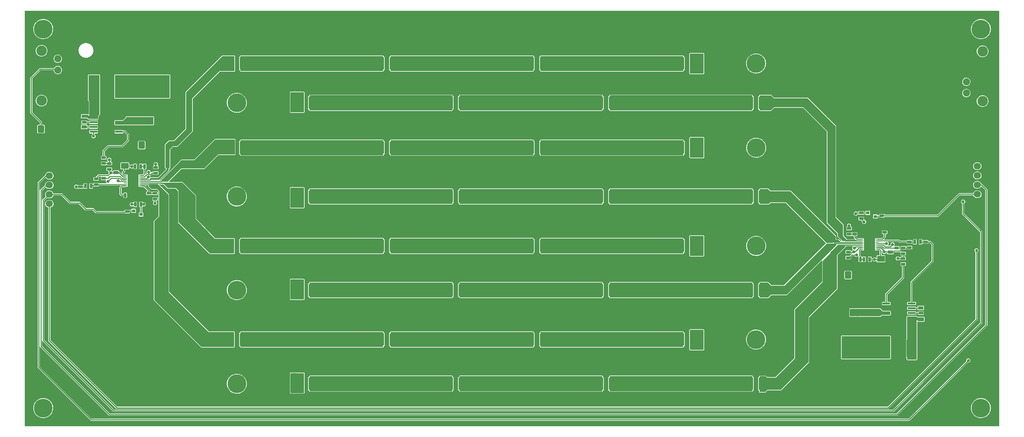
<source format=gbr>
%TF.GenerationSoftware,KiCad,Pcbnew,6.0.6-3a73a75311~116~ubuntu20.04.1*%
%TF.CreationDate,2022-07-12T22:33:22+02:00*%
%TF.ProjectId,LEDBoard_template,4c454442-6f61-4726-945f-74656d706c61,rev?*%
%TF.SameCoordinates,Original*%
%TF.FileFunction,Copper,L1,Top*%
%TF.FilePolarity,Positive*%
%FSLAX46Y46*%
G04 Gerber Fmt 4.6, Leading zero omitted, Abs format (unit mm)*
G04 Created by KiCad (PCBNEW 6.0.6-3a73a75311~116~ubuntu20.04.1) date 2022-07-12 22:33:22*
%MOMM*%
%LPD*%
G01*
G04 APERTURE LIST*
G04 Aperture macros list*
%AMRoundRect*
0 Rectangle with rounded corners*
0 $1 Rounding radius*
0 $2 $3 $4 $5 $6 $7 $8 $9 X,Y pos of 4 corners*
0 Add a 4 corners polygon primitive as box body*
4,1,4,$2,$3,$4,$5,$6,$7,$8,$9,$2,$3,0*
0 Add four circle primitives for the rounded corners*
1,1,$1+$1,$2,$3*
1,1,$1+$1,$4,$5*
1,1,$1+$1,$6,$7*
1,1,$1+$1,$8,$9*
0 Add four rect primitives between the rounded corners*
20,1,$1+$1,$2,$3,$4,$5,0*
20,1,$1+$1,$4,$5,$6,$7,0*
20,1,$1+$1,$6,$7,$8,$9,0*
20,1,$1+$1,$8,$9,$2,$3,0*%
G04 Aperture macros list end*
%TA.AperFunction,ComponentPad*%
%ADD10C,5.000000*%
%TD*%
%TA.AperFunction,SMDPad,CuDef*%
%ADD11R,1.400000X3.300000*%
%TD*%
%TA.AperFunction,ComponentPad*%
%ADD12C,0.650000*%
%TD*%
%TA.AperFunction,SMDPad,CuDef*%
%ADD13R,0.700000X7.600000*%
%TD*%
%TA.AperFunction,ComponentPad*%
%ADD14C,1.900000*%
%TD*%
%TA.AperFunction,ComponentPad*%
%ADD15C,2.800000*%
%TD*%
%TA.AperFunction,SMDPad,CuDef*%
%ADD16R,2.032000X1.524000*%
%TD*%
%TA.AperFunction,SMDPad,CuDef*%
%ADD17R,1.143000X0.635000*%
%TD*%
%TA.AperFunction,SMDPad,CuDef*%
%ADD18RoundRect,0.637500X0.637500X2.112500X-0.637500X2.112500X-0.637500X-2.112500X0.637500X-2.112500X0*%
%TD*%
%TA.AperFunction,SMDPad,CuDef*%
%ADD19R,0.635000X1.143000*%
%TD*%
%TA.AperFunction,SMDPad,CuDef*%
%ADD20R,0.900000X0.800000*%
%TD*%
%TA.AperFunction,SMDPad,CuDef*%
%ADD21R,0.900000X0.200000*%
%TD*%
%TA.AperFunction,ComponentPad*%
%ADD22C,0.675000*%
%TD*%
%TA.AperFunction,SMDPad,CuDef*%
%ADD23R,1.350000X1.350000*%
%TD*%
%TA.AperFunction,ComponentPad*%
%ADD24RoundRect,0.250000X-0.600000X-0.750000X0.600000X-0.750000X0.600000X0.750000X-0.600000X0.750000X0*%
%TD*%
%TA.AperFunction,ComponentPad*%
%ADD25O,1.700000X2.000000*%
%TD*%
%TA.AperFunction,SMDPad,CuDef*%
%ADD26R,2.000000X0.600000*%
%TD*%
%TA.AperFunction,SMDPad,CuDef*%
%ADD27R,1.397000X0.889000*%
%TD*%
%TA.AperFunction,ComponentPad*%
%ADD28RoundRect,0.250000X-0.725000X0.600000X-0.725000X-0.600000X0.725000X-0.600000X0.725000X0.600000X0*%
%TD*%
%TA.AperFunction,ComponentPad*%
%ADD29O,1.950000X1.700000*%
%TD*%
%TA.AperFunction,SMDPad,CuDef*%
%ADD30RoundRect,0.637500X-0.637500X-2.112500X0.637500X-2.112500X0.637500X2.112500X-0.637500X2.112500X0*%
%TD*%
%TA.AperFunction,ComponentPad*%
%ADD31RoundRect,0.250000X0.725000X-0.600000X0.725000X0.600000X-0.725000X0.600000X-0.725000X-0.600000X0*%
%TD*%
%TA.AperFunction,ViaPad*%
%ADD32C,0.800000*%
%TD*%
%TA.AperFunction,Conductor*%
%ADD33C,0.250000*%
%TD*%
%TA.AperFunction,Conductor*%
%ADD34C,0.500000*%
%TD*%
G04 APERTURE END LIST*
D10*
%TO.P,REF\u002A\u002A,1*%
%TO.N,N/C*%
X355550000Y-110300000D03*
%TD*%
D11*
%TO.P,D109,A,A*%
%TO.N,/VRed*%
X278650000Y-168200000D03*
%TO.P,D109,K,K*%
%TO.N,/R21*%
X275750000Y-168180000D03*
D12*
%TO.P,D109,N,PAD*%
%TO.N,GND*%
X277200000Y-167565000D03*
X277200000Y-168835000D03*
D13*
X277200000Y-168200000D03*
D12*
X277200000Y-168200000D03*
X277200000Y-169470000D03*
X277200000Y-166930000D03*
%TD*%
D14*
%TO.P,J104,1,Pin_1*%
%TO.N,GND*%
X351680000Y-118400000D03*
%TO.P,J104,2,Pin_2*%
X351680000Y-121400000D03*
%TO.P,J104,3,Pin_3*%
%TO.N,+24V*%
X351680000Y-124400000D03*
%TO.P,J104,4,Pin_4*%
X351680000Y-127400000D03*
D15*
%TO.P,J104,5*%
%TO.N,N/C*%
X356000000Y-129550000D03*
X356000000Y-116250000D03*
%TD*%
D16*
%TO.P,C207,1*%
%TO.N,/Blue LEDS/VRed*%
X323700000Y-193651000D03*
%TO.P,C207,2*%
%TO.N,GND*%
X323700000Y-190349000D03*
%TD*%
D17*
%TO.P,R203,1,1*%
%TO.N,/Blue LEDS/RED_FB*%
X340800000Y-167138000D03*
%TO.P,R203,2,2*%
%TO.N,GND*%
X340800000Y-168662000D03*
%TD*%
D18*
%TO.P,U202,1*%
%TO.N,/Blue LEDS/RSW*%
X337025000Y-195500000D03*
%TO.P,U202,2*%
%TO.N,/Blue LEDS/VRed*%
X329975000Y-195500000D03*
%TD*%
D17*
%TO.P,R214,1,1*%
%TO.N,Net-(Q201-Pad3)*%
X323650000Y-159388000D03*
%TO.P,R214,2,2*%
%TO.N,/Blue LEDS/VREG_RED*%
X323650000Y-160912000D03*
%TD*%
D19*
%TO.P,R204,1,1*%
%TO.N,/Blue LEDS/RED_FB*%
X339462000Y-167100000D03*
%TO.P,R204,2,2*%
%TO.N,Net-(R204-Pad2)*%
X337938000Y-167100000D03*
%TD*%
D11*
%TO.P,D104,A,A*%
%TO.N,/R03*%
X158650000Y-119500000D03*
%TO.P,D104,K,K*%
%TO.N,/R04*%
X155750000Y-119480000D03*
D12*
%TO.P,D104,N,PAD*%
%TO.N,GND*%
X157200000Y-118230000D03*
X157200000Y-119500000D03*
X157200000Y-118865000D03*
X157200000Y-120770000D03*
X157200000Y-120135000D03*
D13*
X157200000Y-119500000D03*
%TD*%
D17*
%TO.P,R213,1,1*%
%TO.N,GND*%
X329150000Y-158638000D03*
%TO.P,R213,2,2*%
%TO.N,/BLUE_PWM*%
X329150000Y-160162000D03*
%TD*%
D11*
%TO.P,D106,A,A*%
%TO.N,/R11*%
X238650000Y-141980000D03*
%TO.P,D106,K,K*%
%TO.N,/R12*%
X235750000Y-141960000D03*
D12*
%TO.P,D106,N,PAD*%
%TO.N,GND*%
X237200000Y-141345000D03*
X237200000Y-143250000D03*
X237200000Y-141980000D03*
D13*
X237200000Y-141980000D03*
D12*
X237200000Y-140710000D03*
X237200000Y-142615000D03*
%TD*%
D19*
%TO.P,R208,1,1*%
%TO.N,Net-(R208-Pad1)*%
X324400000Y-171800000D03*
%TO.P,R208,2,2*%
%TO.N,+24V*%
X325924000Y-171800000D03*
%TD*%
D16*
%TO.P,C107,1*%
%TO.N,/VRed*%
X138000000Y-127649000D03*
%TO.P,C107,2*%
%TO.N,GND*%
X138000000Y-130951000D03*
%TD*%
D11*
%TO.P,D114,A,A*%
%TO.N,/R31*%
X238650000Y-193200000D03*
%TO.P,D114,K,K*%
%TO.N,/R32*%
X235750000Y-193180000D03*
D12*
%TO.P,D114,N,PAD*%
%TO.N,GND*%
X237200000Y-193835000D03*
X237200000Y-191930000D03*
D13*
X237200000Y-193200000D03*
D12*
X237200000Y-192565000D03*
X237200000Y-193200000D03*
X237200000Y-194470000D03*
%TD*%
D17*
%TO.P,R109,1,1*%
%TO.N,Net-(R109-Pad1)*%
X133750000Y-154138000D03*
%TO.P,R109,2,2*%
%TO.N,GND*%
X133750000Y-155662000D03*
%TD*%
D16*
%TO.P,C206,1*%
%TO.N,/Blue LEDS/VRed*%
X326400000Y-193651000D03*
%TO.P,C206,2*%
%TO.N,GND*%
X326400000Y-190349000D03*
%TD*%
D11*
%TO.P,D107,A,A*%
%TO.N,/R12*%
X198650000Y-141980000D03*
%TO.P,D107,K,K*%
%TO.N,/R13*%
X195750000Y-141960000D03*
D12*
%TO.P,D107,N,PAD*%
%TO.N,GND*%
X197200000Y-141345000D03*
X197200000Y-142615000D03*
X197200000Y-140710000D03*
D13*
X197200000Y-141980000D03*
D12*
X197200000Y-143250000D03*
X197200000Y-141980000D03*
%TD*%
D10*
%TO.P,REF\u002A\u002A,1*%
%TO.N,N/C*%
X295600000Y-193200000D03*
%TD*%
D11*
%TO.P,D208,A,A*%
%TO.N,/Blue LEDS/R13*%
X294150000Y-180000000D03*
%TO.P,D208,K,K*%
%TO.N,/Blue LEDS/R14*%
X297050000Y-180020000D03*
D12*
%TO.P,D208,N,PAD*%
%TO.N,GND*%
X295600000Y-181270000D03*
D13*
X295600000Y-180000000D03*
D12*
X295600000Y-178730000D03*
X295600000Y-180000000D03*
X295600000Y-180635000D03*
X295600000Y-179365000D03*
%TD*%
D17*
%TO.P,R103,1,1*%
%TO.N,/RED_FB*%
X115500000Y-152438000D03*
%TO.P,R103,2,2*%
%TO.N,GND*%
X115500000Y-153962000D03*
%TD*%
D20*
%TO.P,Q101,1,G*%
%TO.N,/RED_PWM*%
X129700000Y-158850000D03*
%TO.P,Q101,2,S*%
%TO.N,GND*%
X129700000Y-160750000D03*
%TO.P,Q101,3,D*%
%TO.N,Net-(Q101-Pad3)*%
X131700000Y-159800000D03*
%TD*%
D21*
%TO.P,U103,1,Vin*%
%TO.N,+24V*%
X127500000Y-149400000D03*
%TO.P,U103,2,REG*%
%TO.N,/VREG_RED*%
X127500000Y-149800000D03*
%TO.P,U103,3,MODE*%
%TO.N,Net-(R106-Pad1)*%
X127500000Y-150200000D03*
%TO.P,U103,4,EN*%
%TO.N,/EN_RED*%
X127500000Y-150600000D03*
%TO.P,U103,5,~{FAULT}*%
%TO.N,Net-(R101-Pad1)*%
X127500000Y-151000000D03*
%TO.P,U103,6,FB_OUT*%
%TO.N,unconnected-(U103-Pad6)*%
X127500000Y-151400000D03*
%TO.P,U103,7,COMP*%
%TO.N,Net-(R104-Pad2)*%
X127500000Y-151800000D03*
%TO.P,U103,8,ISET*%
%TO.N,Net-(R107-Pad1)*%
X127500000Y-152200000D03*
%TO.P,U103,9,VO_SNS*%
%TO.N,Net-(R109-Pad1)*%
X131600000Y-152200000D03*
%TO.P,U103,10,SINK4*%
%TO.N,/R34*%
X131600000Y-151800000D03*
%TO.P,U103,11,SINK3*%
%TO.N,/R24*%
X131600000Y-151400000D03*
%TO.P,U103,12,SINK2*%
%TO.N,/R14*%
X131600000Y-151000000D03*
%TO.P,U103,13,SINK1*%
%TO.N,/R04*%
X131600000Y-150600000D03*
%TO.P,U103,14,DIM*%
%TO.N,Net-(Q101-Pad3)*%
X131600000Y-150200000D03*
%TO.P,U103,15,VT*%
%TO.N,Net-(J102-Pad1)*%
X131600000Y-149800000D03*
%TO.P,U103,16,MIN*%
%TO.N,Net-(R108-Pad1)*%
X131600000Y-149400000D03*
D22*
%TO.P,U103,17,EPAD*%
%TO.N,GND*%
X130225000Y-150125000D03*
X128875000Y-151475000D03*
D23*
X130225000Y-151475000D03*
X128875000Y-150125000D03*
D22*
X130225000Y-151475000D03*
D23*
X128875000Y-151475000D03*
D22*
X128875000Y-150125000D03*
D23*
X130225000Y-150125000D03*
%TD*%
D24*
%TO.P,J106,1,Pin_1*%
%TO.N,+24V*%
X105000000Y-137000000D03*
D25*
%TO.P,J106,2,Pin_2*%
%TO.N,GND*%
X107500000Y-137000000D03*
%TD*%
D19*
%TO.P,R113,1,1*%
%TO.N,Net-(Q101-Pad3)*%
X131662000Y-157100000D03*
%TO.P,R113,2,2*%
%TO.N,/VREG_RED*%
X130138000Y-157100000D03*
%TD*%
D11*
%TO.P,D203,A,A*%
%TO.N,/Blue LEDS/R02*%
X254150000Y-205000000D03*
%TO.P,D203,K,K*%
%TO.N,/Blue LEDS/R03*%
X257050000Y-205020000D03*
D12*
%TO.P,D203,N,PAD*%
%TO.N,GND*%
X255600000Y-203730000D03*
X255600000Y-206270000D03*
X255600000Y-204365000D03*
X255600000Y-205635000D03*
D13*
X255600000Y-205000000D03*
D12*
X255600000Y-205000000D03*
%TD*%
D10*
%TO.P,REF\u002A\u002A,1*%
%TO.N,N/C*%
X355550000Y-211500000D03*
%TD*%
D16*
%TO.P,C211,1*%
%TO.N,+24V*%
X328900000Y-171649000D03*
%TO.P,C211,2*%
%TO.N,GND*%
X328900000Y-174951000D03*
%TD*%
D11*
%TO.P,D205,A,A*%
%TO.N,/Blue LEDS/VRed*%
X174150000Y-180000000D03*
%TO.P,D205,K,K*%
%TO.N,/Blue LEDS/R11*%
X177050000Y-180020000D03*
D13*
%TO.P,D205,N,PAD*%
%TO.N,GND*%
X175600000Y-180000000D03*
D12*
X175600000Y-180635000D03*
X175600000Y-180000000D03*
X175600000Y-179365000D03*
X175600000Y-181270000D03*
X175600000Y-178730000D03*
%TD*%
D11*
%TO.P,D113,A,A*%
%TO.N,/VRed*%
X278650000Y-193200000D03*
%TO.P,D113,K,K*%
%TO.N,/R31*%
X275750000Y-193180000D03*
D12*
%TO.P,D113,N,PAD*%
%TO.N,GND*%
X277200000Y-193835000D03*
X277200000Y-194470000D03*
D13*
X277200000Y-193200000D03*
D12*
X277200000Y-193200000D03*
X277200000Y-192565000D03*
X277200000Y-191930000D03*
%TD*%
D26*
%TO.P,U201,1,SW*%
%TO.N,/Blue LEDS/RSW*%
X337070123Y-187400122D03*
%TO.P,U201,2,BOOT*%
%TO.N,Net-(C204-Pad2)*%
X337070123Y-186130122D03*
%TO.P,U201,3,VCC*%
%TO.N,Net-(C203-Pad1)*%
X337070123Y-184860122D03*
%TO.P,U201,4,FB*%
%TO.N,/Blue LEDS/RED_FB*%
X337070123Y-183590122D03*
%TO.P,U201,5,EN/CLKIN*%
%TO.N,Net-(R201-Pad2)*%
X330320123Y-183590122D03*
%TO.P,U201,6,AGND*%
%TO.N,GND*%
X330320123Y-184860122D03*
%TO.P,U201,7,VIN*%
%TO.N,+24V*%
X330320123Y-186130122D03*
%TO.P,U201,8,PGND*%
%TO.N,GND*%
X330320123Y-187400122D03*
%TD*%
D16*
%TO.P,C201,1*%
%TO.N,+24V*%
X327400000Y-186051000D03*
%TO.P,C201,2*%
%TO.N,GND*%
X327400000Y-182749000D03*
%TD*%
D11*
%TO.P,D210,A,A*%
%TO.N,/Blue LEDS/R21*%
X214150000Y-155000000D03*
%TO.P,D210,K,K*%
%TO.N,/Blue LEDS/R22*%
X217050000Y-155020000D03*
D13*
%TO.P,D210,N,PAD*%
%TO.N,GND*%
X215600000Y-155000000D03*
D12*
X215600000Y-153730000D03*
X215600000Y-155635000D03*
X215600000Y-154365000D03*
X215600000Y-155000000D03*
X215600000Y-156270000D03*
%TD*%
D17*
%TO.P,C204,1*%
%TO.N,/Blue LEDS/RSW*%
X339600000Y-187662000D03*
%TO.P,C204,2*%
%TO.N,Net-(C204-Pad2)*%
X339600000Y-186138000D03*
%TD*%
D11*
%TO.P,D111,A,A*%
%TO.N,/R22*%
X198650000Y-168200000D03*
%TO.P,D111,K,K*%
%TO.N,/R23*%
X195750000Y-168180000D03*
D12*
%TO.P,D111,N,PAD*%
%TO.N,GND*%
X197200000Y-166930000D03*
X197200000Y-169470000D03*
X197200000Y-168835000D03*
X197200000Y-167565000D03*
D13*
X197200000Y-168200000D03*
D12*
X197200000Y-168200000D03*
%TD*%
D16*
%TO.P,C202,1*%
%TO.N,+24V*%
X324650000Y-186051000D03*
%TO.P,C202,2*%
%TO.N,GND*%
X324650000Y-182749000D03*
%TD*%
D11*
%TO.P,D212,A,A*%
%TO.N,/Blue LEDS/R23*%
X294150000Y-155000000D03*
%TO.P,D212,K,K*%
%TO.N,/Blue LEDS/R24*%
X297050000Y-155020000D03*
D12*
%TO.P,D212,N,PAD*%
%TO.N,GND*%
X295600000Y-155635000D03*
X295600000Y-154365000D03*
X295600000Y-153730000D03*
X295600000Y-156270000D03*
X295600000Y-155000000D03*
D13*
X295600000Y-155000000D03*
%TD*%
D11*
%TO.P,D112,A,A*%
%TO.N,/R23*%
X158650000Y-168200000D03*
%TO.P,D112,K,K*%
%TO.N,/R24*%
X155750000Y-168180000D03*
D12*
%TO.P,D112,N,PAD*%
%TO.N,GND*%
X157200000Y-167565000D03*
X157200000Y-168200000D03*
D13*
X157200000Y-168200000D03*
D12*
X157200000Y-169470000D03*
X157200000Y-168835000D03*
X157200000Y-166930000D03*
%TD*%
D16*
%TO.P,C121,1*%
%TO.N,+24V*%
X127350000Y-146851000D03*
%TO.P,C121,2*%
%TO.N,GND*%
X127350000Y-143549000D03*
%TD*%
D17*
%TO.P,R202,1,1*%
%TO.N,Net-(R201-Pad1)*%
X334800000Y-170262000D03*
%TO.P,R202,2,2*%
%TO.N,/Blue LEDS/VREG_RED*%
X334800000Y-168738000D03*
%TD*%
D11*
%TO.P,D206,A,A*%
%TO.N,/Blue LEDS/R11*%
X214150000Y-180000000D03*
%TO.P,D206,K,K*%
%TO.N,/Blue LEDS/R12*%
X217050000Y-180020000D03*
D12*
%TO.P,D206,N,PAD*%
%TO.N,GND*%
X215600000Y-180635000D03*
X215600000Y-178730000D03*
X215600000Y-181270000D03*
D13*
X215600000Y-180000000D03*
D12*
X215600000Y-179365000D03*
X215600000Y-180000000D03*
%TD*%
D17*
%TO.P,R206,1,1*%
%TO.N,Net-(R206-Pad1)*%
X333100000Y-168738000D03*
%TO.P,R206,2,2*%
%TO.N,GND*%
X333100000Y-170262000D03*
%TD*%
%TO.P,R106,1,1*%
%TO.N,Net-(R106-Pad1)*%
X121700000Y-150162000D03*
%TO.P,R106,2,2*%
%TO.N,GND*%
X121700000Y-148638000D03*
%TD*%
D10*
%TO.P,REF\u002A\u002A,1*%
%TO.N,N/C*%
X295600000Y-119500000D03*
%TD*%
D11*
%TO.P,D201,A,A*%
%TO.N,/Blue LEDS/VRed*%
X174150000Y-205000000D03*
%TO.P,D201,K,K*%
%TO.N,/Blue LEDS/R01*%
X177050000Y-205020000D03*
D12*
%TO.P,D201,N,PAD*%
%TO.N,GND*%
X175600000Y-206270000D03*
D13*
X175600000Y-205000000D03*
D12*
X175600000Y-205635000D03*
X175600000Y-204365000D03*
X175600000Y-203730000D03*
X175600000Y-205000000D03*
%TD*%
D16*
%TO.P,C110,1*%
%TO.N,/VRed*%
X129600000Y-123651000D03*
%TO.P,C110,2*%
%TO.N,GND*%
X129600000Y-120349000D03*
%TD*%
D17*
%TO.P,R105,1,1*%
%TO.N,/VREG_RED*%
X119700000Y-150338000D03*
%TO.P,R105,2,2*%
%TO.N,Net-(R104-Pad2)*%
X119700000Y-151862000D03*
%TD*%
D11*
%TO.P,D102,A,A*%
%TO.N,/R01*%
X238650000Y-119500000D03*
%TO.P,D102,K,K*%
%TO.N,/R02*%
X235750000Y-119480000D03*
D12*
%TO.P,D102,N,PAD*%
%TO.N,GND*%
X237200000Y-120770000D03*
X237200000Y-119500000D03*
X237200000Y-118230000D03*
X237200000Y-120135000D03*
D13*
X237200000Y-119500000D03*
D12*
X237200000Y-118865000D03*
%TD*%
D27*
%TO.P,C103,1*%
%TO.N,Net-(C103-Pad1)*%
X116500000Y-136447500D03*
%TO.P,C103,2*%
%TO.N,GND*%
X116500000Y-138352500D03*
%TD*%
D14*
%TO.P,J103,1,Pin_1*%
%TO.N,GND*%
X109470001Y-127250000D03*
%TO.P,J103,2,Pin_2*%
X109470001Y-124250000D03*
%TO.P,J103,3,Pin_3*%
%TO.N,+24V*%
X109470001Y-121250000D03*
%TO.P,J103,4,Pin_4*%
X109470001Y-118250000D03*
D15*
%TO.P,J103,5*%
%TO.N,N/C*%
X105150001Y-129400000D03*
X105150001Y-116100000D03*
%TD*%
D20*
%TO.P,Q201,1,G*%
%TO.N,/BLUE_PWM*%
X327400000Y-160350000D03*
%TO.P,Q201,2,S*%
%TO.N,GND*%
X327400000Y-158450000D03*
%TO.P,Q201,3,D*%
%TO.N,Net-(Q201-Pad3)*%
X325400000Y-159400000D03*
%TD*%
D11*
%TO.P,D103,A,A*%
%TO.N,/R02*%
X198650000Y-119500000D03*
%TO.P,D103,K,K*%
%TO.N,/R03*%
X195750000Y-119480000D03*
D12*
%TO.P,D103,N,PAD*%
%TO.N,GND*%
X197200000Y-118865000D03*
X197200000Y-119500000D03*
X197200000Y-120770000D03*
X197200000Y-118230000D03*
X197200000Y-120135000D03*
D13*
X197200000Y-119500000D03*
%TD*%
D19*
%TO.P,R107,1,1*%
%TO.N,Net-(R107-Pad1)*%
X127438000Y-154700000D03*
%TO.P,R107,2,2*%
%TO.N,GND*%
X128962000Y-154700000D03*
%TD*%
D10*
%TO.P,REF\u002A\u002A,1*%
%TO.N,N/C*%
X157200000Y-205000000D03*
%TD*%
D11*
%TO.P,D209,A,A*%
%TO.N,/Blue LEDS/VRed*%
X174150000Y-155000000D03*
%TO.P,D209,K,K*%
%TO.N,/Blue LEDS/R21*%
X177050000Y-155020000D03*
D12*
%TO.P,D209,N,PAD*%
%TO.N,GND*%
X175600000Y-156270000D03*
D13*
X175600000Y-155000000D03*
D12*
X175600000Y-153730000D03*
X175600000Y-155635000D03*
X175600000Y-155000000D03*
X175600000Y-154365000D03*
%TD*%
D21*
%TO.P,U203,1,Vin*%
%TO.N,+24V*%
X327900000Y-169200000D03*
%TO.P,U203,2,REG*%
%TO.N,/Blue LEDS/VREG_RED*%
X327900000Y-168800000D03*
%TO.P,U203,3,MODE*%
%TO.N,Net-(R206-Pad1)*%
X327900000Y-168400000D03*
%TO.P,U203,4,EN*%
%TO.N,/EN_BLUE*%
X327900000Y-168000000D03*
%TO.P,U203,5,~{FAULT}*%
%TO.N,Net-(R201-Pad1)*%
X327900000Y-167600000D03*
%TO.P,U203,6,FB_OUT*%
%TO.N,unconnected-(U203-Pad6)*%
X327900000Y-167200000D03*
%TO.P,U203,7,COMP*%
%TO.N,Net-(R204-Pad2)*%
X327900000Y-166800000D03*
%TO.P,U203,8,ISET*%
%TO.N,Net-(R207-Pad1)*%
X327900000Y-166400000D03*
%TO.P,U203,9,VO_SNS*%
%TO.N,Net-(R209-Pad1)*%
X323800000Y-166400000D03*
%TO.P,U203,10,SINK4*%
%TO.N,/Blue LEDS/R34*%
X323800000Y-166800000D03*
%TO.P,U203,11,SINK3*%
%TO.N,/Blue LEDS/R24*%
X323800000Y-167200000D03*
%TO.P,U203,12,SINK2*%
%TO.N,/Blue LEDS/R14*%
X323800000Y-167600000D03*
%TO.P,U203,13,SINK1*%
%TO.N,/Blue LEDS/R04*%
X323800000Y-168000000D03*
%TO.P,U203,14,DIM*%
%TO.N,Net-(Q201-Pad3)*%
X323800000Y-168400000D03*
%TO.P,U203,15,VT*%
%TO.N,Net-(J201-Pad1)*%
X323800000Y-168800000D03*
%TO.P,U203,16,MIN*%
%TO.N,Net-(R208-Pad1)*%
X323800000Y-169200000D03*
D22*
%TO.P,U203,17,EPAD*%
%TO.N,GND*%
X326525000Y-167125000D03*
X326525000Y-168475000D03*
D23*
X326525000Y-167125000D03*
D22*
X325175000Y-168475000D03*
X325175000Y-167125000D03*
D23*
X326525000Y-168475000D03*
X325175000Y-168475000D03*
X325175000Y-167125000D03*
%TD*%
D17*
%TO.P,C104,1*%
%TO.N,/RSW*%
X116500000Y-133638000D03*
%TO.P,C104,2*%
%TO.N,Net-(C104-Pad2)*%
X116500000Y-135162000D03*
%TD*%
D11*
%TO.P,D207,A,A*%
%TO.N,/Blue LEDS/R12*%
X254150000Y-180000000D03*
%TO.P,D207,K,K*%
%TO.N,/Blue LEDS/R13*%
X257050000Y-180020000D03*
D12*
%TO.P,D207,N,PAD*%
%TO.N,GND*%
X255600000Y-180000000D03*
X255600000Y-180635000D03*
X255600000Y-181270000D03*
X255600000Y-178730000D03*
X255600000Y-179365000D03*
D13*
X255600000Y-180000000D03*
%TD*%
D11*
%TO.P,D115,A,A*%
%TO.N,/R32*%
X198650000Y-193200000D03*
%TO.P,D115,K,K*%
%TO.N,/R33*%
X195750000Y-193180000D03*
D12*
%TO.P,D115,N,PAD*%
%TO.N,GND*%
X197200000Y-192565000D03*
D13*
X197200000Y-193200000D03*
D12*
X197200000Y-191930000D03*
X197200000Y-193835000D03*
X197200000Y-194470000D03*
X197200000Y-193200000D03*
%TD*%
D11*
%TO.P,D204,A,A*%
%TO.N,/Blue LEDS/R03*%
X294150000Y-205000000D03*
%TO.P,D204,K,K*%
%TO.N,/Blue LEDS/R04*%
X297050000Y-205020000D03*
D13*
%TO.P,D204,N,PAD*%
%TO.N,GND*%
X295600000Y-205000000D03*
D12*
X295600000Y-206270000D03*
X295600000Y-205000000D03*
X295600000Y-203730000D03*
X295600000Y-204365000D03*
X295600000Y-205635000D03*
%TD*%
D17*
%TO.P,R114,1,1*%
%TO.N,Net-(J102-Pad1)*%
X135600000Y-148762000D03*
%TO.P,R114,2,2*%
%TO.N,+24V*%
X135600000Y-147238000D03*
%TD*%
D16*
%TO.P,C106,1*%
%TO.N,/VRed*%
X133000000Y-123651000D03*
%TO.P,C106,2*%
%TO.N,GND*%
X133000000Y-120349000D03*
%TD*%
D11*
%TO.P,D108,A,A*%
%TO.N,/R13*%
X158650000Y-141980000D03*
%TO.P,D108,K,K*%
%TO.N,/R14*%
X155750000Y-141960000D03*
D12*
%TO.P,D108,N,PAD*%
%TO.N,GND*%
X157200000Y-140710000D03*
X157200000Y-143250000D03*
X157200000Y-142615000D03*
D13*
X157200000Y-141980000D03*
D12*
X157200000Y-141345000D03*
X157200000Y-141980000D03*
%TD*%
D17*
%TO.P,R101,1,1*%
%TO.N,Net-(R101-Pad1)*%
X121700000Y-146162000D03*
%TO.P,R101,2,2*%
%TO.N,Net-(R101-Pad2)*%
X121700000Y-144638000D03*
%TD*%
D28*
%TO.P,J101,1,Pin_1*%
%TO.N,GND*%
X107225000Y-146950000D03*
D29*
%TO.P,J101,2,Pin_2*%
%TO.N,/BLUE_PWM*%
X107225000Y-149450000D03*
%TO.P,J101,3,Pin_3*%
%TO.N,/EN_BLUE*%
X107225000Y-151950000D03*
%TO.P,J101,4,Pin_4*%
%TO.N,/RED_PWM*%
X107225000Y-154450000D03*
%TO.P,J101,5,Pin_5*%
%TO.N,/EN_RED*%
X107225000Y-156950000D03*
%TD*%
D17*
%TO.P,R111,1,1*%
%TO.N,/VRed*%
X135400000Y-155662000D03*
%TO.P,R111,2,2*%
%TO.N,Net-(R109-Pad1)*%
X135400000Y-154138000D03*
%TD*%
D11*
%TO.P,D116,A,A*%
%TO.N,/R33*%
X158650000Y-193200000D03*
%TO.P,D116,K,K*%
%TO.N,/R34*%
X155750000Y-193180000D03*
D12*
%TO.P,D116,N,PAD*%
%TO.N,GND*%
X157200000Y-193200000D03*
X157200000Y-193835000D03*
X157200000Y-192565000D03*
X157200000Y-191930000D03*
X157200000Y-194470000D03*
D13*
X157200000Y-193200000D03*
%TD*%
D11*
%TO.P,D213,A,A*%
%TO.N,/Blue LEDS/VRed*%
X174150000Y-130000000D03*
%TO.P,D213,K,K*%
%TO.N,/Blue LEDS/R31*%
X177050000Y-130020000D03*
D13*
%TO.P,D213,N,PAD*%
%TO.N,GND*%
X175600000Y-130000000D03*
D12*
X175600000Y-129365000D03*
X175600000Y-131270000D03*
X175600000Y-128730000D03*
X175600000Y-130635000D03*
X175600000Y-130000000D03*
%TD*%
D17*
%TO.P,R209,1,1*%
%TO.N,Net-(R209-Pad1)*%
X321900000Y-165062000D03*
%TO.P,R209,2,2*%
%TO.N,GND*%
X321900000Y-163538000D03*
%TD*%
D16*
%TO.P,C109,1*%
%TO.N,/VRed*%
X136500000Y-123651000D03*
%TO.P,C109,2*%
%TO.N,GND*%
X136500000Y-120349000D03*
%TD*%
D10*
%TO.P,REF\u002A\u002A,1*%
%TO.N,N/C*%
X105600000Y-110300000D03*
%TD*%
D16*
%TO.P,C101,1*%
%TO.N,+24V*%
X129199999Y-134651000D03*
%TO.P,C101,2*%
%TO.N,GND*%
X129199999Y-131349000D03*
%TD*%
D19*
%TO.P,R108,1,1*%
%TO.N,Net-(R108-Pad1)*%
X131612000Y-147000000D03*
%TO.P,R108,2,2*%
%TO.N,+24V*%
X130088000Y-147000000D03*
%TD*%
D27*
%TO.P,C105,1*%
%TO.N,/VREG_RED*%
X125000000Y-148652500D03*
%TO.P,C105,2*%
%TO.N,GND*%
X125000000Y-146747500D03*
%TD*%
D16*
%TO.P,C108,1*%
%TO.N,/VRed*%
X135000000Y-127649000D03*
%TO.P,C108,2*%
%TO.N,GND*%
X135000000Y-130951000D03*
%TD*%
D11*
%TO.P,D211,A,A*%
%TO.N,/Blue LEDS/R22*%
X254150000Y-155000000D03*
%TO.P,D211,K,K*%
%TO.N,/Blue LEDS/R23*%
X257050000Y-155020000D03*
D12*
%TO.P,D211,N,PAD*%
%TO.N,GND*%
X255600000Y-156270000D03*
D13*
X255600000Y-155000000D03*
D12*
X255600000Y-155635000D03*
X255600000Y-155000000D03*
X255600000Y-154365000D03*
X255600000Y-153730000D03*
%TD*%
D17*
%TO.P,R205,1,1*%
%TO.N,/Blue LEDS/VREG_RED*%
X336500000Y-168662000D03*
%TO.P,R205,2,2*%
%TO.N,Net-(R204-Pad2)*%
X336500000Y-167138000D03*
%TD*%
D19*
%TO.P,R104,1,1*%
%TO.N,/RED_FB*%
X116838000Y-152200000D03*
%TO.P,R104,2,2*%
%TO.N,Net-(R104-Pad2)*%
X118362000Y-152200000D03*
%TD*%
D27*
%TO.P,C203,1*%
%TO.N,Net-(C203-Pad1)*%
X339536500Y-184725500D03*
%TO.P,C203,2*%
%TO.N,GND*%
X339536500Y-182820500D03*
%TD*%
D17*
%TO.P,R211,1,1*%
%TO.N,/Blue LEDS/VRed*%
X320400000Y-163538000D03*
%TO.P,R211,2,2*%
%TO.N,Net-(R209-Pad1)*%
X320400000Y-165062000D03*
%TD*%
%TO.P,R212,1,1*%
%TO.N,Net-(J201-Pad1)*%
X320200000Y-169838000D03*
%TO.P,R212,2,2*%
%TO.N,+24V*%
X320200000Y-171362000D03*
%TD*%
D19*
%TO.P,R110,1,1*%
%TO.N,Net-(R108-Pad1)*%
X132638000Y-147000000D03*
%TO.P,R110,2,2*%
%TO.N,GND*%
X134162000Y-147000000D03*
%TD*%
D16*
%TO.P,C210,1*%
%TO.N,/Blue LEDS/VRed*%
X323700000Y-197349000D03*
%TO.P,C210,2*%
%TO.N,GND*%
X323700000Y-200651000D03*
%TD*%
D11*
%TO.P,D110,A,A*%
%TO.N,/R21*%
X238650000Y-168200000D03*
%TO.P,D110,K,K*%
%TO.N,/R22*%
X235750000Y-168180000D03*
D12*
%TO.P,D110,N,PAD*%
%TO.N,GND*%
X237200000Y-169470000D03*
X237200000Y-168835000D03*
X237200000Y-167565000D03*
X237200000Y-166930000D03*
D13*
X237200000Y-168200000D03*
D12*
X237200000Y-168200000D03*
%TD*%
D24*
%TO.P,J201,1,Pin_1*%
%TO.N,Net-(J201-Pad1)*%
X320150000Y-175975000D03*
D25*
%TO.P,J201,2,Pin_2*%
%TO.N,GND*%
X322650000Y-175975000D03*
%TD*%
D30*
%TO.P,U102,1*%
%TO.N,/RSW*%
X119075000Y-125500000D03*
%TO.P,U102,2*%
%TO.N,/VRed*%
X126125000Y-125500000D03*
%TD*%
D10*
%TO.P,REF\u002A\u002A,1*%
%TO.N,N/C*%
X157200000Y-130000000D03*
%TD*%
D11*
%TO.P,D101,A,A*%
%TO.N,/VRed*%
X278650000Y-119500000D03*
%TO.P,D101,K,K*%
%TO.N,/R01*%
X275750000Y-119480000D03*
D13*
%TO.P,D101,N,PAD*%
%TO.N,GND*%
X277200000Y-119500000D03*
D12*
X277200000Y-118865000D03*
X277200000Y-120135000D03*
X277200000Y-120770000D03*
X277200000Y-118230000D03*
X277200000Y-119500000D03*
%TD*%
D11*
%TO.P,D216,A,A*%
%TO.N,/Blue LEDS/R33*%
X294150000Y-130000000D03*
%TO.P,D216,K,K*%
%TO.N,/Blue LEDS/R34*%
X297050000Y-130020000D03*
D12*
%TO.P,D216,N,PAD*%
%TO.N,GND*%
X295600000Y-130635000D03*
D13*
X295600000Y-130000000D03*
D12*
X295600000Y-129365000D03*
X295600000Y-131270000D03*
X295600000Y-128730000D03*
X295600000Y-130000000D03*
%TD*%
D17*
%TO.P,R207,1,1*%
%TO.N,Net-(R207-Pad1)*%
X329900000Y-164562000D03*
%TO.P,R207,2,2*%
%TO.N,GND*%
X329900000Y-163038000D03*
%TD*%
%TO.P,R102,1,1*%
%TO.N,Net-(R101-Pad1)*%
X123200000Y-146200000D03*
%TO.P,R102,2,2*%
%TO.N,/VREG_RED*%
X123200000Y-147724000D03*
%TD*%
D11*
%TO.P,D214,A,A*%
%TO.N,/Blue LEDS/R31*%
X214150000Y-130000000D03*
%TO.P,D214,K,K*%
%TO.N,/Blue LEDS/R32*%
X217050000Y-130020000D03*
D12*
%TO.P,D214,N,PAD*%
%TO.N,GND*%
X215600000Y-131270000D03*
X215600000Y-130635000D03*
D13*
X215600000Y-130000000D03*
D12*
X215600000Y-129365000D03*
X215600000Y-128730000D03*
X215600000Y-130000000D03*
%TD*%
D11*
%TO.P,D215,A,A*%
%TO.N,/Blue LEDS/R32*%
X254150000Y-130000000D03*
%TO.P,D215,K,K*%
%TO.N,/Blue LEDS/R33*%
X257050000Y-130020000D03*
D12*
%TO.P,D215,N,PAD*%
%TO.N,GND*%
X255600000Y-129365000D03*
X255600000Y-130000000D03*
X255600000Y-131270000D03*
D13*
X255600000Y-130000000D03*
D12*
X255600000Y-128730000D03*
X255600000Y-130635000D03*
%TD*%
D26*
%TO.P,U101,1,SW*%
%TO.N,/RSW*%
X119029875Y-133899879D03*
%TO.P,U101,2,BOOT*%
%TO.N,Net-(C104-Pad2)*%
X119029875Y-135169879D03*
%TO.P,U101,3,VCC*%
%TO.N,Net-(C103-Pad1)*%
X119029875Y-136439879D03*
%TO.P,U101,4,FB*%
%TO.N,/RED_FB*%
X119029875Y-137709879D03*
%TO.P,U101,5,EN/CLKIN*%
%TO.N,Net-(R101-Pad2)*%
X125779875Y-137709879D03*
%TO.P,U101,6,AGND*%
%TO.N,GND*%
X125779875Y-136439879D03*
%TO.P,U101,7,VIN*%
%TO.N,+24V*%
X125779875Y-135169879D03*
%TO.P,U101,8,PGND*%
%TO.N,GND*%
X125779875Y-133899879D03*
%TD*%
D10*
%TO.P,REF\u002A\u002A,1*%
%TO.N,N/C*%
X157200000Y-155000000D03*
%TD*%
%TO.P,REF\u002A\u002A,1*%
%TO.N,N/C*%
X105600000Y-211500000D03*
%TD*%
%TO.P,REF\u002A\u002A,1*%
%TO.N,N/C*%
X295650000Y-168200000D03*
%TD*%
D11*
%TO.P,D202,A,A*%
%TO.N,/Blue LEDS/R01*%
X214150000Y-205000000D03*
%TO.P,D202,K,K*%
%TO.N,/Blue LEDS/R02*%
X217050000Y-205020000D03*
D12*
%TO.P,D202,N,PAD*%
%TO.N,GND*%
X215600000Y-205000000D03*
X215600000Y-205635000D03*
X215600000Y-203730000D03*
D13*
X215600000Y-205000000D03*
D12*
X215600000Y-206270000D03*
X215600000Y-204365000D03*
%TD*%
D11*
%TO.P,D105,A,A*%
%TO.N,/VRed*%
X278650000Y-141980000D03*
%TO.P,D105,K,K*%
%TO.N,/R11*%
X275750000Y-141960000D03*
D12*
%TO.P,D105,N,PAD*%
%TO.N,GND*%
X277200000Y-141345000D03*
X277200000Y-142615000D03*
X277200000Y-143250000D03*
X277200000Y-141980000D03*
D13*
X277200000Y-141980000D03*
D12*
X277200000Y-140710000D03*
%TD*%
D31*
%TO.P,J105,1,Pin_1*%
%TO.N,GND*%
X354600000Y-156900000D03*
D29*
%TO.P,J105,2,Pin_2*%
%TO.N,/BLUE_PWM*%
X354600000Y-154400000D03*
%TO.P,J105,3,Pin_3*%
%TO.N,/EN_BLUE*%
X354600000Y-151900000D03*
%TO.P,J105,4,Pin_4*%
%TO.N,/RED_PWM*%
X354600000Y-149400000D03*
%TO.P,J105,5,Pin_5*%
%TO.N,/EN_RED*%
X354600000Y-146900000D03*
%TD*%
D10*
%TO.P,REF\u002A\u002A,1*%
%TO.N,N/C*%
X157200000Y-180000000D03*
%TD*%
D24*
%TO.P,J102,1,Pin_1*%
%TO.N,Net-(J102-Pad1)*%
X131850000Y-141275000D03*
D25*
%TO.P,J102,2,Pin_2*%
%TO.N,GND*%
X134350000Y-141275000D03*
%TD*%
D27*
%TO.P,C205,1*%
%TO.N,/Blue LEDS/VREG_RED*%
X331400000Y-169847500D03*
%TO.P,C205,2*%
%TO.N,GND*%
X331400000Y-171752500D03*
%TD*%
D17*
%TO.P,R201,1,1*%
%TO.N,Net-(R201-Pad1)*%
X334800000Y-171538000D03*
%TO.P,R201,2,2*%
%TO.N,Net-(R201-Pad2)*%
X334800000Y-173062000D03*
%TD*%
D16*
%TO.P,C102,1*%
%TO.N,+24V*%
X131900000Y-134651000D03*
%TO.P,C102,2*%
%TO.N,GND*%
X131900000Y-131349000D03*
%TD*%
D17*
%TO.P,R112,1,1*%
%TO.N,GND*%
X128000000Y-160562000D03*
%TO.P,R112,2,2*%
%TO.N,/RED_PWM*%
X128000000Y-159038000D03*
%TD*%
D19*
%TO.P,R210,1,1*%
%TO.N,Net-(R208-Pad1)*%
X323424000Y-171800000D03*
%TO.P,R210,2,2*%
%TO.N,GND*%
X321900000Y-171800000D03*
%TD*%
D10*
%TO.P,REF\u002A\u002A,1*%
%TO.N,N/C*%
X295650000Y-142000000D03*
%TD*%
D16*
%TO.P,C208,1*%
%TO.N,/Blue LEDS/VRed*%
X326400000Y-197349000D03*
%TO.P,C208,2*%
%TO.N,GND*%
X326400000Y-200651000D03*
%TD*%
%TO.P,C209,1*%
%TO.N,/Blue LEDS/VRed*%
X320900000Y-193651000D03*
%TO.P,C209,2*%
%TO.N,GND*%
X320900000Y-190349000D03*
%TD*%
D32*
%TO.N,/VRed*%
X136100000Y-125000000D03*
X133600000Y-126000000D03*
X280960000Y-169800000D03*
X280840000Y-139780000D03*
X138600000Y-126000000D03*
X280900000Y-118630000D03*
X280970000Y-195450000D03*
X280970000Y-193970000D03*
X280960000Y-168450000D03*
X137600000Y-125000000D03*
X138600000Y-124000000D03*
X134600000Y-125000000D03*
X280850000Y-143800000D03*
X280850000Y-141200000D03*
X280980000Y-191060000D03*
X280970000Y-192540000D03*
X280900000Y-117340000D03*
X136600000Y-126000000D03*
X280900000Y-119990000D03*
X280850000Y-142350000D03*
X135400000Y-156800000D03*
X280950000Y-166000000D03*
X280960000Y-167170000D03*
X135100000Y-126000000D03*
X280900000Y-121330000D03*
%TO.N,+24V*%
X327200000Y-171800000D03*
X321200000Y-185400000D03*
X129200000Y-147000000D03*
X134400000Y-135400000D03*
X322600000Y-186600000D03*
X133600000Y-134800000D03*
X322600000Y-185400000D03*
X322400000Y-170600000D03*
X134400000Y-134200000D03*
X321200000Y-186600000D03*
X135600000Y-146400000D03*
%TO.N,/VREG_RED*%
X129200000Y-157100000D03*
X123600000Y-148700000D03*
%TO.N,Net-(R101-Pad1)*%
X125600000Y-150800000D03*
X123200000Y-145200000D03*
%TO.N,/RED_FB*%
X114400000Y-152400000D03*
X119000000Y-138900000D03*
%TO.N,/RED_PWM*%
X350800000Y-156400000D03*
%TO.N,Net-(Q101-Pad3)*%
X132400000Y-157100000D03*
X133600000Y-149800000D03*
%TO.N,/EN_RED*%
X122850000Y-150950000D03*
X354400000Y-169400000D03*
%TO.N,/BLUE_PWM*%
X352200000Y-198800000D03*
%TO.N,/EN_BLUE*%
X332000000Y-167800000D03*
%TO.N,Net-(J102-Pad1)*%
X133700000Y-148500000D03*
%TO.N,/Blue LEDS/VREG_RED*%
X324400000Y-161800000D03*
X329800000Y-169800000D03*
%TO.N,/Blue LEDS/VRed*%
X319100000Y-196400000D03*
X319100000Y-194900000D03*
X172600000Y-182000000D03*
X172100000Y-157500000D03*
X322100000Y-194900000D03*
X172600000Y-204000000D03*
X172600000Y-179000000D03*
X172600000Y-127500000D03*
X172100000Y-156000000D03*
X320400000Y-162800000D03*
X172100000Y-153000000D03*
X320600000Y-196400000D03*
X172600000Y-132000000D03*
X172600000Y-130500000D03*
X172600000Y-129000000D03*
X319100000Y-197900000D03*
X172600000Y-180500000D03*
X322100000Y-196400000D03*
X322100000Y-197900000D03*
X320600000Y-197900000D03*
X172600000Y-207000000D03*
X320600000Y-194900000D03*
X172600000Y-205500000D03*
X172600000Y-202500000D03*
X172100000Y-154500000D03*
X172600000Y-177500000D03*
%TO.N,Net-(J201-Pad1)*%
X321650000Y-169800000D03*
%TO.N,Net-(Q201-Pad3)*%
X322200000Y-159600000D03*
X321800000Y-168800000D03*
%TO.N,Net-(R201-Pad1)*%
X333400000Y-171550000D03*
X330400000Y-167550000D03*
%TD*%
D33*
%TO.N,/VRed*%
X135400000Y-156800000D02*
X135400000Y-155662000D01*
%TO.N,+24V*%
X322400000Y-170600000D02*
X322238000Y-170762000D01*
X126832843Y-149167157D02*
X126832843Y-148567157D01*
X127200000Y-148200000D02*
X127200000Y-147001000D01*
X105000000Y-137000000D02*
X105000000Y-135200000D01*
X105000000Y-135200000D02*
X102400000Y-132600000D01*
X129051000Y-146851000D02*
X129200000Y-147000000D01*
X127200000Y-147001000D02*
X127350000Y-146851000D01*
X102400000Y-123400000D02*
X104800000Y-121000000D01*
X328800000Y-171549000D02*
X328900000Y-171649000D01*
X127500000Y-149400000D02*
X127065686Y-149400000D01*
X126832843Y-148567157D02*
X127200000Y-148200000D01*
X328600000Y-169200000D02*
X328800000Y-169400000D01*
X328749000Y-171800000D02*
X328900000Y-171649000D01*
X327200000Y-171800000D02*
X328749000Y-171800000D01*
X135600000Y-147238000D02*
X135600000Y-146400000D01*
X320438000Y-171362000D02*
X321200000Y-170600000D01*
X328800000Y-169400000D02*
X328800000Y-171549000D01*
X325924000Y-171800000D02*
X327200000Y-171800000D01*
X102400000Y-132600000D02*
X102400000Y-123400000D01*
X320200000Y-171362000D02*
X320438000Y-171362000D01*
X321200000Y-170600000D02*
X322400000Y-170600000D01*
X130088000Y-147000000D02*
X129200000Y-147000000D01*
X104800000Y-121000000D02*
X109220001Y-121000000D01*
X127065686Y-149400000D02*
X126832843Y-149167157D01*
X109220001Y-121000000D02*
X109470001Y-121250000D01*
X127350000Y-146851000D02*
X129051000Y-146851000D01*
X327900000Y-169200000D02*
X328600000Y-169200000D01*
%TO.N,Net-(C103-Pad1)*%
X116500000Y-136447500D02*
X119022254Y-136447500D01*
X119022254Y-136447500D02*
X119029875Y-136439879D01*
%TO.N,Net-(C104-Pad2)*%
X116507879Y-135169879D02*
X116500000Y-135162000D01*
X119029875Y-135169879D02*
X116507879Y-135169879D01*
%TO.N,/VREG_RED*%
X123200000Y-148300000D02*
X123600000Y-148700000D01*
X126900000Y-149800000D02*
X127500000Y-149800000D01*
X122900000Y-149400000D02*
X123600000Y-148700000D01*
X119700000Y-150338000D02*
X119700000Y-150100000D01*
X120400000Y-149400000D02*
X122900000Y-149400000D01*
X119700000Y-150100000D02*
X120400000Y-149400000D01*
X125752500Y-148652500D02*
X126900000Y-149800000D01*
X129200000Y-157100000D02*
X130138000Y-157100000D01*
X124952500Y-148700000D02*
X125000000Y-148652500D01*
X123200000Y-147724000D02*
X123200000Y-148300000D01*
X125000000Y-148652500D02*
X125752500Y-148652500D01*
X123600000Y-148700000D02*
X124952500Y-148700000D01*
%TO.N,Net-(R101-Pad1)*%
X125800000Y-151000000D02*
X125600000Y-150800000D01*
X123162000Y-146162000D02*
X123200000Y-146200000D01*
X123200000Y-145200000D02*
X123200000Y-146200000D01*
X121700000Y-146162000D02*
X123162000Y-146162000D01*
X127500000Y-151000000D02*
X125800000Y-151000000D01*
%TO.N,Net-(R101-Pad2)*%
X121700000Y-142800000D02*
X122900000Y-141600000D01*
X127500000Y-137700000D02*
X125789754Y-137700000D01*
X126600000Y-141600000D02*
X128200000Y-140000000D01*
X121700000Y-144638000D02*
X121700000Y-142800000D01*
X128200000Y-140000000D02*
X128200000Y-138400000D01*
X128200000Y-138400000D02*
X127500000Y-137700000D01*
X125789754Y-137700000D02*
X125779875Y-137709879D01*
X122900000Y-141600000D02*
X126600000Y-141600000D01*
%TO.N,/RED_FB*%
X119000000Y-138900000D02*
X119000000Y-137739754D01*
X115500000Y-152438000D02*
X114438000Y-152438000D01*
X116600000Y-152438000D02*
X116838000Y-152200000D01*
X115500000Y-152438000D02*
X116600000Y-152438000D01*
X119000000Y-137739754D02*
X119029875Y-137709879D01*
X114438000Y-152438000D02*
X114400000Y-152400000D01*
%TO.N,Net-(R104-Pad2)*%
X118700000Y-152200000D02*
X119000000Y-151900000D01*
X119000000Y-151900000D02*
X119662000Y-151900000D01*
X118362000Y-152200000D02*
X118700000Y-152200000D01*
X119662000Y-151900000D02*
X119700000Y-151862000D01*
X119762000Y-151800000D02*
X119700000Y-151862000D01*
X127500000Y-151800000D02*
X119762000Y-151800000D01*
%TO.N,Net-(R106-Pad1)*%
X121700000Y-150162000D02*
X122838000Y-150162000D01*
X122838000Y-150162000D02*
X123349500Y-149650500D01*
X123349500Y-149650500D02*
X126050500Y-149650500D01*
X126600000Y-150200000D02*
X127500000Y-150200000D01*
X126050500Y-149650500D02*
X126600000Y-150200000D01*
%TO.N,Net-(R107-Pad1)*%
X127500000Y-152200000D02*
X126600000Y-152200000D01*
X126600000Y-152200000D02*
X126200000Y-152600000D01*
X126500000Y-154600000D02*
X127338000Y-154600000D01*
X126200000Y-154300000D02*
X126500000Y-154600000D01*
X126200000Y-152600000D02*
X126200000Y-154300000D01*
X127338000Y-154600000D02*
X127438000Y-154700000D01*
%TO.N,Net-(R108-Pad1)*%
X131600000Y-149400000D02*
X132200000Y-149400000D01*
X132200000Y-149400000D02*
X132600000Y-149000000D01*
X132600000Y-149000000D02*
X132600000Y-147038000D01*
X132600000Y-147038000D02*
X132638000Y-147000000D01*
X131612000Y-147000000D02*
X132638000Y-147000000D01*
%TO.N,Net-(R109-Pad1)*%
X133600000Y-153988000D02*
X133750000Y-154138000D01*
X133600000Y-153300000D02*
X133600000Y-153988000D01*
X131600000Y-152200000D02*
X132500000Y-152200000D01*
X135400000Y-154138000D02*
X133750000Y-154138000D01*
X132500000Y-152200000D02*
X133600000Y-153300000D01*
%TO.N,/RED_PWM*%
X107150000Y-154450000D02*
X106000000Y-155600000D01*
X123400000Y-211200000D02*
X124400000Y-212200000D01*
X115200000Y-156700000D02*
X116900000Y-158400000D01*
X116900000Y-158400000D02*
X118900000Y-158400000D01*
X105600000Y-193400000D02*
X123400000Y-211200000D01*
X332200000Y-212200000D02*
X341200000Y-203200000D01*
X110550000Y-154450000D02*
X112800000Y-156700000D01*
X106000000Y-155600000D02*
X105600000Y-156000000D01*
X127838000Y-159200000D02*
X128000000Y-159038000D01*
X129700000Y-158850000D02*
X128188000Y-158850000D01*
X341200000Y-203200000D02*
X355600000Y-188800000D01*
X355600000Y-164400000D02*
X350800000Y-159600000D01*
X350800000Y-159600000D02*
X350800000Y-156400000D01*
X355600000Y-180600000D02*
X355600000Y-168400000D01*
X107225000Y-154450000D02*
X110550000Y-154450000D01*
X112800000Y-156700000D02*
X115200000Y-156700000D01*
X105600000Y-156000000D02*
X105600000Y-193400000D01*
X355600000Y-168400000D02*
X355600000Y-164400000D01*
X119700000Y-159200000D02*
X127838000Y-159200000D01*
X107225000Y-154450000D02*
X107150000Y-154450000D01*
X118900000Y-158400000D02*
X119700000Y-159200000D01*
X124400000Y-212200000D02*
X332200000Y-212200000D01*
X128188000Y-158850000D02*
X128000000Y-159038000D01*
X355600000Y-188800000D02*
X355600000Y-180600000D01*
%TO.N,Net-(Q101-Pad3)*%
X133200000Y-150200000D02*
X133600000Y-149800000D01*
X132400000Y-157100000D02*
X131662000Y-157100000D01*
X131600000Y-150200000D02*
X133200000Y-150200000D01*
X131700000Y-159800000D02*
X131700000Y-157138000D01*
X131700000Y-157138000D02*
X131662000Y-157100000D01*
%TO.N,/EN_RED*%
X123700000Y-150100000D02*
X122850000Y-150950000D01*
X354400000Y-187800000D02*
X354400000Y-182000000D01*
X125934314Y-150100000D02*
X126434315Y-150600000D01*
X354400000Y-182000000D02*
X354400000Y-169400000D01*
X107225000Y-156950000D02*
X107225000Y-193425000D01*
X335200000Y-207000000D02*
X354400000Y-187800000D01*
X125934314Y-150100000D02*
X123700000Y-150100000D01*
X126434315Y-150600000D02*
X127500000Y-150600000D01*
X125200000Y-211400000D02*
X140000000Y-211400000D01*
X107225000Y-193425000D02*
X117000000Y-203200000D01*
X140000000Y-211400000D02*
X173600000Y-211400000D01*
X117000000Y-203200000D02*
X125200000Y-211400000D01*
X330800000Y-211400000D02*
X335200000Y-207000000D01*
X173600000Y-211400000D02*
X330800000Y-211400000D01*
%TO.N,/BLUE_PWM*%
X329150000Y-160162000D02*
X344038000Y-160162000D01*
X349800000Y-154400000D02*
X354600000Y-154400000D01*
X328962000Y-160350000D02*
X329150000Y-160162000D01*
X106350000Y-149450000D02*
X104400000Y-151400000D01*
X344038000Y-160162000D02*
X349800000Y-154400000D01*
X107225000Y-149450000D02*
X106350000Y-149450000D01*
X118400000Y-214600000D02*
X336400000Y-214600000D01*
X336400000Y-214600000D02*
X352200000Y-198800000D01*
X104400000Y-200600000D02*
X118400000Y-214600000D01*
X104400000Y-151400000D02*
X104400000Y-200600000D01*
X327400000Y-160350000D02*
X328962000Y-160350000D01*
%TO.N,/EN_BLUE*%
X329600000Y-168000000D02*
X329800000Y-168200000D01*
X327900000Y-168000000D02*
X329600000Y-168000000D01*
X329800000Y-168200000D02*
X330000000Y-168400000D01*
X105000000Y-195000000D02*
X123200000Y-213200000D01*
X355700000Y-151900000D02*
X354600000Y-151900000D01*
X357000000Y-153200000D02*
X355700000Y-151900000D01*
X105000000Y-153400000D02*
X105000000Y-195000000D01*
X357000000Y-189400000D02*
X357000000Y-153200000D01*
X330000000Y-168400000D02*
X331400000Y-168400000D01*
X107225000Y-151950000D02*
X106450000Y-151950000D01*
X123200000Y-213200000D02*
X333200000Y-213200000D01*
X106450000Y-151950000D02*
X105000000Y-153400000D01*
X331400000Y-168400000D02*
X332000000Y-167800000D01*
X333200000Y-213200000D02*
X357000000Y-189400000D01*
%TO.N,Net-(J102-Pad1)*%
X134600000Y-148750000D02*
X135588000Y-148750000D01*
X132500000Y-149800000D02*
X133200000Y-149100000D01*
X135588000Y-148750000D02*
X135600000Y-148762000D01*
X133200000Y-149100000D02*
X133700000Y-149100000D01*
X133700000Y-149100000D02*
X133700000Y-148500000D01*
X133700000Y-149100000D02*
X134250000Y-149100000D01*
X134250000Y-149100000D02*
X134600000Y-148750000D01*
X131600000Y-149800000D02*
X132500000Y-149800000D01*
D34*
%TO.N,/R04*%
X134300000Y-150300000D02*
X136400000Y-150300000D01*
D33*
X146900000Y-125500000D02*
X148700000Y-123700000D01*
X138800000Y-142000000D02*
X140000000Y-140800000D01*
X134300000Y-150300000D02*
X134000000Y-150600000D01*
X144400000Y-127900000D02*
X146800000Y-125500000D01*
X144400000Y-137400000D02*
X144400000Y-127900000D01*
X134000000Y-150600000D02*
X131600000Y-150600000D01*
X140000000Y-140800000D02*
X141000000Y-140800000D01*
X146800000Y-125500000D02*
X146900000Y-125500000D01*
D34*
X138800000Y-147900000D02*
X138800000Y-142000000D01*
D33*
X141000000Y-140800000D02*
X144400000Y-137400000D01*
X155230000Y-120000000D02*
X155750000Y-119480000D01*
D34*
X136400000Y-150300000D02*
X138800000Y-147900000D01*
D33*
%TO.N,/R14*%
X142400000Y-145700000D02*
X146700000Y-145700000D01*
X137100000Y-151000000D02*
X142400000Y-145700000D01*
X131600000Y-151000000D02*
X137100000Y-151000000D01*
%TO.N,/R24*%
X138400000Y-151400000D02*
X139100000Y-152100000D01*
X145000000Y-161900000D02*
X151300000Y-168200000D01*
X143200000Y-152100000D02*
X145000000Y-153900000D01*
X145000000Y-153900000D02*
X145000000Y-161900000D01*
X139100000Y-152100000D02*
X143200000Y-152100000D01*
X131600000Y-151400000D02*
X138400000Y-151400000D01*
%TO.N,/R34*%
X135700000Y-151800000D02*
X138000000Y-154100000D01*
X131600000Y-151800000D02*
X135700000Y-151800000D01*
X138000000Y-180900000D02*
X150300000Y-193200000D01*
X138000000Y-154100000D02*
X138000000Y-180900000D01*
%TO.N,Net-(C203-Pad1)*%
X339401878Y-184860122D02*
X339536500Y-184725500D01*
X337070123Y-184860122D02*
X339401878Y-184860122D01*
%TO.N,Net-(C204-Pad2)*%
X337070123Y-186130122D02*
X339592122Y-186130122D01*
X339592122Y-186130122D02*
X339600000Y-186138000D01*
%TO.N,/Blue LEDS/VREG_RED*%
X334712000Y-168738000D02*
X333900000Y-169550000D01*
X332400000Y-169550000D02*
X332102500Y-169847500D01*
X332102500Y-169847500D02*
X331400000Y-169847500D01*
X334800000Y-168738000D02*
X336424000Y-168738000D01*
X334800000Y-168738000D02*
X334712000Y-168738000D01*
X328900000Y-168800000D02*
X329900000Y-169800000D01*
X323650000Y-160912000D02*
X323650000Y-161050000D01*
X327900000Y-168800000D02*
X328900000Y-168800000D01*
X329800000Y-169800000D02*
X329800000Y-169515686D01*
X331352500Y-169800000D02*
X331400000Y-169847500D01*
X329084314Y-168800000D02*
X328765686Y-168800000D01*
X323650000Y-161050000D02*
X324400000Y-161800000D01*
X336424000Y-168738000D02*
X336500000Y-168662000D01*
X329800000Y-169515686D02*
X329084314Y-168800000D01*
X333900000Y-169550000D02*
X332400000Y-169550000D01*
X329900000Y-169800000D02*
X331352500Y-169800000D01*
%TO.N,/Blue LEDS/VRed*%
X320400000Y-162800000D02*
X320400000Y-163538000D01*
%TO.N,/Blue LEDS/R04*%
X297050000Y-205020000D02*
X300980000Y-205020000D01*
X307600000Y-198400000D02*
X307600000Y-186400000D01*
X300980000Y-205020000D02*
X307600000Y-198400000D01*
X307600000Y-186400000D02*
X315600000Y-178400000D01*
X317500000Y-168000000D02*
X323800000Y-168000000D01*
X315600000Y-178400000D02*
X315600000Y-169900000D01*
X315600000Y-169900000D02*
X317500000Y-168000000D01*
%TO.N,/Blue LEDS/R14*%
X316400000Y-167600000D02*
X323800000Y-167600000D01*
X297050000Y-180020000D02*
X303980000Y-180020000D01*
X303980000Y-180020000D02*
X316400000Y-167600000D01*
%TO.N,/Blue LEDS/R24*%
X304220000Y-155020000D02*
X316400000Y-167200000D01*
X297050000Y-155020000D02*
X304220000Y-155020000D01*
X316400000Y-167200000D02*
X323800000Y-167200000D01*
%TO.N,/Blue LEDS/R34*%
X316100000Y-136900000D02*
X309100000Y-129900000D01*
X309100000Y-129900000D02*
X297170000Y-129900000D01*
X297170000Y-129900000D02*
X297050000Y-130020000D01*
X318600000Y-165900000D02*
X318600000Y-164400000D01*
X316100000Y-161900000D02*
X316100000Y-136900000D01*
X323800000Y-166800000D02*
X319500000Y-166800000D01*
X319500000Y-166800000D02*
X318600000Y-165900000D01*
X318600000Y-164400000D02*
X316100000Y-161900000D01*
%TO.N,Net-(J201-Pad1)*%
X321650000Y-169800000D02*
X322000000Y-169800000D01*
X321612000Y-169838000D02*
X321650000Y-169800000D01*
X322000000Y-169800000D02*
X323000000Y-168800000D01*
X320200000Y-169838000D02*
X321612000Y-169838000D01*
X323000000Y-168800000D02*
X323800000Y-168800000D01*
%TO.N,Net-(Q201-Pad3)*%
X323650000Y-159388000D02*
X322412000Y-159388000D01*
X323650000Y-159388000D02*
X325388000Y-159388000D01*
X322412000Y-159388000D02*
X322200000Y-159600000D01*
X323800000Y-168400000D02*
X322200000Y-168400000D01*
X325388000Y-159388000D02*
X325400000Y-159400000D01*
X322200000Y-168400000D02*
X321800000Y-168800000D01*
%TO.N,Net-(R201-Pad1)*%
X330350000Y-167600000D02*
X330400000Y-167550000D01*
X334788000Y-171550000D02*
X334800000Y-171538000D01*
X334800000Y-170262000D02*
X334800000Y-171538000D01*
X333400000Y-171550000D02*
X334788000Y-171550000D01*
X327900000Y-167600000D02*
X330350000Y-167600000D01*
%TO.N,Net-(R201-Pad2)*%
X330320123Y-181129877D02*
X334800000Y-176650000D01*
X330320123Y-183590122D02*
X330320123Y-181129877D01*
X334800000Y-176650000D02*
X334800000Y-173062000D01*
%TO.N,/Blue LEDS/RED_FB*%
X339500000Y-167138000D02*
X339462000Y-167100000D01*
X337070123Y-177879877D02*
X342650000Y-172300000D01*
X341988000Y-167138000D02*
X340800000Y-167138000D01*
X337070123Y-183590122D02*
X337070123Y-177879877D01*
X340800000Y-167138000D02*
X339500000Y-167138000D01*
X342650000Y-172300000D02*
X342650000Y-167800000D01*
X342650000Y-167800000D02*
X341988000Y-167138000D01*
%TO.N,Net-(R204-Pad2)*%
X336500000Y-167138000D02*
X337900000Y-167138000D01*
X337900000Y-167138000D02*
X337938000Y-167100000D01*
X327900000Y-166800000D02*
X333650000Y-166800000D01*
X333900000Y-167050000D02*
X336412000Y-167050000D01*
X336412000Y-167050000D02*
X336500000Y-167138000D01*
X333650000Y-166800000D02*
X333900000Y-167050000D01*
%TO.N,Net-(R206-Pad1)*%
X333038000Y-168800000D02*
X333100000Y-168738000D01*
X329650000Y-168800000D02*
X333038000Y-168800000D01*
X329250000Y-168400000D02*
X329650000Y-168800000D01*
X327900000Y-168400000D02*
X329250000Y-168400000D01*
%TO.N,Net-(R207-Pad1)*%
X329300000Y-166400000D02*
X329900000Y-165800000D01*
X329900000Y-165800000D02*
X329900000Y-164562000D01*
X327900000Y-166400000D02*
X329300000Y-166400000D01*
%TO.N,Net-(R208-Pad1)*%
X324400000Y-171800000D02*
X323424000Y-171800000D01*
X323800000Y-169200000D02*
X323200000Y-169200000D01*
X323200000Y-169200000D02*
X323200000Y-170850000D01*
X323200000Y-170850000D02*
X323424000Y-171074000D01*
X323424000Y-171074000D02*
X323424000Y-171800000D01*
%TO.N,Net-(R209-Pad1)*%
X321900000Y-165800000D02*
X321900000Y-165062000D01*
X320400000Y-165062000D02*
X321900000Y-165062000D01*
X322500000Y-166400000D02*
X321900000Y-165800000D01*
X323800000Y-166400000D02*
X322500000Y-166400000D01*
%TD*%
%TA.AperFunction,Conductor*%
%TO.N,/R14*%
G36*
X156673066Y-139817313D02*
G01*
X156698376Y-139861150D01*
X156699500Y-139874000D01*
X156699500Y-143726000D01*
X156682187Y-143773566D01*
X156638350Y-143798876D01*
X156625500Y-143800000D01*
X152200000Y-143800000D01*
X148521674Y-147478326D01*
X148475798Y-147499718D01*
X148469348Y-147500000D01*
X142400000Y-147500000D01*
X138821674Y-151078326D01*
X138775798Y-151099718D01*
X138769348Y-151100000D01*
X137174000Y-151100000D01*
X137126434Y-151082687D01*
X137101124Y-151038850D01*
X137100000Y-151026000D01*
X137100000Y-150674000D01*
X137117313Y-150626434D01*
X137161150Y-150601124D01*
X137174000Y-150600000D01*
X137200000Y-150600000D01*
X142478326Y-145321674D01*
X142524202Y-145300282D01*
X142530652Y-145300000D01*
X145900000Y-145300000D01*
X151378326Y-139821674D01*
X151424202Y-139800282D01*
X151430652Y-139800000D01*
X156625500Y-139800000D01*
X156673066Y-139817313D01*
G37*
%TD.AperFunction*%
%TD*%
%TA.AperFunction,Conductor*%
%TO.N,/VRed*%
G36*
X281603566Y-190627313D02*
G01*
X281628876Y-190671150D01*
X281630000Y-190684000D01*
X281630000Y-195866000D01*
X281612687Y-195913566D01*
X281568850Y-195938876D01*
X281556000Y-195940000D01*
X278054000Y-195940000D01*
X278006434Y-195922687D01*
X277981124Y-195878850D01*
X277980000Y-195866000D01*
X277980000Y-190684000D01*
X277997313Y-190636434D01*
X278041150Y-190611124D01*
X278054000Y-190610000D01*
X281556000Y-190610000D01*
X281603566Y-190627313D01*
G37*
%TD.AperFunction*%
%TD*%
%TA.AperFunction,Conductor*%
%TO.N,+24V*%
G36*
X328716914Y-185017313D02*
G01*
X328721674Y-185021674D01*
X329400000Y-185700000D01*
X331326000Y-185700000D01*
X331373566Y-185717313D01*
X331398876Y-185761150D01*
X331400000Y-185774000D01*
X331400000Y-186526000D01*
X331382687Y-186573566D01*
X331338850Y-186598876D01*
X331326000Y-186600000D01*
X329100000Y-186600000D01*
X328721674Y-186978326D01*
X328675798Y-186999718D01*
X328669348Y-187000000D01*
X320674000Y-187000000D01*
X320626434Y-186982687D01*
X320601124Y-186938850D01*
X320600000Y-186926000D01*
X320600000Y-185074000D01*
X320617313Y-185026434D01*
X320661150Y-185001124D01*
X320674000Y-185000000D01*
X328669348Y-185000000D01*
X328716914Y-185017313D01*
G37*
%TD.AperFunction*%
%TD*%
%TA.AperFunction,Conductor*%
%TO.N,+24V*%
G36*
X134973566Y-133817313D02*
G01*
X134998876Y-133861150D01*
X135000000Y-133874000D01*
X135000000Y-135726000D01*
X134982687Y-135773566D01*
X134938850Y-135798876D01*
X134926000Y-135800000D01*
X124774000Y-135800000D01*
X124726434Y-135782687D01*
X124701124Y-135738850D01*
X124700000Y-135726000D01*
X124700000Y-134874000D01*
X124717313Y-134826434D01*
X124761150Y-134801124D01*
X124774000Y-134800000D01*
X126900000Y-134800000D01*
X127700000Y-134000000D01*
X127700000Y-133874000D01*
X127717313Y-133826434D01*
X127761150Y-133801124D01*
X127774000Y-133800000D01*
X134926000Y-133800000D01*
X134973566Y-133817313D01*
G37*
%TD.AperFunction*%
%TD*%
%TA.AperFunction,Conductor*%
%TO.N,/Blue LEDS/R22*%
G36*
X254573566Y-153047313D02*
G01*
X254598876Y-153091150D01*
X254600000Y-153104000D01*
X254600000Y-156956000D01*
X254582687Y-157003566D01*
X254538850Y-157028876D01*
X254526000Y-157030000D01*
X216674000Y-157030000D01*
X216626434Y-157012687D01*
X216601124Y-156968850D01*
X216600000Y-156956000D01*
X216600000Y-153104000D01*
X216617313Y-153056434D01*
X216661150Y-153031124D01*
X216674000Y-153030000D01*
X254526000Y-153030000D01*
X254573566Y-153047313D01*
G37*
%TD.AperFunction*%
%TD*%
%TA.AperFunction,Conductor*%
%TO.N,/R01*%
G36*
X276173566Y-117517313D02*
G01*
X276198876Y-117561150D01*
X276200000Y-117574000D01*
X276200000Y-121426000D01*
X276182687Y-121473566D01*
X276138850Y-121498876D01*
X276126000Y-121500000D01*
X238274000Y-121500000D01*
X238226434Y-121482687D01*
X238201124Y-121438850D01*
X238200000Y-121426000D01*
X238200000Y-117574000D01*
X238217313Y-117526434D01*
X238261150Y-117501124D01*
X238274000Y-117500000D01*
X276126000Y-117500000D01*
X276173566Y-117517313D01*
G37*
%TD.AperFunction*%
%TD*%
%TA.AperFunction,Conductor*%
%TO.N,/Blue LEDS/VRed*%
G36*
X175073066Y-202187313D02*
G01*
X175098376Y-202231150D01*
X175099500Y-202244000D01*
X175099500Y-207426000D01*
X175082187Y-207473566D01*
X175038350Y-207498876D01*
X175025500Y-207500000D01*
X171564000Y-207500000D01*
X171516434Y-207482687D01*
X171491124Y-207438850D01*
X171490000Y-207426000D01*
X171490000Y-202244000D01*
X171507313Y-202196434D01*
X171551150Y-202171124D01*
X171564000Y-202170000D01*
X175025500Y-202170000D01*
X175073066Y-202187313D01*
G37*
%TD.AperFunction*%
%TD*%
%TA.AperFunction,Conductor*%
%TO.N,/R31*%
G36*
X276173566Y-191217313D02*
G01*
X276198876Y-191261150D01*
X276200000Y-191274000D01*
X276200000Y-195126000D01*
X276182687Y-195173566D01*
X276138850Y-195198876D01*
X276126000Y-195200000D01*
X238274000Y-195200000D01*
X238226434Y-195182687D01*
X238201124Y-195138850D01*
X238200000Y-195126000D01*
X238200000Y-191274000D01*
X238217313Y-191226434D01*
X238261150Y-191201124D01*
X238274000Y-191200000D01*
X276126000Y-191200000D01*
X276173566Y-191217313D01*
G37*
%TD.AperFunction*%
%TD*%
%TA.AperFunction,Conductor*%
%TO.N,/Blue LEDS/R31*%
G36*
X214573566Y-128007313D02*
G01*
X214598876Y-128051150D01*
X214600000Y-128064000D01*
X214600000Y-131916000D01*
X214582687Y-131963566D01*
X214538850Y-131988876D01*
X214526000Y-131990000D01*
X176674000Y-131990000D01*
X176626434Y-131972687D01*
X176601124Y-131928850D01*
X176600000Y-131916000D01*
X176600000Y-128064000D01*
X176617313Y-128016434D01*
X176661150Y-127991124D01*
X176674000Y-127990000D01*
X214526000Y-127990000D01*
X214573566Y-128007313D01*
G37*
%TD.AperFunction*%
%TD*%
%TA.AperFunction,Conductor*%
%TO.N,/R22*%
G36*
X236173566Y-166217313D02*
G01*
X236198876Y-166261150D01*
X236200000Y-166274000D01*
X236200000Y-170126000D01*
X236182687Y-170173566D01*
X236138850Y-170198876D01*
X236126000Y-170200000D01*
X198274000Y-170200000D01*
X198226434Y-170182687D01*
X198201124Y-170138850D01*
X198200000Y-170126000D01*
X198200000Y-166274000D01*
X198217313Y-166226434D01*
X198261150Y-166201124D01*
X198274000Y-166200000D01*
X236126000Y-166200000D01*
X236173566Y-166217313D01*
G37*
%TD.AperFunction*%
%TD*%
%TA.AperFunction,Conductor*%
%TO.N,/Blue LEDS/R32*%
G36*
X254573566Y-128007313D02*
G01*
X254598876Y-128051150D01*
X254600000Y-128064000D01*
X254600000Y-131916000D01*
X254582687Y-131963566D01*
X254538850Y-131988876D01*
X254526000Y-131990000D01*
X216674000Y-131990000D01*
X216626434Y-131972687D01*
X216601124Y-131928850D01*
X216600000Y-131916000D01*
X216600000Y-128064000D01*
X216617313Y-128016434D01*
X216661150Y-127991124D01*
X216674000Y-127990000D01*
X254526000Y-127990000D01*
X254573566Y-128007313D01*
G37*
%TD.AperFunction*%
%TD*%
%TA.AperFunction,Conductor*%
%TO.N,/Blue LEDS/R34*%
G36*
X299616914Y-128017313D02*
G01*
X299621674Y-128021674D01*
X300400000Y-128800000D01*
X309369348Y-128800000D01*
X309416914Y-128817313D01*
X309421674Y-128821674D01*
X316778326Y-136178326D01*
X316799718Y-136224202D01*
X316800000Y-136230652D01*
X316800000Y-160600000D01*
X318778326Y-162578326D01*
X318799718Y-162624202D01*
X318800000Y-162630652D01*
X318800000Y-165600000D01*
X319800000Y-166600000D01*
X322280987Y-166600000D01*
X322322097Y-166612470D01*
X322324375Y-166613992D01*
X322324379Y-166613995D01*
X322349299Y-166630646D01*
X322367112Y-166642548D01*
X322397043Y-166683369D01*
X322400000Y-166704077D01*
X322400000Y-166850500D01*
X322382687Y-166898066D01*
X322338850Y-166923376D01*
X322326000Y-166924500D01*
X318755152Y-166924500D01*
X318707586Y-166907187D01*
X318702826Y-166902826D01*
X317421674Y-165621674D01*
X317400282Y-165575798D01*
X317400000Y-165569348D01*
X317400000Y-164800000D01*
X314621674Y-162021674D01*
X314600282Y-161975798D01*
X314600000Y-161969348D01*
X314600000Y-137600000D01*
X308200000Y-131200000D01*
X300400000Y-131200000D01*
X299621674Y-131978326D01*
X299575798Y-131999718D01*
X299569348Y-132000000D01*
X296674000Y-132000000D01*
X296626434Y-131982687D01*
X296601124Y-131938850D01*
X296600000Y-131926000D01*
X296600000Y-128074000D01*
X296617313Y-128026434D01*
X296661150Y-128001124D01*
X296674000Y-128000000D01*
X299569348Y-128000000D01*
X299616914Y-128017313D01*
G37*
%TD.AperFunction*%
%TD*%
%TA.AperFunction,Conductor*%
%TO.N,/Blue LEDS/R04*%
G36*
X319373566Y-168017313D02*
G01*
X319398876Y-168061150D01*
X319400000Y-168074000D01*
X319400000Y-168369348D01*
X319382687Y-168416914D01*
X319378326Y-168421674D01*
X317200000Y-170600000D01*
X317200000Y-179569348D01*
X317182687Y-179616914D01*
X317178326Y-179621674D01*
X309600000Y-187200000D01*
X309600000Y-199169348D01*
X309582687Y-199216914D01*
X309578326Y-199221674D01*
X302221674Y-206578326D01*
X302175798Y-206599718D01*
X302169348Y-206600000D01*
X298600000Y-206600000D01*
X298021674Y-207178326D01*
X297975798Y-207199718D01*
X297969348Y-207200000D01*
X296674000Y-207200000D01*
X296626434Y-207182687D01*
X296601124Y-207138850D01*
X296600000Y-207126000D01*
X296600000Y-203074000D01*
X296617313Y-203026434D01*
X296661150Y-203001124D01*
X296674000Y-203000000D01*
X298169348Y-203000000D01*
X298216914Y-203017313D01*
X298221674Y-203021674D01*
X298600000Y-203400000D01*
X300800000Y-203400000D01*
X306000000Y-198200000D01*
X306000000Y-185230652D01*
X306017313Y-185183086D01*
X306021674Y-185178326D01*
X313400000Y-177800000D01*
X313400000Y-172230652D01*
X313417313Y-172183086D01*
X313421674Y-172178326D01*
X315400000Y-170200000D01*
X315400000Y-170030652D01*
X315417313Y-169983086D01*
X315421674Y-169978326D01*
X317378326Y-168021674D01*
X317424202Y-168000282D01*
X317430652Y-168000000D01*
X319326000Y-168000000D01*
X319373566Y-168017313D01*
G37*
%TD.AperFunction*%
%TD*%
%TA.AperFunction,Conductor*%
%TO.N,/Blue LEDS/R02*%
G36*
X254603566Y-203007313D02*
G01*
X254628876Y-203051150D01*
X254630000Y-203064000D01*
X254630000Y-206916000D01*
X254612687Y-206963566D01*
X254568850Y-206988876D01*
X254556000Y-206990000D01*
X216704000Y-206990000D01*
X216656434Y-206972687D01*
X216631124Y-206928850D01*
X216630000Y-206916000D01*
X216630000Y-203064000D01*
X216647313Y-203016434D01*
X216691150Y-202991124D01*
X216704000Y-202990000D01*
X254556000Y-202990000D01*
X254603566Y-203007313D01*
G37*
%TD.AperFunction*%
%TD*%
%TA.AperFunction,Conductor*%
%TO.N,/R11*%
G36*
X276173566Y-140017313D02*
G01*
X276198876Y-140061150D01*
X276200000Y-140074000D01*
X276200000Y-143926000D01*
X276182687Y-143973566D01*
X276138850Y-143998876D01*
X276126000Y-144000000D01*
X238274000Y-144000000D01*
X238226434Y-143982687D01*
X238201124Y-143938850D01*
X238200000Y-143926000D01*
X238200000Y-140074000D01*
X238217313Y-140026434D01*
X238261150Y-140001124D01*
X238274000Y-140000000D01*
X276126000Y-140000000D01*
X276173566Y-140017313D01*
G37*
%TD.AperFunction*%
%TD*%
%TA.AperFunction,Conductor*%
%TO.N,/Blue LEDS/R21*%
G36*
X214573566Y-153047313D02*
G01*
X214598876Y-153091150D01*
X214600000Y-153104000D01*
X214600000Y-156956000D01*
X214582687Y-157003566D01*
X214538850Y-157028876D01*
X214526000Y-157030000D01*
X176674000Y-157030000D01*
X176626434Y-157012687D01*
X176601124Y-156968850D01*
X176600000Y-156956000D01*
X176600000Y-153104000D01*
X176617313Y-153056434D01*
X176661150Y-153031124D01*
X176674000Y-153030000D01*
X214526000Y-153030000D01*
X214573566Y-153047313D01*
G37*
%TD.AperFunction*%
%TD*%
%TA.AperFunction,Conductor*%
%TO.N,/Blue LEDS/VRed*%
G36*
X175073066Y-127187313D02*
G01*
X175098376Y-127231150D01*
X175099500Y-127244000D01*
X175099500Y-132426000D01*
X175082187Y-132473566D01*
X175038350Y-132498876D01*
X175025500Y-132500000D01*
X171564000Y-132500000D01*
X171516434Y-132482687D01*
X171491124Y-132438850D01*
X171490000Y-132426000D01*
X171490000Y-127244000D01*
X171507313Y-127196434D01*
X171551150Y-127171124D01*
X171564000Y-127170000D01*
X175025500Y-127170000D01*
X175073066Y-127187313D01*
G37*
%TD.AperFunction*%
%TD*%
%TA.AperFunction,Conductor*%
%TO.N,/VRed*%
G36*
X139273566Y-122617313D02*
G01*
X139298876Y-122661150D01*
X139300000Y-122674000D01*
X139300000Y-128626000D01*
X139282687Y-128673566D01*
X139238850Y-128698876D01*
X139226000Y-128700000D01*
X124774000Y-128700000D01*
X124726434Y-128682687D01*
X124701124Y-128638850D01*
X124700000Y-128626000D01*
X124700000Y-122674000D01*
X124717313Y-122626434D01*
X124761150Y-122601124D01*
X124774000Y-122600000D01*
X139226000Y-122600000D01*
X139273566Y-122617313D01*
G37*
%TD.AperFunction*%
%TD*%
%TA.AperFunction,Conductor*%
%TO.N,/R13*%
G36*
X196173566Y-140017313D02*
G01*
X196198876Y-140061150D01*
X196200000Y-140074000D01*
X196200000Y-143926000D01*
X196182687Y-143973566D01*
X196138850Y-143998876D01*
X196126000Y-144000000D01*
X158274000Y-144000000D01*
X158226434Y-143982687D01*
X158201124Y-143938850D01*
X158200000Y-143926000D01*
X158200000Y-140074000D01*
X158217313Y-140026434D01*
X158261150Y-140001124D01*
X158274000Y-140000000D01*
X196126000Y-140000000D01*
X196173566Y-140017313D01*
G37*
%TD.AperFunction*%
%TD*%
%TA.AperFunction,Conductor*%
%TO.N,/Blue LEDS/R23*%
G36*
X294573566Y-153047313D02*
G01*
X294598876Y-153091150D01*
X294600000Y-153104000D01*
X294600000Y-156956000D01*
X294582687Y-157003566D01*
X294538850Y-157028876D01*
X294526000Y-157030000D01*
X256674000Y-157030000D01*
X256626434Y-157012687D01*
X256601124Y-156968850D01*
X256600000Y-156956000D01*
X256600000Y-153104000D01*
X256617313Y-153056434D01*
X256661150Y-153031124D01*
X256674000Y-153030000D01*
X294526000Y-153030000D01*
X294573566Y-153047313D01*
G37*
%TD.AperFunction*%
%TD*%
%TA.AperFunction,Conductor*%
%TO.N,/Blue LEDS/R03*%
G36*
X294603566Y-203007313D02*
G01*
X294628876Y-203051150D01*
X294630000Y-203064000D01*
X294630000Y-206916000D01*
X294612687Y-206963566D01*
X294568850Y-206988876D01*
X294556000Y-206990000D01*
X256704000Y-206990000D01*
X256656434Y-206972687D01*
X256631124Y-206928850D01*
X256630000Y-206916000D01*
X256630000Y-203064000D01*
X256647313Y-203016434D01*
X256691150Y-202991124D01*
X256704000Y-202990000D01*
X294556000Y-202990000D01*
X294603566Y-203007313D01*
G37*
%TD.AperFunction*%
%TD*%
%TA.AperFunction,Conductor*%
%TO.N,/R33*%
G36*
X196173566Y-191217313D02*
G01*
X196198876Y-191261150D01*
X196200000Y-191274000D01*
X196200000Y-195126000D01*
X196182687Y-195173566D01*
X196138850Y-195198876D01*
X196126000Y-195200000D01*
X158274000Y-195200000D01*
X158226434Y-195182687D01*
X158201124Y-195138850D01*
X158200000Y-195126000D01*
X158200000Y-191274000D01*
X158217313Y-191226434D01*
X158261150Y-191201124D01*
X158274000Y-191200000D01*
X196126000Y-191200000D01*
X196173566Y-191217313D01*
G37*
%TD.AperFunction*%
%TD*%
%TA.AperFunction,Conductor*%
%TO.N,/R24*%
G36*
X142716914Y-151317313D02*
G01*
X142721674Y-151321674D01*
X146178326Y-154778326D01*
X146199718Y-154824202D01*
X146200000Y-154830652D01*
X146200000Y-161000000D01*
X151200000Y-166200000D01*
X151300000Y-166300000D01*
X156426000Y-166300000D01*
X156473566Y-166317313D01*
X156498876Y-166361150D01*
X156500000Y-166374000D01*
X156500000Y-170126000D01*
X156482687Y-170173566D01*
X156438850Y-170198876D01*
X156426000Y-170200000D01*
X150030652Y-170200000D01*
X149983086Y-170182687D01*
X149978326Y-170178326D01*
X141721674Y-161921674D01*
X141700282Y-161875798D01*
X141700000Y-161869348D01*
X141700000Y-153500000D01*
X141000000Y-152800000D01*
X138930652Y-152800000D01*
X138883086Y-152782687D01*
X138878326Y-152778326D01*
X137800000Y-151700000D01*
X136974000Y-151700000D01*
X136926434Y-151682687D01*
X136901124Y-151638850D01*
X136900000Y-151626000D01*
X136900000Y-151374000D01*
X136917313Y-151326434D01*
X136961150Y-151301124D01*
X136974000Y-151300000D01*
X142669348Y-151300000D01*
X142716914Y-151317313D01*
G37*
%TD.AperFunction*%
%TD*%
%TA.AperFunction,Conductor*%
%TO.N,/Blue LEDS/R11*%
G36*
X214593566Y-178017313D02*
G01*
X214618876Y-178061150D01*
X214620000Y-178074000D01*
X214620000Y-181926000D01*
X214602687Y-181973566D01*
X214558850Y-181998876D01*
X214546000Y-182000000D01*
X176694000Y-182000000D01*
X176646434Y-181982687D01*
X176621124Y-181938850D01*
X176620000Y-181926000D01*
X176620000Y-178074000D01*
X176637313Y-178026434D01*
X176681150Y-178001124D01*
X176694000Y-178000000D01*
X214546000Y-178000000D01*
X214593566Y-178017313D01*
G37*
%TD.AperFunction*%
%TD*%
%TA.AperFunction,Conductor*%
%TO.N,/RSW*%
G36*
X120573566Y-122617313D02*
G01*
X120598876Y-122661150D01*
X120600000Y-122674000D01*
X120600000Y-133069348D01*
X120582687Y-133116914D01*
X120578326Y-133121674D01*
X120200000Y-133500000D01*
X120200000Y-134226000D01*
X120182687Y-134273566D01*
X120138850Y-134298876D01*
X120126000Y-134300000D01*
X117730652Y-134300000D01*
X117683086Y-134282687D01*
X117678326Y-134278326D01*
X117400000Y-134000000D01*
X115874000Y-134000000D01*
X115826434Y-133982687D01*
X115801124Y-133938850D01*
X115800000Y-133926000D01*
X115800000Y-133274000D01*
X115817313Y-133226434D01*
X115861150Y-133201124D01*
X115874000Y-133200000D01*
X117469348Y-133200000D01*
X117516914Y-133217313D01*
X117521674Y-133221674D01*
X117800000Y-133500000D01*
X117900000Y-133500000D01*
X117900000Y-129500000D01*
X117721674Y-129321674D01*
X117700282Y-129275798D01*
X117700000Y-129269348D01*
X117700000Y-122674000D01*
X117717313Y-122626434D01*
X117761150Y-122601124D01*
X117774000Y-122600000D01*
X120526000Y-122600000D01*
X120573566Y-122617313D01*
G37*
%TD.AperFunction*%
%TD*%
%TA.AperFunction,Conductor*%
%TO.N,GND*%
G36*
X360393066Y-105447813D02*
G01*
X360418376Y-105491650D01*
X360419500Y-105504500D01*
X360419500Y-216245500D01*
X360402187Y-216293066D01*
X360358350Y-216318376D01*
X360345500Y-216319500D01*
X100774500Y-216319500D01*
X100726934Y-216302187D01*
X100701624Y-216258350D01*
X100700500Y-216245500D01*
X100700500Y-211472194D01*
X102944801Y-211472194D01*
X102944912Y-211474424D01*
X102944912Y-211474427D01*
X102953925Y-211655464D01*
X102960691Y-211791382D01*
X103014812Y-212106350D01*
X103106381Y-212412535D01*
X103107268Y-212414569D01*
X103107269Y-212414573D01*
X103139401Y-212488295D01*
X103234070Y-212705501D01*
X103396031Y-212981006D01*
X103589917Y-213235057D01*
X103695316Y-213343252D01*
X103809960Y-213460937D01*
X103812920Y-213463976D01*
X103814651Y-213465370D01*
X103814654Y-213465373D01*
X103998569Y-213613509D01*
X104061809Y-213664446D01*
X104063696Y-213665623D01*
X104063699Y-213665625D01*
X104137567Y-213711693D01*
X104332979Y-213833563D01*
X104622502Y-213968877D01*
X104624608Y-213969567D01*
X104624612Y-213969569D01*
X104924070Y-214067737D01*
X104924075Y-214067738D01*
X104926185Y-214068430D01*
X105239628Y-214130777D01*
X105241844Y-214130946D01*
X105241847Y-214130946D01*
X105490914Y-214149892D01*
X105558292Y-214155017D01*
X105560516Y-214154918D01*
X105560517Y-214154918D01*
X105649335Y-214150963D01*
X105877559Y-214140799D01*
X105879756Y-214140433D01*
X105879759Y-214140433D01*
X106035182Y-214114563D01*
X106192806Y-214088327D01*
X106499466Y-213998363D01*
X106566486Y-213969569D01*
X106791059Y-213873085D01*
X106791065Y-213873082D01*
X106793097Y-213872209D01*
X106859631Y-213833563D01*
X107067524Y-213712809D01*
X107067526Y-213712807D01*
X107069445Y-213711693D01*
X107324509Y-213519140D01*
X107368304Y-213476922D01*
X107455811Y-213392564D01*
X107554592Y-213297339D01*
X107756362Y-213049503D01*
X107757546Y-213047627D01*
X107757550Y-213047621D01*
X107925712Y-212781101D01*
X107925716Y-212781094D01*
X107926897Y-212779222D01*
X107927843Y-212777224D01*
X107927848Y-212777216D01*
X108062774Y-212492419D01*
X108062776Y-212492415D01*
X108063725Y-212490411D01*
X108164866Y-212187254D01*
X108228854Y-211874141D01*
X108254763Y-211555609D01*
X108255345Y-211500000D01*
X108253804Y-211474427D01*
X108236247Y-211183217D01*
X108236247Y-211183216D01*
X108236113Y-211180995D01*
X108178697Y-210866611D01*
X108083927Y-210561402D01*
X107953176Y-210269789D01*
X107952022Y-210267872D01*
X107789488Y-209997904D01*
X107789486Y-209997901D01*
X107788339Y-209995996D01*
X107591804Y-209743989D01*
X107366416Y-209517418D01*
X107115441Y-209319566D01*
X106842515Y-209153297D01*
X106551591Y-209021022D01*
X106246882Y-208924655D01*
X106017681Y-208881554D01*
X105935000Y-208866006D01*
X105934998Y-208866006D01*
X105932803Y-208865593D01*
X105930581Y-208865447D01*
X105930578Y-208865447D01*
X105616122Y-208844836D01*
X105616115Y-208844836D01*
X105613903Y-208844691D01*
X105611685Y-208844813D01*
X105611677Y-208844813D01*
X105435313Y-208854520D01*
X105294802Y-208862253D01*
X104980122Y-208918022D01*
X104674421Y-209011193D01*
X104382127Y-209140415D01*
X104107475Y-209303816D01*
X104085273Y-209320945D01*
X103856208Y-209497666D01*
X103856203Y-209497671D01*
X103854442Y-209499029D01*
X103852851Y-209500596D01*
X103852849Y-209500597D01*
X103835762Y-209517418D01*
X103626694Y-209723227D01*
X103427530Y-209973163D01*
X103259835Y-210245215D01*
X103126038Y-210535443D01*
X103125357Y-210537558D01*
X103125355Y-210537563D01*
X103116991Y-210563536D01*
X103028078Y-210839643D01*
X102967372Y-211153408D01*
X102944801Y-211472194D01*
X100700500Y-211472194D01*
X100700500Y-200600000D01*
X104119103Y-200600000D01*
X104124500Y-200627132D01*
X104124500Y-200627133D01*
X104140485Y-200707495D01*
X104201376Y-200798624D01*
X104218318Y-200809944D01*
X104229529Y-200819145D01*
X118180855Y-214770471D01*
X118190056Y-214781682D01*
X118201376Y-214798624D01*
X118224377Y-214813993D01*
X118224378Y-214813994D01*
X118250535Y-214831471D01*
X118292505Y-214859515D01*
X118337371Y-214868439D01*
X118372865Y-214875500D01*
X118372868Y-214875500D01*
X118400000Y-214880897D01*
X118419984Y-214876922D01*
X118434420Y-214875500D01*
X336365580Y-214875500D01*
X336380016Y-214876922D01*
X336400000Y-214880897D01*
X336427132Y-214875500D01*
X336427135Y-214875500D01*
X336462629Y-214868439D01*
X336507495Y-214859515D01*
X336549465Y-214831471D01*
X336575622Y-214813994D01*
X336575623Y-214813993D01*
X336598624Y-214798624D01*
X336609944Y-214781682D01*
X336619145Y-214770471D01*
X339917422Y-211472194D01*
X352894801Y-211472194D01*
X352894912Y-211474424D01*
X352894912Y-211474427D01*
X352903925Y-211655464D01*
X352910691Y-211791382D01*
X352964812Y-212106350D01*
X353056381Y-212412535D01*
X353057268Y-212414569D01*
X353057269Y-212414573D01*
X353089401Y-212488295D01*
X353184070Y-212705501D01*
X353346031Y-212981006D01*
X353539917Y-213235057D01*
X353645316Y-213343252D01*
X353759960Y-213460937D01*
X353762920Y-213463976D01*
X353764651Y-213465370D01*
X353764654Y-213465373D01*
X353948569Y-213613509D01*
X354011809Y-213664446D01*
X354013696Y-213665623D01*
X354013699Y-213665625D01*
X354087567Y-213711693D01*
X354282979Y-213833563D01*
X354572502Y-213968877D01*
X354574608Y-213969567D01*
X354574612Y-213969569D01*
X354874070Y-214067737D01*
X354874075Y-214067738D01*
X354876185Y-214068430D01*
X355189628Y-214130777D01*
X355191844Y-214130946D01*
X355191847Y-214130946D01*
X355440914Y-214149892D01*
X355508292Y-214155017D01*
X355510516Y-214154918D01*
X355510517Y-214154918D01*
X355599335Y-214150963D01*
X355827559Y-214140799D01*
X355829756Y-214140433D01*
X355829759Y-214140433D01*
X355985182Y-214114563D01*
X356142806Y-214088327D01*
X356449466Y-213998363D01*
X356516486Y-213969569D01*
X356741059Y-213873085D01*
X356741065Y-213873082D01*
X356743097Y-213872209D01*
X356809631Y-213833563D01*
X357017524Y-213712809D01*
X357017526Y-213712807D01*
X357019445Y-213711693D01*
X357274509Y-213519140D01*
X357318304Y-213476922D01*
X357405811Y-213392564D01*
X357504592Y-213297339D01*
X357706362Y-213049503D01*
X357707546Y-213047627D01*
X357707550Y-213047621D01*
X357875712Y-212781101D01*
X357875716Y-212781094D01*
X357876897Y-212779222D01*
X357877843Y-212777224D01*
X357877848Y-212777216D01*
X358012774Y-212492419D01*
X358012776Y-212492415D01*
X358013725Y-212490411D01*
X358114866Y-212187254D01*
X358178854Y-211874141D01*
X358204763Y-211555609D01*
X358205345Y-211500000D01*
X358203804Y-211474427D01*
X358186247Y-211183217D01*
X358186247Y-211183216D01*
X358186113Y-211180995D01*
X358128697Y-210866611D01*
X358033927Y-210561402D01*
X357903176Y-210269789D01*
X357902022Y-210267872D01*
X357739488Y-209997904D01*
X357739486Y-209997901D01*
X357738339Y-209995996D01*
X357541804Y-209743989D01*
X357316416Y-209517418D01*
X357065441Y-209319566D01*
X356792515Y-209153297D01*
X356501591Y-209021022D01*
X356196882Y-208924655D01*
X355967681Y-208881554D01*
X355885000Y-208866006D01*
X355884998Y-208866006D01*
X355882803Y-208865593D01*
X355880581Y-208865447D01*
X355880578Y-208865447D01*
X355566122Y-208844836D01*
X355566115Y-208844836D01*
X355563903Y-208844691D01*
X355561685Y-208844813D01*
X355561677Y-208844813D01*
X355385313Y-208854520D01*
X355244802Y-208862253D01*
X354930122Y-208918022D01*
X354624421Y-209011193D01*
X354332127Y-209140415D01*
X354057475Y-209303816D01*
X354035273Y-209320945D01*
X353806208Y-209497666D01*
X353806203Y-209497671D01*
X353804442Y-209499029D01*
X353802851Y-209500596D01*
X353802849Y-209500597D01*
X353785762Y-209517418D01*
X353576694Y-209723227D01*
X353377530Y-209973163D01*
X353209835Y-210245215D01*
X353076038Y-210535443D01*
X353075357Y-210537558D01*
X353075355Y-210537563D01*
X353066991Y-210563536D01*
X352978078Y-210839643D01*
X352917372Y-211153408D01*
X352894801Y-211472194D01*
X339917422Y-211472194D01*
X352027831Y-199361785D01*
X352073707Y-199340393D01*
X352089816Y-199340744D01*
X352195192Y-199354617D01*
X352200000Y-199355250D01*
X352204808Y-199354617D01*
X352338901Y-199336963D01*
X352343709Y-199336330D01*
X352477625Y-199280861D01*
X352592621Y-199192621D01*
X352680861Y-199077625D01*
X352736330Y-198943709D01*
X352755250Y-198800000D01*
X352736330Y-198656291D01*
X352680861Y-198522375D01*
X352592621Y-198407379D01*
X352477625Y-198319139D01*
X352343709Y-198263670D01*
X352200000Y-198244750D01*
X352056291Y-198263670D01*
X351922375Y-198319139D01*
X351807379Y-198407379D01*
X351719139Y-198522375D01*
X351663670Y-198656291D01*
X351644750Y-198800000D01*
X351645383Y-198804808D01*
X351659256Y-198910184D01*
X351648300Y-198959603D01*
X351638215Y-198972169D01*
X336307558Y-214302826D01*
X336261682Y-214324218D01*
X336255232Y-214324500D01*
X118544768Y-214324500D01*
X118497202Y-214307187D01*
X118492442Y-214302826D01*
X104697174Y-200507558D01*
X104675782Y-200461682D01*
X104675500Y-200455232D01*
X104675500Y-195249389D01*
X104692813Y-195201823D01*
X104736650Y-195176513D01*
X104786500Y-195185303D01*
X104798762Y-195194712D01*
X104801376Y-195198624D01*
X104818318Y-195209944D01*
X104829529Y-195219145D01*
X122980855Y-213370471D01*
X122990056Y-213381682D01*
X123001376Y-213398624D01*
X123024377Y-213413993D01*
X123024378Y-213413994D01*
X123050535Y-213431471D01*
X123092505Y-213459515D01*
X123137371Y-213468439D01*
X123172865Y-213475500D01*
X123172868Y-213475500D01*
X123200000Y-213480897D01*
X123219984Y-213476922D01*
X123234420Y-213475500D01*
X333165580Y-213475500D01*
X333180016Y-213476922D01*
X333200000Y-213480897D01*
X333227132Y-213475500D01*
X333227135Y-213475500D01*
X333262629Y-213468439D01*
X333307495Y-213459515D01*
X333349465Y-213431471D01*
X333375622Y-213413994D01*
X333375623Y-213413993D01*
X333398624Y-213398624D01*
X333409944Y-213381682D01*
X333419145Y-213370471D01*
X357170471Y-189619145D01*
X357181682Y-189609944D01*
X357198624Y-189598624D01*
X357259515Y-189507495D01*
X357275500Y-189427133D01*
X357275500Y-189427132D01*
X357280897Y-189400000D01*
X357276922Y-189380016D01*
X357275500Y-189365580D01*
X357275500Y-153234421D01*
X357276922Y-153219985D01*
X357279475Y-153207149D01*
X357280897Y-153200000D01*
X357259516Y-153092506D01*
X357213994Y-153024378D01*
X357213993Y-153024377D01*
X357198624Y-153001376D01*
X357181682Y-152990056D01*
X357170471Y-152980855D01*
X355919145Y-151729529D01*
X355909942Y-151718315D01*
X355908798Y-151716602D01*
X355898624Y-151701376D01*
X355875623Y-151686007D01*
X355875622Y-151686006D01*
X355835975Y-151659515D01*
X355807495Y-151640485D01*
X355800350Y-151639064D01*
X355800348Y-151639063D01*
X355727451Y-151624563D01*
X355684176Y-151598303D01*
X355672439Y-151577537D01*
X355672214Y-151576925D01*
X355628881Y-151459148D01*
X355573881Y-151370442D01*
X355523748Y-151289584D01*
X355523746Y-151289581D01*
X355521774Y-151286401D01*
X355382119Y-151138720D01*
X355303043Y-151083350D01*
X355218696Y-151024290D01*
X355218695Y-151024289D01*
X355215621Y-151022137D01*
X355134079Y-150986851D01*
X355032516Y-150942900D01*
X355032512Y-150942899D01*
X355029081Y-150941414D01*
X355025419Y-150940649D01*
X355025416Y-150940648D01*
X354832901Y-150900430D01*
X354830120Y-150899849D01*
X354827292Y-150899701D01*
X354827286Y-150899700D01*
X354824422Y-150899550D01*
X354824408Y-150899550D01*
X354823461Y-150899500D01*
X354424200Y-150899500D01*
X354422343Y-150899689D01*
X354422336Y-150899689D01*
X354276515Y-150914501D01*
X354272784Y-150914880D01*
X354269207Y-150916001D01*
X354082404Y-150974541D01*
X354082401Y-150974542D01*
X354078828Y-150975662D01*
X353901056Y-151074203D01*
X353898212Y-151076641D01*
X353898210Y-151076642D01*
X353754286Y-151200000D01*
X353746729Y-151206477D01*
X353622152Y-151367081D01*
X353620499Y-151370441D01*
X353620498Y-151370442D01*
X353608906Y-151394000D01*
X353532413Y-151549455D01*
X353481178Y-151746148D01*
X353480982Y-151749886D01*
X353480982Y-151749887D01*
X353471958Y-151922094D01*
X353470541Y-151949126D01*
X353471102Y-151952835D01*
X353471102Y-151952836D01*
X353497421Y-152126859D01*
X353500935Y-152150097D01*
X353571119Y-152340852D01*
X353586459Y-152365593D01*
X353659204Y-152482919D01*
X353678226Y-152513599D01*
X353817881Y-152661280D01*
X353820946Y-152663426D01*
X353820947Y-152663427D01*
X353937114Y-152744768D01*
X353984379Y-152777863D01*
X354041712Y-152802673D01*
X354167484Y-152857100D01*
X354167488Y-152857101D01*
X354170919Y-152858586D01*
X354174581Y-152859351D01*
X354174584Y-152859352D01*
X354334161Y-152892689D01*
X354369880Y-152900151D01*
X354372708Y-152900299D01*
X354372714Y-152900300D01*
X354375578Y-152900450D01*
X354375592Y-152900450D01*
X354376539Y-152900500D01*
X354775800Y-152900500D01*
X354777657Y-152900311D01*
X354777664Y-152900311D01*
X354923485Y-152885499D01*
X354927216Y-152885120D01*
X354958044Y-152875459D01*
X355117596Y-152825459D01*
X355117599Y-152825458D01*
X355121172Y-152824338D01*
X355298944Y-152725797D01*
X355312573Y-152714116D01*
X355450422Y-152595965D01*
X355450423Y-152595964D01*
X355453271Y-152593523D01*
X355577848Y-152432919D01*
X355581915Y-152424655D01*
X355619756Y-152347750D01*
X355656290Y-152312714D01*
X355706798Y-152309359D01*
X355738479Y-152328095D01*
X356702826Y-153292442D01*
X356724218Y-153338318D01*
X356724500Y-153344768D01*
X356724500Y-189255232D01*
X356707187Y-189302798D01*
X356702826Y-189307558D01*
X333107558Y-212902826D01*
X333061682Y-212924218D01*
X333055232Y-212924500D01*
X123344768Y-212924500D01*
X123297202Y-212907187D01*
X123292442Y-212902826D01*
X105297174Y-194907558D01*
X105275782Y-194861682D01*
X105275500Y-194855232D01*
X105275500Y-193649389D01*
X105292813Y-193601823D01*
X105336650Y-193576513D01*
X105386500Y-193585303D01*
X105398762Y-193594712D01*
X105401376Y-193598624D01*
X105418318Y-193609944D01*
X105429529Y-193619145D01*
X124180855Y-212370471D01*
X124190056Y-212381682D01*
X124201376Y-212398624D01*
X124224377Y-212413993D01*
X124224378Y-212413994D01*
X124292506Y-212459516D01*
X124400000Y-212480897D01*
X124407149Y-212479475D01*
X124419985Y-212476922D01*
X124434421Y-212475500D01*
X332165580Y-212475500D01*
X332180016Y-212476922D01*
X332200000Y-212480897D01*
X332227132Y-212475500D01*
X332227135Y-212475500D01*
X332262629Y-212468439D01*
X332307495Y-212459515D01*
X332349465Y-212431471D01*
X332375622Y-212413994D01*
X332375623Y-212413993D01*
X332398624Y-212398624D01*
X332409944Y-212381682D01*
X332419145Y-212370471D01*
X355770471Y-189019145D01*
X355781682Y-189009944D01*
X355798624Y-188998624D01*
X355859515Y-188907495D01*
X355875500Y-188827133D01*
X355880897Y-188800000D01*
X355876922Y-188780016D01*
X355875500Y-188765580D01*
X355875500Y-164434420D01*
X355876922Y-164419983D01*
X355879475Y-164407149D01*
X355880897Y-164400000D01*
X355859515Y-164292506D01*
X355859515Y-164292505D01*
X355831471Y-164250535D01*
X355813994Y-164224378D01*
X355813993Y-164224377D01*
X355798624Y-164201376D01*
X355781682Y-164190056D01*
X355770471Y-164180855D01*
X351097174Y-159507558D01*
X351075782Y-159461682D01*
X351075500Y-159455232D01*
X351075500Y-156918984D01*
X351092813Y-156871418D01*
X351104448Y-156860279D01*
X351192621Y-156792621D01*
X351280861Y-156677625D01*
X351336330Y-156543709D01*
X351355250Y-156400000D01*
X351336330Y-156256291D01*
X351280861Y-156122375D01*
X351192621Y-156007379D01*
X351077625Y-155919139D01*
X350943709Y-155863670D01*
X350800000Y-155844750D01*
X350656291Y-155863670D01*
X350522375Y-155919139D01*
X350407379Y-156007379D01*
X350319139Y-156122375D01*
X350263670Y-156256291D01*
X350244750Y-156400000D01*
X350263670Y-156543709D01*
X350319139Y-156677625D01*
X350407379Y-156792621D01*
X350495550Y-156860277D01*
X350522746Y-156902968D01*
X350524500Y-156918984D01*
X350524500Y-159565580D01*
X350523078Y-159580016D01*
X350519103Y-159600000D01*
X350520525Y-159607149D01*
X350524500Y-159627132D01*
X350524500Y-159627133D01*
X350537801Y-159694000D01*
X350540485Y-159707495D01*
X350601376Y-159798624D01*
X350618318Y-159809944D01*
X350629529Y-159819145D01*
X355302826Y-164492442D01*
X355324218Y-164538318D01*
X355324500Y-164544768D01*
X355324500Y-188655232D01*
X355307187Y-188702798D01*
X355302826Y-188707558D01*
X332107558Y-211902826D01*
X332061682Y-211924218D01*
X332055232Y-211924500D01*
X124544768Y-211924500D01*
X124497202Y-211907187D01*
X124492442Y-211902826D01*
X105897174Y-193307558D01*
X105875782Y-193261682D01*
X105875500Y-193255232D01*
X105875500Y-156999126D01*
X106095541Y-156999126D01*
X106096102Y-157002835D01*
X106096102Y-157002836D01*
X106123628Y-157184840D01*
X106125935Y-157200097D01*
X106196119Y-157390852D01*
X106198094Y-157394037D01*
X106279043Y-157524595D01*
X106303226Y-157563599D01*
X106442881Y-157711280D01*
X106445946Y-157713426D01*
X106445947Y-157713427D01*
X106597721Y-157819700D01*
X106609379Y-157827863D01*
X106690921Y-157863149D01*
X106792484Y-157907100D01*
X106792488Y-157907101D01*
X106795919Y-157908586D01*
X106799581Y-157909351D01*
X106799584Y-157909352D01*
X106890633Y-157928373D01*
X106933654Y-157955047D01*
X106949500Y-158000809D01*
X106949500Y-193390580D01*
X106948078Y-193405016D01*
X106944103Y-193425000D01*
X106945525Y-193432149D01*
X106949500Y-193452132D01*
X106949500Y-193452133D01*
X106956865Y-193489157D01*
X106965485Y-193532495D01*
X107026376Y-193623624D01*
X107043318Y-193634944D01*
X107054529Y-193644145D01*
X124980855Y-211570471D01*
X124990056Y-211581682D01*
X125001376Y-211598624D01*
X125024377Y-211613993D01*
X125024378Y-211613994D01*
X125092505Y-211659515D01*
X125099650Y-211660936D01*
X125099652Y-211660937D01*
X125192851Y-211679475D01*
X125200000Y-211680897D01*
X125219984Y-211676922D01*
X125234420Y-211675500D01*
X330765580Y-211675500D01*
X330780016Y-211676922D01*
X330800000Y-211680897D01*
X330827132Y-211675500D01*
X330827135Y-211675500D01*
X330862629Y-211668439D01*
X330907495Y-211659515D01*
X330949465Y-211631471D01*
X330975622Y-211613994D01*
X330975623Y-211613993D01*
X330998624Y-211598624D01*
X331009944Y-211581682D01*
X331019145Y-211570471D01*
X354570471Y-188019145D01*
X354581682Y-188009944D01*
X354598624Y-187998624D01*
X354659515Y-187907495D01*
X354675500Y-187827133D01*
X354675500Y-187827129D01*
X354680896Y-187800000D01*
X354676922Y-187780020D01*
X354675500Y-187765584D01*
X354675500Y-169918984D01*
X354692813Y-169871418D01*
X354704448Y-169860279D01*
X354792621Y-169792621D01*
X354880861Y-169677625D01*
X354936330Y-169543709D01*
X354955250Y-169400000D01*
X354936330Y-169256291D01*
X354880861Y-169122375D01*
X354792621Y-169007379D01*
X354677625Y-168919139D01*
X354543709Y-168863670D01*
X354400000Y-168844750D01*
X354256291Y-168863670D01*
X354122375Y-168919139D01*
X354007379Y-169007379D01*
X353919139Y-169122375D01*
X353863670Y-169256291D01*
X353844750Y-169400000D01*
X353863670Y-169543709D01*
X353919139Y-169677625D01*
X354007379Y-169792621D01*
X354095550Y-169860277D01*
X354122746Y-169902968D01*
X354124500Y-169918984D01*
X354124500Y-187655232D01*
X354107187Y-187702798D01*
X354102826Y-187707558D01*
X330707558Y-211102826D01*
X330661682Y-211124218D01*
X330655232Y-211124500D01*
X125344768Y-211124500D01*
X125297202Y-211107187D01*
X125292442Y-211102826D01*
X119161810Y-204972194D01*
X154544801Y-204972194D01*
X154544912Y-204974424D01*
X154544912Y-204974427D01*
X154548954Y-205055609D01*
X154560691Y-205291382D01*
X154614812Y-205606350D01*
X154706381Y-205912535D01*
X154834070Y-206205501D01*
X154996031Y-206481006D01*
X155189917Y-206735057D01*
X155252977Y-206799790D01*
X155391902Y-206942400D01*
X155412920Y-206963976D01*
X155414651Y-206965370D01*
X155414654Y-206965373D01*
X155580603Y-207099038D01*
X155661809Y-207164446D01*
X155663696Y-207165623D01*
X155663699Y-207165625D01*
X155920892Y-207326025D01*
X155932979Y-207333563D01*
X155934988Y-207334502D01*
X155934990Y-207334503D01*
X155979619Y-207355361D01*
X156222502Y-207468877D01*
X156224608Y-207469567D01*
X156224612Y-207469569D01*
X156524070Y-207567737D01*
X156524075Y-207567738D01*
X156526185Y-207568430D01*
X156839628Y-207630777D01*
X156841844Y-207630946D01*
X156841847Y-207630946D01*
X157090914Y-207649892D01*
X157158292Y-207655017D01*
X157160516Y-207654918D01*
X157160517Y-207654918D01*
X157249335Y-207650963D01*
X157477559Y-207640799D01*
X157479756Y-207640433D01*
X157479759Y-207640433D01*
X157668376Y-207609038D01*
X157792806Y-207588327D01*
X158099466Y-207498363D01*
X158166486Y-207469569D01*
X158267896Y-207426000D01*
X171334500Y-207426000D01*
X171335091Y-207439550D01*
X171336215Y-207452400D01*
X171356458Y-207516602D01*
X171381768Y-207560439D01*
X171397313Y-207582640D01*
X171402617Y-207586354D01*
X171416964Y-207596400D01*
X171463249Y-207628809D01*
X171510815Y-207646122D01*
X171513989Y-207646682D01*
X171513994Y-207646683D01*
X171539003Y-207651092D01*
X171564000Y-207655500D01*
X175025500Y-207655500D01*
X175032565Y-207655192D01*
X175038257Y-207654944D01*
X175038276Y-207654943D01*
X175039050Y-207654909D01*
X175051900Y-207653785D01*
X175055753Y-207652570D01*
X175055754Y-207652570D01*
X175112245Y-207634758D01*
X175112244Y-207634758D01*
X175116102Y-207633542D01*
X175159939Y-207608232D01*
X175161248Y-207607316D01*
X175161255Y-207607311D01*
X175176837Y-207596400D01*
X175182140Y-207592687D01*
X175186575Y-207586354D01*
X175225525Y-207530727D01*
X175228309Y-207526751D01*
X175245622Y-207479185D01*
X175255000Y-207426000D01*
X175255000Y-206684820D01*
X176199500Y-206684820D01*
X176200210Y-206688389D01*
X176200210Y-206688390D01*
X176206622Y-206720622D01*
X176208233Y-206728722D01*
X176241496Y-206778504D01*
X176291278Y-206811767D01*
X176298424Y-206813188D01*
X176298425Y-206813189D01*
X176331610Y-206819790D01*
X176331611Y-206819790D01*
X176335180Y-206820500D01*
X176400500Y-206820500D01*
X176448066Y-206837813D01*
X176473376Y-206881650D01*
X176474500Y-206894500D01*
X176474500Y-206916000D01*
X176475091Y-206929550D01*
X176476215Y-206942400D01*
X176496458Y-207006602D01*
X176521768Y-207050439D01*
X176537313Y-207072640D01*
X176542617Y-207076354D01*
X176556964Y-207086400D01*
X176603249Y-207118809D01*
X176650815Y-207136122D01*
X176653989Y-207136682D01*
X176653994Y-207136683D01*
X176674725Y-207140338D01*
X176704000Y-207145500D01*
X214556000Y-207145500D01*
X214563065Y-207145192D01*
X214568757Y-207144944D01*
X214568776Y-207144943D01*
X214569550Y-207144909D01*
X214582400Y-207143785D01*
X214586253Y-207142570D01*
X214586254Y-207142570D01*
X214642745Y-207124758D01*
X214642744Y-207124758D01*
X214646602Y-207123542D01*
X214690439Y-207098232D01*
X214691748Y-207097316D01*
X214691755Y-207097311D01*
X214707337Y-207086400D01*
X214712640Y-207082687D01*
X214717075Y-207076354D01*
X214756025Y-207020727D01*
X214758809Y-207016751D01*
X214776122Y-206969185D01*
X214776795Y-206965373D01*
X214783111Y-206929550D01*
X214785500Y-206916000D01*
X214785500Y-206874500D01*
X214802813Y-206826934D01*
X214846650Y-206801624D01*
X214859500Y-206800500D01*
X214864820Y-206800500D01*
X214868389Y-206799790D01*
X214868390Y-206799790D01*
X214901575Y-206793189D01*
X214901576Y-206793188D01*
X214908722Y-206791767D01*
X214958504Y-206758504D01*
X214991767Y-206708722D01*
X214995466Y-206690130D01*
X214996522Y-206684820D01*
X216199500Y-206684820D01*
X216200210Y-206688389D01*
X216200210Y-206688390D01*
X216206622Y-206720622D01*
X216208233Y-206728722D01*
X216241496Y-206778504D01*
X216291278Y-206811767D01*
X216298424Y-206813188D01*
X216298425Y-206813189D01*
X216331610Y-206819790D01*
X216331611Y-206819790D01*
X216335180Y-206820500D01*
X216400500Y-206820500D01*
X216448066Y-206837813D01*
X216473376Y-206881650D01*
X216474500Y-206894500D01*
X216474500Y-206916000D01*
X216475091Y-206929550D01*
X216476215Y-206942400D01*
X216496458Y-207006602D01*
X216521768Y-207050439D01*
X216537313Y-207072640D01*
X216542617Y-207076354D01*
X216556964Y-207086400D01*
X216603249Y-207118809D01*
X216650815Y-207136122D01*
X216653989Y-207136682D01*
X216653994Y-207136683D01*
X216674725Y-207140338D01*
X216704000Y-207145500D01*
X254556000Y-207145500D01*
X254563065Y-207145192D01*
X254568757Y-207144944D01*
X254568776Y-207144943D01*
X254569550Y-207144909D01*
X254582400Y-207143785D01*
X254586253Y-207142570D01*
X254586254Y-207142570D01*
X254642745Y-207124758D01*
X254642744Y-207124758D01*
X254646602Y-207123542D01*
X254690439Y-207098232D01*
X254691748Y-207097316D01*
X254691755Y-207097311D01*
X254707337Y-207086400D01*
X254712640Y-207082687D01*
X254717075Y-207076354D01*
X254756025Y-207020727D01*
X254758809Y-207016751D01*
X254776122Y-206969185D01*
X254776795Y-206965373D01*
X254783111Y-206929550D01*
X254785500Y-206916000D01*
X254785500Y-206874500D01*
X254802813Y-206826934D01*
X254846650Y-206801624D01*
X254859500Y-206800500D01*
X254864820Y-206800500D01*
X254868389Y-206799790D01*
X254868390Y-206799790D01*
X254901575Y-206793189D01*
X254901576Y-206793188D01*
X254908722Y-206791767D01*
X254958504Y-206758504D01*
X254991767Y-206708722D01*
X254995466Y-206690130D01*
X254996522Y-206684820D01*
X256199500Y-206684820D01*
X256200210Y-206688389D01*
X256200210Y-206688390D01*
X256206622Y-206720622D01*
X256208233Y-206728722D01*
X256241496Y-206778504D01*
X256291278Y-206811767D01*
X256298424Y-206813188D01*
X256298425Y-206813189D01*
X256331610Y-206819790D01*
X256331611Y-206819790D01*
X256335180Y-206820500D01*
X256400500Y-206820500D01*
X256448066Y-206837813D01*
X256473376Y-206881650D01*
X256474500Y-206894500D01*
X256474500Y-206916000D01*
X256475091Y-206929550D01*
X256476215Y-206942400D01*
X256496458Y-207006602D01*
X256521768Y-207050439D01*
X256537313Y-207072640D01*
X256542617Y-207076354D01*
X256556964Y-207086400D01*
X256603249Y-207118809D01*
X256650815Y-207136122D01*
X256653989Y-207136682D01*
X256653994Y-207136683D01*
X256674725Y-207140338D01*
X256704000Y-207145500D01*
X294556000Y-207145500D01*
X294563065Y-207145192D01*
X294568757Y-207144944D01*
X294568776Y-207144943D01*
X294569550Y-207144909D01*
X294582400Y-207143785D01*
X294586253Y-207142570D01*
X294586254Y-207142570D01*
X294642745Y-207124758D01*
X294642744Y-207124758D01*
X294646602Y-207123542D01*
X294690439Y-207098232D01*
X294691748Y-207097316D01*
X294691755Y-207097311D01*
X294707337Y-207086400D01*
X294712640Y-207082687D01*
X294717075Y-207076354D01*
X294756025Y-207020727D01*
X294758809Y-207016751D01*
X294776122Y-206969185D01*
X294776795Y-206965373D01*
X294783111Y-206929550D01*
X294785500Y-206916000D01*
X294785500Y-206874500D01*
X294802813Y-206826934D01*
X294846650Y-206801624D01*
X294859500Y-206800500D01*
X294864820Y-206800500D01*
X294868389Y-206799790D01*
X294868390Y-206799790D01*
X294901575Y-206793189D01*
X294901576Y-206793188D01*
X294908722Y-206791767D01*
X294958504Y-206758504D01*
X294991767Y-206708722D01*
X294995466Y-206690130D01*
X294996522Y-206684820D01*
X296199500Y-206684820D01*
X296200210Y-206688389D01*
X296200210Y-206688390D01*
X296206622Y-206720622D01*
X296208233Y-206728722D01*
X296241496Y-206778504D01*
X296291278Y-206811767D01*
X296298424Y-206813188D01*
X296298425Y-206813189D01*
X296331610Y-206819790D01*
X296331611Y-206819790D01*
X296335180Y-206820500D01*
X296370500Y-206820500D01*
X296418066Y-206837813D01*
X296443376Y-206881650D01*
X296444500Y-206894500D01*
X296444500Y-207126000D01*
X296445091Y-207139550D01*
X296446215Y-207152400D01*
X296466458Y-207216602D01*
X296491768Y-207260439D01*
X296507313Y-207282640D01*
X296573249Y-207328809D01*
X296620815Y-207346122D01*
X296623989Y-207346682D01*
X296623994Y-207346683D01*
X296649003Y-207351092D01*
X296674000Y-207355500D01*
X297969348Y-207355500D01*
X297973826Y-207355402D01*
X297975734Y-207355361D01*
X297975747Y-207355361D01*
X297976140Y-207355352D01*
X297978003Y-207355271D01*
X297978959Y-207355229D01*
X297978962Y-207355229D01*
X297982590Y-207355070D01*
X298041514Y-207340649D01*
X298087390Y-207319257D01*
X298131629Y-207288281D01*
X298642736Y-206777174D01*
X298688612Y-206755782D01*
X298695062Y-206755500D01*
X302169348Y-206755500D01*
X302173826Y-206755402D01*
X302175734Y-206755361D01*
X302175747Y-206755361D01*
X302176140Y-206755352D01*
X302178003Y-206755271D01*
X302178959Y-206755229D01*
X302178962Y-206755229D01*
X302182590Y-206755070D01*
X302241514Y-206740649D01*
X302287390Y-206719257D01*
X302331629Y-206688281D01*
X309688281Y-199331629D01*
X309692981Y-199326719D01*
X309697342Y-199321959D01*
X309699226Y-199318854D01*
X309699229Y-199318850D01*
X309726921Y-199273211D01*
X309726922Y-199273209D01*
X309728809Y-199270099D01*
X309746122Y-199222533D01*
X309755500Y-199169348D01*
X309755500Y-198226000D01*
X318244500Y-198226000D01*
X318245091Y-198239550D01*
X318246215Y-198252400D01*
X318266458Y-198316602D01*
X318291768Y-198360439D01*
X318307313Y-198382640D01*
X318312617Y-198386354D01*
X318326964Y-198396400D01*
X318373249Y-198428809D01*
X318420815Y-198446122D01*
X318423989Y-198446682D01*
X318423994Y-198446683D01*
X318449003Y-198451092D01*
X318474000Y-198455500D01*
X331326000Y-198455500D01*
X331333065Y-198455192D01*
X331338757Y-198454944D01*
X331338776Y-198454943D01*
X331339550Y-198454909D01*
X331352400Y-198453785D01*
X331356253Y-198452570D01*
X331356254Y-198452570D01*
X331412745Y-198434758D01*
X331412744Y-198434758D01*
X331416602Y-198433542D01*
X331460439Y-198408232D01*
X331461748Y-198407316D01*
X331461755Y-198407311D01*
X331477337Y-198396400D01*
X331482640Y-198392687D01*
X331487075Y-198386354D01*
X331526025Y-198330727D01*
X331528809Y-198326751D01*
X331546122Y-198279185D01*
X331548531Y-198265526D01*
X331553111Y-198239550D01*
X331555500Y-198226000D01*
X331555500Y-197698978D01*
X335599500Y-197698978D01*
X335599560Y-197700027D01*
X335599561Y-197700045D01*
X335599588Y-197700508D01*
X335599769Y-197703644D01*
X335639538Y-197875899D01*
X335716481Y-198035063D01*
X335719057Y-198038290D01*
X335719059Y-198038293D01*
X335728333Y-198049910D01*
X335744500Y-198096077D01*
X335744500Y-198476000D01*
X335745091Y-198489550D01*
X335746215Y-198502400D01*
X335766458Y-198566602D01*
X335791768Y-198610439D01*
X335807313Y-198632640D01*
X335812617Y-198636354D01*
X335869273Y-198676025D01*
X335873249Y-198678809D01*
X335920815Y-198696122D01*
X335923989Y-198696682D01*
X335923994Y-198696683D01*
X335949003Y-198701092D01*
X335974000Y-198705500D01*
X338326000Y-198705500D01*
X338333065Y-198705192D01*
X338338757Y-198704944D01*
X338338776Y-198704943D01*
X338339550Y-198704909D01*
X338352400Y-198703785D01*
X338356253Y-198702570D01*
X338356254Y-198702570D01*
X338412745Y-198684758D01*
X338412744Y-198684758D01*
X338416602Y-198683542D01*
X338460439Y-198658232D01*
X338461748Y-198657316D01*
X338461755Y-198657311D01*
X338477337Y-198646400D01*
X338482640Y-198642687D01*
X338487075Y-198636354D01*
X338526025Y-198580727D01*
X338528809Y-198576751D01*
X338546122Y-198529185D01*
X338555500Y-198476000D01*
X338555500Y-188354062D01*
X338572813Y-188306496D01*
X338616650Y-188281186D01*
X338666500Y-188289976D01*
X338681826Y-188301736D01*
X338768371Y-188388281D01*
X338773281Y-188392981D01*
X338778041Y-188397342D01*
X338781146Y-188399226D01*
X338781150Y-188399229D01*
X338826789Y-188426921D01*
X338829901Y-188428809D01*
X338877467Y-188446122D01*
X338880641Y-188446682D01*
X338880646Y-188446683D01*
X338905655Y-188451092D01*
X338930652Y-188455500D01*
X340326000Y-188455500D01*
X340333065Y-188455192D01*
X340338757Y-188454944D01*
X340338776Y-188454943D01*
X340339550Y-188454909D01*
X340352400Y-188453785D01*
X340356253Y-188452570D01*
X340356254Y-188452570D01*
X340412745Y-188434758D01*
X340412744Y-188434758D01*
X340416602Y-188433542D01*
X340460439Y-188408232D01*
X340461748Y-188407316D01*
X340461755Y-188407311D01*
X340477337Y-188396400D01*
X340482640Y-188392687D01*
X340528809Y-188326751D01*
X340546122Y-188279185D01*
X340555500Y-188226000D01*
X340555500Y-187374000D01*
X340554909Y-187360450D01*
X340553785Y-187347600D01*
X340533542Y-187283398D01*
X340508232Y-187239561D01*
X340492687Y-187217360D01*
X340426751Y-187171191D01*
X340379185Y-187153878D01*
X340376011Y-187153318D01*
X340376006Y-187153317D01*
X340350997Y-187148908D01*
X340326000Y-187144500D01*
X338745062Y-187144500D01*
X338697496Y-187127187D01*
X338692736Y-187122826D01*
X338531629Y-186961719D01*
X338526719Y-186957019D01*
X338521959Y-186952658D01*
X338518854Y-186950774D01*
X338518850Y-186950771D01*
X338473211Y-186923079D01*
X338473209Y-186923078D01*
X338470099Y-186921191D01*
X338422533Y-186903878D01*
X338419359Y-186903318D01*
X338419354Y-186903317D01*
X338394345Y-186898908D01*
X338369348Y-186894500D01*
X335974000Y-186894500D01*
X335966935Y-186894808D01*
X335961243Y-186895056D01*
X335961224Y-186895057D01*
X335960450Y-186895091D01*
X335947600Y-186896215D01*
X335943747Y-186897430D01*
X335943746Y-186897430D01*
X335923296Y-186903878D01*
X335883398Y-186916458D01*
X335839561Y-186941768D01*
X335838252Y-186942684D01*
X335838245Y-186942689D01*
X335826703Y-186950771D01*
X335817360Y-186957313D01*
X335771191Y-187023249D01*
X335753878Y-187070815D01*
X335744500Y-187124000D01*
X335744500Y-192903923D01*
X335728333Y-192950090D01*
X335716481Y-192964937D01*
X335639538Y-193124101D01*
X335599769Y-193296356D01*
X335599588Y-193299490D01*
X335599588Y-193299492D01*
X335599561Y-193299955D01*
X335599560Y-193299973D01*
X335599500Y-193301022D01*
X335599500Y-197698978D01*
X331555500Y-197698978D01*
X331555500Y-192374000D01*
X331554909Y-192360450D01*
X331553785Y-192347600D01*
X331533542Y-192283398D01*
X331508232Y-192239561D01*
X331492687Y-192217360D01*
X331478339Y-192207313D01*
X331430727Y-192173975D01*
X331426751Y-192171191D01*
X331379185Y-192153878D01*
X331376011Y-192153318D01*
X331376006Y-192153317D01*
X331350997Y-192148908D01*
X331326000Y-192144500D01*
X318474000Y-192144500D01*
X318466935Y-192144808D01*
X318461243Y-192145056D01*
X318461224Y-192145057D01*
X318460450Y-192145091D01*
X318447600Y-192146215D01*
X318443747Y-192147430D01*
X318443746Y-192147430D01*
X318423296Y-192153878D01*
X318383398Y-192166458D01*
X318339561Y-192191768D01*
X318338252Y-192192684D01*
X318338245Y-192192689D01*
X318326066Y-192201217D01*
X318317360Y-192207313D01*
X318313646Y-192212617D01*
X318310325Y-192217360D01*
X318271191Y-192273249D01*
X318253878Y-192320815D01*
X318244500Y-192374000D01*
X318244500Y-198226000D01*
X309755500Y-198226000D01*
X309755500Y-187295062D01*
X309772813Y-187247496D01*
X309777174Y-187242736D01*
X310093910Y-186926000D01*
X320444500Y-186926000D01*
X320445091Y-186939550D01*
X320446215Y-186952400D01*
X320447430Y-186956253D01*
X320447430Y-186956254D01*
X320449153Y-186961719D01*
X320466458Y-187016602D01*
X320491768Y-187060439D01*
X320507313Y-187082640D01*
X320573249Y-187128809D01*
X320620815Y-187146122D01*
X320623989Y-187146682D01*
X320623994Y-187146683D01*
X320649003Y-187151092D01*
X320674000Y-187155500D01*
X328669348Y-187155500D01*
X328673826Y-187155402D01*
X328675734Y-187155361D01*
X328675747Y-187155361D01*
X328676140Y-187155352D01*
X328678003Y-187155271D01*
X328678959Y-187155229D01*
X328678962Y-187155229D01*
X328682590Y-187155070D01*
X328741514Y-187140649D01*
X328787390Y-187119257D01*
X328831629Y-187088281D01*
X329142736Y-186777174D01*
X329188612Y-186755782D01*
X329195062Y-186755500D01*
X331326000Y-186755500D01*
X331333065Y-186755192D01*
X331338757Y-186754944D01*
X331338776Y-186754943D01*
X331339550Y-186754909D01*
X331352400Y-186753785D01*
X331356253Y-186752570D01*
X331356254Y-186752570D01*
X331412745Y-186734758D01*
X331412744Y-186734758D01*
X331416602Y-186733542D01*
X331460439Y-186708232D01*
X331461748Y-186707316D01*
X331461755Y-186707311D01*
X331477337Y-186696400D01*
X331482640Y-186692687D01*
X331528809Y-186626751D01*
X331546122Y-186579185D01*
X331547409Y-186571889D01*
X331552560Y-186542675D01*
X331555500Y-186526000D01*
X331555500Y-186444942D01*
X335919623Y-186444942D01*
X335920333Y-186448511D01*
X335920333Y-186448512D01*
X335925380Y-186473881D01*
X335928356Y-186488844D01*
X335961619Y-186538626D01*
X336011401Y-186571889D01*
X336018547Y-186573310D01*
X336018548Y-186573311D01*
X336051733Y-186579912D01*
X336051734Y-186579912D01*
X336055303Y-186580622D01*
X338084943Y-186580622D01*
X338088512Y-186579912D01*
X338088513Y-186579912D01*
X338121698Y-186573311D01*
X338121699Y-186573310D01*
X338128845Y-186571889D01*
X338178627Y-186538626D01*
X338211890Y-186488844D01*
X338214867Y-186473881D01*
X338216596Y-186465186D01*
X338242856Y-186421911D01*
X338289174Y-186405622D01*
X338804916Y-186405622D01*
X338852482Y-186422935D01*
X338877792Y-186466772D01*
X338878000Y-186468289D01*
X338878000Y-186470320D01*
X338878708Y-186473877D01*
X338878708Y-186473881D01*
X338882890Y-186494902D01*
X338886733Y-186514222D01*
X338919996Y-186564004D01*
X338969778Y-186597267D01*
X338976924Y-186598688D01*
X338976925Y-186598689D01*
X339010110Y-186605290D01*
X339010111Y-186605290D01*
X339013680Y-186606000D01*
X340186320Y-186606000D01*
X340189889Y-186605290D01*
X340189890Y-186605290D01*
X340223075Y-186598689D01*
X340223076Y-186598688D01*
X340230222Y-186597267D01*
X340280004Y-186564004D01*
X340313267Y-186514222D01*
X340322000Y-186470320D01*
X340322000Y-185805680D01*
X340313267Y-185761778D01*
X340280004Y-185711996D01*
X340230222Y-185678733D01*
X340223076Y-185677312D01*
X340223075Y-185677311D01*
X340189890Y-185670710D01*
X340189889Y-185670710D01*
X340186320Y-185670000D01*
X339013680Y-185670000D01*
X339010111Y-185670710D01*
X339010110Y-185670710D01*
X338976925Y-185677311D01*
X338976924Y-185677312D01*
X338969778Y-185678733D01*
X338919996Y-185711996D01*
X338886733Y-185761778D01*
X338885312Y-185768924D01*
X338885311Y-185768925D01*
X338880113Y-185795059D01*
X338853853Y-185838333D01*
X338807535Y-185854622D01*
X338289174Y-185854622D01*
X338241608Y-185837309D01*
X338216596Y-185795058D01*
X338213312Y-185778547D01*
X338213311Y-185778546D01*
X338211890Y-185771400D01*
X338178627Y-185721618D01*
X338128845Y-185688355D01*
X338121699Y-185686934D01*
X338121698Y-185686933D01*
X338088513Y-185680332D01*
X338088512Y-185680332D01*
X338084943Y-185679622D01*
X336055303Y-185679622D01*
X336051734Y-185680332D01*
X336051733Y-185680332D01*
X336018548Y-185686933D01*
X336018547Y-185686934D01*
X336011401Y-185688355D01*
X335961619Y-185721618D01*
X335928356Y-185771400D01*
X335919623Y-185815302D01*
X335919623Y-186444942D01*
X331555500Y-186444942D01*
X331555500Y-185774000D01*
X331554909Y-185760450D01*
X331553785Y-185747600D01*
X331533542Y-185683398D01*
X331508232Y-185639561D01*
X331492687Y-185617360D01*
X331426751Y-185571191D01*
X331379185Y-185553878D01*
X331376011Y-185553318D01*
X331376006Y-185553317D01*
X331350997Y-185548908D01*
X331326000Y-185544500D01*
X329495062Y-185544500D01*
X329447496Y-185527187D01*
X329442736Y-185522826D01*
X329094852Y-185174942D01*
X335919623Y-185174942D01*
X335920333Y-185178511D01*
X335920333Y-185178512D01*
X335920758Y-185180646D01*
X335928356Y-185218844D01*
X335961619Y-185268626D01*
X336011401Y-185301889D01*
X336018547Y-185303310D01*
X336018548Y-185303311D01*
X336051733Y-185309912D01*
X336051734Y-185309912D01*
X336055303Y-185310622D01*
X338084943Y-185310622D01*
X338088512Y-185309912D01*
X338088513Y-185309912D01*
X338121698Y-185303311D01*
X338121699Y-185303310D01*
X338128845Y-185301889D01*
X338178627Y-185268626D01*
X338211890Y-185218844D01*
X338216596Y-185195186D01*
X338242856Y-185151911D01*
X338289174Y-185135622D01*
X338616984Y-185135622D01*
X338664550Y-185152935D01*
X338689562Y-185195185D01*
X338696233Y-185228722D01*
X338729496Y-185278504D01*
X338779278Y-185311767D01*
X338786424Y-185313188D01*
X338786425Y-185313189D01*
X338819610Y-185319790D01*
X338819611Y-185319790D01*
X338823180Y-185320500D01*
X340249820Y-185320500D01*
X340253389Y-185319790D01*
X340253390Y-185319790D01*
X340286575Y-185313189D01*
X340286576Y-185313188D01*
X340293722Y-185311767D01*
X340343504Y-185278504D01*
X340376767Y-185228722D01*
X340385500Y-185184820D01*
X340385500Y-184266180D01*
X340376767Y-184222278D01*
X340343504Y-184172496D01*
X340293722Y-184139233D01*
X340286576Y-184137812D01*
X340286575Y-184137811D01*
X340253390Y-184131210D01*
X340253389Y-184131210D01*
X340249820Y-184130500D01*
X338823180Y-184130500D01*
X338819611Y-184131210D01*
X338819610Y-184131210D01*
X338786425Y-184137811D01*
X338786424Y-184137812D01*
X338779278Y-184139233D01*
X338729496Y-184172496D01*
X338696233Y-184222278D01*
X338687500Y-184266180D01*
X338687500Y-184510622D01*
X338670187Y-184558188D01*
X338626350Y-184583498D01*
X338613500Y-184584622D01*
X338289174Y-184584622D01*
X338241608Y-184567309D01*
X338216596Y-184525058D01*
X338213312Y-184508547D01*
X338213311Y-184508546D01*
X338211890Y-184501400D01*
X338178627Y-184451618D01*
X338128845Y-184418355D01*
X338121699Y-184416934D01*
X338121698Y-184416933D01*
X338088513Y-184410332D01*
X338088512Y-184410332D01*
X338084943Y-184409622D01*
X336055303Y-184409622D01*
X336051734Y-184410332D01*
X336051733Y-184410332D01*
X336018548Y-184416933D01*
X336018547Y-184416934D01*
X336011401Y-184418355D01*
X335961619Y-184451618D01*
X335928356Y-184501400D01*
X335926935Y-184508546D01*
X335926934Y-184508547D01*
X335923650Y-184525058D01*
X335919623Y-184545302D01*
X335919623Y-185174942D01*
X329094852Y-185174942D01*
X328831629Y-184911719D01*
X328826719Y-184907019D01*
X328821959Y-184902658D01*
X328818854Y-184900774D01*
X328818850Y-184900771D01*
X328773211Y-184873079D01*
X328773209Y-184873078D01*
X328770099Y-184871191D01*
X328722533Y-184853878D01*
X328719359Y-184853318D01*
X328719354Y-184853317D01*
X328694345Y-184848908D01*
X328669348Y-184844500D01*
X320674000Y-184844500D01*
X320666935Y-184844808D01*
X320661243Y-184845056D01*
X320661224Y-184845057D01*
X320660450Y-184845091D01*
X320647600Y-184846215D01*
X320643747Y-184847430D01*
X320643746Y-184847430D01*
X320623296Y-184853878D01*
X320583398Y-184866458D01*
X320539561Y-184891768D01*
X320538252Y-184892684D01*
X320538245Y-184892689D01*
X320526703Y-184900771D01*
X320517360Y-184907313D01*
X320471191Y-184973249D01*
X320453878Y-185020815D01*
X320444500Y-185074000D01*
X320444500Y-186926000D01*
X310093910Y-186926000D01*
X313114968Y-183904942D01*
X329169623Y-183904942D01*
X329178356Y-183948844D01*
X329211619Y-183998626D01*
X329261401Y-184031889D01*
X329268547Y-184033310D01*
X329268548Y-184033311D01*
X329301733Y-184039912D01*
X329301734Y-184039912D01*
X329305303Y-184040622D01*
X331334943Y-184040622D01*
X331338512Y-184039912D01*
X331338513Y-184039912D01*
X331371698Y-184033311D01*
X331371699Y-184033310D01*
X331378845Y-184031889D01*
X331428627Y-183998626D01*
X331461890Y-183948844D01*
X331470623Y-183904942D01*
X335919623Y-183904942D01*
X335928356Y-183948844D01*
X335961619Y-183998626D01*
X336011401Y-184031889D01*
X336018547Y-184033310D01*
X336018548Y-184033311D01*
X336051733Y-184039912D01*
X336051734Y-184039912D01*
X336055303Y-184040622D01*
X338084943Y-184040622D01*
X338088512Y-184039912D01*
X338088513Y-184039912D01*
X338121698Y-184033311D01*
X338121699Y-184033310D01*
X338128845Y-184031889D01*
X338178627Y-183998626D01*
X338211890Y-183948844D01*
X338220623Y-183904942D01*
X338220623Y-183275302D01*
X338211890Y-183231400D01*
X338178627Y-183181618D01*
X338128845Y-183148355D01*
X338121699Y-183146934D01*
X338121698Y-183146933D01*
X338088513Y-183140332D01*
X338088512Y-183140332D01*
X338084943Y-183139622D01*
X337419623Y-183139622D01*
X337372057Y-183122309D01*
X337346747Y-183078472D01*
X337345623Y-183065622D01*
X337345623Y-178024645D01*
X337362936Y-177977079D01*
X337367297Y-177972319D01*
X342820471Y-172519145D01*
X342831682Y-172509944D01*
X342848624Y-172498624D01*
X342909515Y-172407495D01*
X342925500Y-172327133D01*
X342925500Y-172327132D01*
X342930897Y-172300000D01*
X342926922Y-172280016D01*
X342925500Y-172265580D01*
X342925500Y-167834416D01*
X342926922Y-167819980D01*
X342929474Y-167807149D01*
X342930896Y-167800000D01*
X342925500Y-167772871D01*
X342925500Y-167772867D01*
X342921265Y-167751575D01*
X342910937Y-167699652D01*
X342910936Y-167699650D01*
X342909515Y-167692505D01*
X342888481Y-167661025D01*
X342863994Y-167624378D01*
X342863993Y-167624377D01*
X342848624Y-167601376D01*
X342831682Y-167590056D01*
X342820471Y-167580855D01*
X342207145Y-166967529D01*
X342197942Y-166956315D01*
X342190673Y-166945436D01*
X342186624Y-166939376D01*
X342163623Y-166924007D01*
X342163622Y-166924006D01*
X342129753Y-166901376D01*
X342095495Y-166878485D01*
X342044649Y-166868371D01*
X342015135Y-166862500D01*
X342015132Y-166862500D01*
X341988000Y-166857103D01*
X341980851Y-166858525D01*
X341968017Y-166861078D01*
X341953580Y-166862500D01*
X341594032Y-166862500D01*
X341546466Y-166845187D01*
X341521454Y-166802937D01*
X341521139Y-166801350D01*
X341513267Y-166761778D01*
X341480004Y-166711996D01*
X341430222Y-166678733D01*
X341423076Y-166677312D01*
X341423075Y-166677311D01*
X341389890Y-166670710D01*
X341389889Y-166670710D01*
X341386320Y-166670000D01*
X340213680Y-166670000D01*
X340210111Y-166670710D01*
X340210110Y-166670710D01*
X340176925Y-166677311D01*
X340176924Y-166677312D01*
X340169778Y-166678733D01*
X340119996Y-166711996D01*
X340086733Y-166761778D01*
X340078862Y-166801350D01*
X340078546Y-166802937D01*
X340052286Y-166846211D01*
X340005968Y-166862500D01*
X340004000Y-166862500D01*
X339956434Y-166845187D01*
X339931124Y-166801350D01*
X339930000Y-166788500D01*
X339930000Y-166513680D01*
X339928730Y-166507294D01*
X339922689Y-166476925D01*
X339922688Y-166476924D01*
X339921267Y-166469778D01*
X339888004Y-166419996D01*
X339838222Y-166386733D01*
X339831076Y-166385312D01*
X339831075Y-166385311D01*
X339797890Y-166378710D01*
X339797889Y-166378710D01*
X339794320Y-166378000D01*
X339129680Y-166378000D01*
X339126111Y-166378710D01*
X339126110Y-166378710D01*
X339092925Y-166385311D01*
X339092924Y-166385312D01*
X339085778Y-166386733D01*
X339035996Y-166419996D01*
X339002733Y-166469778D01*
X339001312Y-166476924D01*
X339001311Y-166476925D01*
X338995270Y-166507294D01*
X338994000Y-166513680D01*
X338994000Y-167686320D01*
X339002733Y-167730222D01*
X339035996Y-167780004D01*
X339085778Y-167813267D01*
X339092924Y-167814688D01*
X339092925Y-167814689D01*
X339126110Y-167821290D01*
X339126111Y-167821290D01*
X339129680Y-167822000D01*
X339794320Y-167822000D01*
X339797889Y-167821290D01*
X339797890Y-167821290D01*
X339831075Y-167814689D01*
X339831076Y-167814688D01*
X339838222Y-167813267D01*
X339888004Y-167780004D01*
X339921267Y-167730222D01*
X339930000Y-167686320D01*
X339930000Y-167487500D01*
X339947313Y-167439934D01*
X339991150Y-167414624D01*
X340004000Y-167413500D01*
X340005968Y-167413500D01*
X340053534Y-167430813D01*
X340078545Y-167473062D01*
X340081573Y-167488281D01*
X340084078Y-167500873D01*
X340086733Y-167514222D01*
X340119996Y-167564004D01*
X340169778Y-167597267D01*
X340176924Y-167598688D01*
X340176925Y-167598689D01*
X340210110Y-167605290D01*
X340210111Y-167605290D01*
X340213680Y-167606000D01*
X341386320Y-167606000D01*
X341389889Y-167605290D01*
X341389890Y-167605290D01*
X341423075Y-167598689D01*
X341423076Y-167598688D01*
X341430222Y-167597267D01*
X341480004Y-167564004D01*
X341513267Y-167514222D01*
X341515923Y-167500873D01*
X341518427Y-167488281D01*
X341521455Y-167473062D01*
X341547714Y-167429789D01*
X341594032Y-167413500D01*
X341843232Y-167413500D01*
X341890798Y-167430813D01*
X341895558Y-167435174D01*
X342352826Y-167892442D01*
X342374218Y-167938318D01*
X342374500Y-167944768D01*
X342374500Y-172155232D01*
X342357187Y-172202798D01*
X342352826Y-172207558D01*
X336899652Y-177660732D01*
X336888441Y-177669933D01*
X336871499Y-177681253D01*
X336810608Y-177772382D01*
X336809186Y-177779533D01*
X336801223Y-177819565D01*
X336794398Y-177853878D01*
X336789226Y-177879877D01*
X336790648Y-177887026D01*
X336793201Y-177899860D01*
X336794623Y-177914297D01*
X336794623Y-183065622D01*
X336777310Y-183113188D01*
X336733473Y-183138498D01*
X336720623Y-183139622D01*
X336055303Y-183139622D01*
X336051734Y-183140332D01*
X336051733Y-183140332D01*
X336018548Y-183146933D01*
X336018547Y-183146934D01*
X336011401Y-183148355D01*
X335961619Y-183181618D01*
X335928356Y-183231400D01*
X335919623Y-183275302D01*
X335919623Y-183904942D01*
X331470623Y-183904942D01*
X331470623Y-183275302D01*
X331461890Y-183231400D01*
X331428627Y-183181618D01*
X331378845Y-183148355D01*
X331371699Y-183146934D01*
X331371698Y-183146933D01*
X331338513Y-183140332D01*
X331338512Y-183140332D01*
X331334943Y-183139622D01*
X330669623Y-183139622D01*
X330622057Y-183122309D01*
X330596747Y-183078472D01*
X330595623Y-183065622D01*
X330595623Y-181274645D01*
X330612936Y-181227079D01*
X330617297Y-181222319D01*
X334970471Y-176869145D01*
X334981682Y-176859944D01*
X334998624Y-176848624D01*
X335059515Y-176757495D01*
X335075500Y-176677133D01*
X335075500Y-176677132D01*
X335080897Y-176650000D01*
X335076922Y-176630016D01*
X335075500Y-176615580D01*
X335075500Y-173604000D01*
X335092813Y-173556434D01*
X335136650Y-173531124D01*
X335149500Y-173530000D01*
X335386320Y-173530000D01*
X335389889Y-173529290D01*
X335389890Y-173529290D01*
X335423075Y-173522689D01*
X335423076Y-173522688D01*
X335430222Y-173521267D01*
X335480004Y-173488004D01*
X335513267Y-173438222D01*
X335522000Y-173394320D01*
X335522000Y-172729680D01*
X335513267Y-172685778D01*
X335480004Y-172635996D01*
X335430222Y-172602733D01*
X335423076Y-172601312D01*
X335423075Y-172601311D01*
X335389890Y-172594710D01*
X335389889Y-172594710D01*
X335386320Y-172594000D01*
X334213680Y-172594000D01*
X334210111Y-172594710D01*
X334210110Y-172594710D01*
X334176925Y-172601311D01*
X334176924Y-172601312D01*
X334169778Y-172602733D01*
X334119996Y-172635996D01*
X334086733Y-172685778D01*
X334078000Y-172729680D01*
X334078000Y-173394320D01*
X334086733Y-173438222D01*
X334119996Y-173488004D01*
X334169778Y-173521267D01*
X334176924Y-173522688D01*
X334176925Y-173522689D01*
X334210110Y-173529290D01*
X334210111Y-173529290D01*
X334213680Y-173530000D01*
X334450500Y-173530000D01*
X334498066Y-173547313D01*
X334523376Y-173591150D01*
X334524500Y-173604000D01*
X334524500Y-176505232D01*
X334507187Y-176552798D01*
X334502826Y-176557558D01*
X330149652Y-180910732D01*
X330138441Y-180919933D01*
X330121499Y-180931253D01*
X330106130Y-180954254D01*
X330106129Y-180954255D01*
X330088652Y-180980412D01*
X330060608Y-181022382D01*
X330050018Y-181075622D01*
X330039226Y-181129877D01*
X330040648Y-181137026D01*
X330043201Y-181149860D01*
X330044623Y-181164297D01*
X330044623Y-183065622D01*
X330027310Y-183113188D01*
X329983473Y-183138498D01*
X329970623Y-183139622D01*
X329305303Y-183139622D01*
X329301734Y-183140332D01*
X329301733Y-183140332D01*
X329268548Y-183146933D01*
X329268547Y-183146934D01*
X329261401Y-183148355D01*
X329211619Y-183181618D01*
X329178356Y-183231400D01*
X329169623Y-183275302D01*
X329169623Y-183904942D01*
X313114968Y-183904942D01*
X317288281Y-179731629D01*
X317292981Y-179726719D01*
X317297342Y-179721959D01*
X317299226Y-179718854D01*
X317299229Y-179718850D01*
X317326921Y-179673211D01*
X317326922Y-179673209D01*
X317328809Y-179670099D01*
X317346122Y-179622533D01*
X317355500Y-179569348D01*
X317355500Y-175193481D01*
X319149500Y-175193481D01*
X319149501Y-176756518D01*
X319164354Y-176850304D01*
X319169265Y-176859942D01*
X319219304Y-176958150D01*
X319219306Y-176958152D01*
X319221950Y-176963342D01*
X319311658Y-177053050D01*
X319316848Y-177055694D01*
X319316850Y-177055696D01*
X319419502Y-177108000D01*
X319419505Y-177108001D01*
X319424696Y-177110646D01*
X319430448Y-177111557D01*
X319430451Y-177111558D01*
X319515602Y-177125044D01*
X319518481Y-177125500D01*
X320150000Y-177125500D01*
X320781518Y-177125499D01*
X320784390Y-177125044D01*
X320784392Y-177125044D01*
X320816090Y-177120024D01*
X320875304Y-177110646D01*
X320931823Y-177081848D01*
X320983150Y-177055696D01*
X320983152Y-177055694D01*
X320988342Y-177053050D01*
X321078050Y-176963342D01*
X321080694Y-176958152D01*
X321080696Y-176958150D01*
X321133000Y-176855498D01*
X321133001Y-176855495D01*
X321135646Y-176850304D01*
X321136557Y-176844552D01*
X321136558Y-176844549D01*
X321150045Y-176759392D01*
X321150500Y-176756519D01*
X321150499Y-175193482D01*
X321135646Y-175099696D01*
X321106848Y-175043177D01*
X321080696Y-174991850D01*
X321080694Y-174991848D01*
X321078050Y-174986658D01*
X320988342Y-174896950D01*
X320983152Y-174894306D01*
X320983150Y-174894304D01*
X320880498Y-174842000D01*
X320880495Y-174841999D01*
X320875304Y-174839354D01*
X320869552Y-174838443D01*
X320869549Y-174838442D01*
X320784392Y-174824955D01*
X320781519Y-174824500D01*
X320778610Y-174824500D01*
X320150001Y-174824501D01*
X319518482Y-174824501D01*
X319515610Y-174824956D01*
X319515608Y-174824956D01*
X319483910Y-174829976D01*
X319424696Y-174839354D01*
X319368177Y-174868152D01*
X319316850Y-174894304D01*
X319316848Y-174894306D01*
X319311658Y-174896950D01*
X319221950Y-174986658D01*
X319219306Y-174991848D01*
X319219304Y-174991850D01*
X319167000Y-175094502D01*
X319164354Y-175099696D01*
X319163443Y-175105448D01*
X319163442Y-175105451D01*
X319149955Y-175190608D01*
X319149500Y-175193481D01*
X317355500Y-175193481D01*
X317355500Y-170695062D01*
X317372813Y-170647496D01*
X317377174Y-170642736D01*
X319488281Y-168531629D01*
X319492981Y-168526719D01*
X319497342Y-168521959D01*
X319499226Y-168518854D01*
X319499229Y-168518850D01*
X319526921Y-168473211D01*
X319526922Y-168473209D01*
X319528809Y-168470099D01*
X319546122Y-168422533D01*
X319555500Y-168369348D01*
X319555500Y-168349500D01*
X319572813Y-168301934D01*
X319616650Y-168276624D01*
X319629500Y-168275500D01*
X321361502Y-168275500D01*
X321409068Y-168292813D01*
X321434378Y-168336650D01*
X321425588Y-168386500D01*
X321413828Y-168401826D01*
X321411230Y-168404424D01*
X321407379Y-168407379D01*
X321319139Y-168522375D01*
X321263670Y-168656291D01*
X321244750Y-168800000D01*
X321263670Y-168943709D01*
X321319139Y-169077625D01*
X321407379Y-169192621D01*
X321409303Y-169194097D01*
X321430303Y-169239133D01*
X321417202Y-169288028D01*
X321384904Y-169313949D01*
X321372375Y-169319139D01*
X321257379Y-169407379D01*
X321254424Y-169411230D01*
X321172091Y-169518527D01*
X321172089Y-169518531D01*
X321169139Y-169522375D01*
X321167727Y-169525785D01*
X321129288Y-169558038D01*
X321103980Y-169562500D01*
X320994032Y-169562500D01*
X320946466Y-169545187D01*
X320921454Y-169502937D01*
X320920115Y-169496202D01*
X320917111Y-169481101D01*
X320914689Y-169468925D01*
X320914688Y-169468924D01*
X320913267Y-169461778D01*
X320880004Y-169411996D01*
X320830222Y-169378733D01*
X320823076Y-169377312D01*
X320823075Y-169377311D01*
X320789890Y-169370710D01*
X320789889Y-169370710D01*
X320786320Y-169370000D01*
X319613680Y-169370000D01*
X319610111Y-169370710D01*
X319610110Y-169370710D01*
X319576925Y-169377311D01*
X319576924Y-169377312D01*
X319569778Y-169378733D01*
X319519996Y-169411996D01*
X319486733Y-169461778D01*
X319485312Y-169468924D01*
X319485311Y-169468925D01*
X319478745Y-169501934D01*
X319478000Y-169505680D01*
X319478000Y-170170320D01*
X319478710Y-170173889D01*
X319478710Y-170173890D01*
X319481671Y-170188773D01*
X319486733Y-170214222D01*
X319519996Y-170264004D01*
X319569778Y-170297267D01*
X319576924Y-170298688D01*
X319576925Y-170298689D01*
X319610110Y-170305290D01*
X319610111Y-170305290D01*
X319613680Y-170306000D01*
X320786320Y-170306000D01*
X320789889Y-170305290D01*
X320789890Y-170305290D01*
X320823075Y-170298689D01*
X320823076Y-170298688D01*
X320830222Y-170297267D01*
X320880004Y-170264004D01*
X320913267Y-170214222D01*
X320921455Y-170173062D01*
X320947714Y-170129789D01*
X320994032Y-170113500D01*
X321160175Y-170113500D01*
X321207741Y-170130813D01*
X321218882Y-170142451D01*
X321257379Y-170192621D01*
X321260086Y-170194698D01*
X321281245Y-170240075D01*
X321268144Y-170288970D01*
X321226680Y-170318004D01*
X321207527Y-170320525D01*
X321207149Y-170320525D01*
X321200000Y-170319103D01*
X321172868Y-170324500D01*
X321172865Y-170324500D01*
X321144945Y-170330054D01*
X321092505Y-170340485D01*
X321086443Y-170344536D01*
X321086442Y-170344536D01*
X321074419Y-170352570D01*
X321070408Y-170355250D01*
X321024378Y-170386006D01*
X321024377Y-170386007D01*
X321001376Y-170401376D01*
X320994483Y-170411693D01*
X320990058Y-170418315D01*
X320980855Y-170429529D01*
X320538058Y-170872326D01*
X320492182Y-170893718D01*
X320485732Y-170894000D01*
X319613680Y-170894000D01*
X319610111Y-170894710D01*
X319610110Y-170894710D01*
X319576925Y-170901311D01*
X319576924Y-170901312D01*
X319569778Y-170902733D01*
X319519996Y-170935996D01*
X319486733Y-170985778D01*
X319485312Y-170992924D01*
X319485311Y-170992925D01*
X319478710Y-171026110D01*
X319478000Y-171029680D01*
X319478000Y-171694320D01*
X319486733Y-171738222D01*
X319519996Y-171788004D01*
X319569778Y-171821267D01*
X319576924Y-171822688D01*
X319576925Y-171822689D01*
X319610110Y-171829290D01*
X319610111Y-171829290D01*
X319613680Y-171830000D01*
X320786320Y-171830000D01*
X320789889Y-171829290D01*
X320789890Y-171829290D01*
X320823075Y-171822689D01*
X320823076Y-171822688D01*
X320830222Y-171821267D01*
X320880004Y-171788004D01*
X320913267Y-171738222D01*
X320922000Y-171694320D01*
X320922000Y-171298268D01*
X320939313Y-171250702D01*
X320943674Y-171245942D01*
X321292442Y-170897174D01*
X321338318Y-170875782D01*
X321344768Y-170875500D01*
X321881016Y-170875500D01*
X321928582Y-170892813D01*
X321939721Y-170904448D01*
X322007379Y-170992621D01*
X322122375Y-171080861D01*
X322212173Y-171118056D01*
X322239749Y-171129478D01*
X322256291Y-171136330D01*
X322400000Y-171155250D01*
X322404808Y-171154617D01*
X322538901Y-171136963D01*
X322543709Y-171136330D01*
X322560252Y-171129478D01*
X322587827Y-171118056D01*
X322677625Y-171080861D01*
X322792621Y-170992621D01*
X322821341Y-170955192D01*
X322864032Y-170927996D01*
X322914218Y-170934603D01*
X322941577Y-170959130D01*
X322996060Y-171040669D01*
X323008091Y-171089837D01*
X322996060Y-171122893D01*
X322970445Y-171161230D01*
X322964733Y-171169778D01*
X322963312Y-171176924D01*
X322963311Y-171176925D01*
X322956867Y-171209320D01*
X322956000Y-171213680D01*
X322956000Y-172386320D01*
X322964733Y-172430222D01*
X322997996Y-172480004D01*
X323047778Y-172513267D01*
X323054924Y-172514688D01*
X323054925Y-172514689D01*
X323088110Y-172521290D01*
X323088111Y-172521290D01*
X323091680Y-172522000D01*
X323756320Y-172522000D01*
X323759889Y-172521290D01*
X323759890Y-172521290D01*
X323793075Y-172514689D01*
X323793076Y-172514688D01*
X323800222Y-172513267D01*
X323850004Y-172480004D01*
X323854053Y-172473944D01*
X323859207Y-172468790D01*
X323861578Y-172471161D01*
X323891289Y-172449374D01*
X323941799Y-172452682D01*
X323963061Y-172470522D01*
X323964793Y-172468790D01*
X323969947Y-172473944D01*
X323973996Y-172480004D01*
X324023778Y-172513267D01*
X324030924Y-172514688D01*
X324030925Y-172514689D01*
X324064110Y-172521290D01*
X324064111Y-172521290D01*
X324067680Y-172522000D01*
X324732320Y-172522000D01*
X324735889Y-172521290D01*
X324735890Y-172521290D01*
X324769075Y-172514689D01*
X324769076Y-172514688D01*
X324776222Y-172513267D01*
X324826004Y-172480004D01*
X324859267Y-172430222D01*
X324868000Y-172386320D01*
X325456000Y-172386320D01*
X325464733Y-172430222D01*
X325497996Y-172480004D01*
X325547778Y-172513267D01*
X325554924Y-172514688D01*
X325554925Y-172514689D01*
X325588110Y-172521290D01*
X325588111Y-172521290D01*
X325591680Y-172522000D01*
X326256320Y-172522000D01*
X326259889Y-172521290D01*
X326259890Y-172521290D01*
X326293075Y-172514689D01*
X326293076Y-172514688D01*
X326300222Y-172513267D01*
X326350004Y-172480004D01*
X326383267Y-172430222D01*
X326392000Y-172386320D01*
X326392000Y-172149500D01*
X326409313Y-172101934D01*
X326453150Y-172076624D01*
X326466000Y-172075500D01*
X326681016Y-172075500D01*
X326728582Y-172092813D01*
X326739721Y-172104448D01*
X326807379Y-172192621D01*
X326922375Y-172280861D01*
X327056291Y-172336330D01*
X327200000Y-172355250D01*
X327204808Y-172354617D01*
X327338901Y-172336963D01*
X327343709Y-172336330D01*
X327477625Y-172280861D01*
X327592621Y-172192621D01*
X327600792Y-172181972D01*
X327643482Y-172154774D01*
X327693668Y-172161381D01*
X327727867Y-172198700D01*
X327733500Y-172227020D01*
X327733500Y-172425820D01*
X327734210Y-172429389D01*
X327734210Y-172429390D01*
X327734376Y-172430222D01*
X327742233Y-172469722D01*
X327775496Y-172519504D01*
X327825278Y-172552767D01*
X327832424Y-172554188D01*
X327832425Y-172554189D01*
X327865610Y-172560790D01*
X327865611Y-172560790D01*
X327869180Y-172561500D01*
X329930820Y-172561500D01*
X329934389Y-172560790D01*
X329934390Y-172560790D01*
X329967575Y-172554189D01*
X329967576Y-172554188D01*
X329974722Y-172552767D01*
X330024504Y-172519504D01*
X330057767Y-172469722D01*
X330065625Y-172430222D01*
X330065790Y-172429390D01*
X330065790Y-172429389D01*
X330066500Y-172425820D01*
X330066500Y-170872180D01*
X330065790Y-170868610D01*
X330059189Y-170835425D01*
X330059188Y-170835424D01*
X330057767Y-170828278D01*
X330024504Y-170778496D01*
X329974722Y-170745233D01*
X329967576Y-170743812D01*
X329967575Y-170743811D01*
X329934390Y-170737210D01*
X329934389Y-170737210D01*
X329930820Y-170736500D01*
X329149500Y-170736500D01*
X329101934Y-170719187D01*
X329076624Y-170675350D01*
X329075500Y-170662500D01*
X329075500Y-169543768D01*
X329092813Y-169496202D01*
X329136650Y-169470892D01*
X329186500Y-169479682D01*
X329201826Y-169491442D01*
X329258877Y-169548493D01*
X329280269Y-169594369D01*
X329274919Y-169629133D01*
X329263670Y-169656291D01*
X329244750Y-169800000D01*
X329263670Y-169943709D01*
X329319139Y-170077625D01*
X329407379Y-170192621D01*
X329522375Y-170280861D01*
X329656291Y-170336330D01*
X329800000Y-170355250D01*
X329804808Y-170354617D01*
X329938901Y-170336963D01*
X329943709Y-170336330D01*
X330077625Y-170280861D01*
X330192621Y-170192621D01*
X330260277Y-170104450D01*
X330302968Y-170077254D01*
X330318984Y-170075500D01*
X330477000Y-170075500D01*
X330524566Y-170092813D01*
X330549876Y-170136650D01*
X330551000Y-170149500D01*
X330551000Y-170306820D01*
X330551710Y-170310389D01*
X330551710Y-170310390D01*
X330557697Y-170340485D01*
X330559733Y-170350722D01*
X330592996Y-170400504D01*
X330642778Y-170433767D01*
X330649924Y-170435188D01*
X330649925Y-170435189D01*
X330683110Y-170441790D01*
X330683111Y-170441790D01*
X330686680Y-170442500D01*
X332113320Y-170442500D01*
X332116889Y-170441790D01*
X332116890Y-170441790D01*
X332150075Y-170435189D01*
X332150076Y-170435188D01*
X332157222Y-170433767D01*
X332207004Y-170400504D01*
X332240267Y-170350722D01*
X332242304Y-170340485D01*
X332248290Y-170310390D01*
X332248290Y-170310389D01*
X332249000Y-170306820D01*
X332249000Y-170120506D01*
X332266313Y-170072940D01*
X332281887Y-170058978D01*
X332295063Y-170050174D01*
X332301124Y-170046124D01*
X332312444Y-170029182D01*
X332321645Y-170017971D01*
X332492442Y-169847174D01*
X332538318Y-169825782D01*
X332544768Y-169825500D01*
X333865580Y-169825500D01*
X333880016Y-169826922D01*
X333900000Y-169830897D01*
X333927132Y-169825500D01*
X333927133Y-169825500D01*
X333944350Y-169822075D01*
X333997172Y-169811569D01*
X334047202Y-169819269D01*
X334080577Y-169857327D01*
X334084186Y-169898583D01*
X334078000Y-169929680D01*
X334078000Y-170594320D01*
X334086733Y-170638222D01*
X334119996Y-170688004D01*
X334169778Y-170721267D01*
X334176924Y-170722688D01*
X334176925Y-170722689D01*
X334210110Y-170729290D01*
X334210111Y-170729290D01*
X334213680Y-170730000D01*
X334450500Y-170730000D01*
X334498066Y-170747313D01*
X334523376Y-170791150D01*
X334524500Y-170804000D01*
X334524500Y-170996000D01*
X334507187Y-171043566D01*
X334463350Y-171068876D01*
X334450500Y-171070000D01*
X334213680Y-171070000D01*
X334210111Y-171070710D01*
X334210110Y-171070710D01*
X334176925Y-171077311D01*
X334176924Y-171077312D01*
X334169778Y-171078733D01*
X334119996Y-171111996D01*
X334086733Y-171161778D01*
X334085312Y-171168924D01*
X334085311Y-171168925D01*
X334083720Y-171176925D01*
X334078000Y-171205680D01*
X334078000Y-171208074D01*
X334056261Y-171253395D01*
X334010153Y-171274285D01*
X334004510Y-171274500D01*
X333918984Y-171274500D01*
X333871418Y-171257187D01*
X333860279Y-171245552D01*
X333792621Y-171157379D01*
X333677625Y-171069139D01*
X333543709Y-171013670D01*
X333400000Y-170994750D01*
X333256291Y-171013670D01*
X333122375Y-171069139D01*
X333007379Y-171157379D01*
X332919139Y-171272375D01*
X332863670Y-171406291D01*
X332844750Y-171550000D01*
X332863670Y-171693709D01*
X332919139Y-171827625D01*
X333007379Y-171942621D01*
X333122375Y-172030861D01*
X333223561Y-172072773D01*
X333243578Y-172081064D01*
X333256291Y-172086330D01*
X333400000Y-172105250D01*
X333404808Y-172104617D01*
X333538901Y-172086963D01*
X333543709Y-172086330D01*
X333556423Y-172081064D01*
X333576439Y-172072773D01*
X333677625Y-172030861D01*
X333792621Y-171942621D01*
X333860277Y-171854450D01*
X333902968Y-171827254D01*
X333918984Y-171825500D01*
X334008355Y-171825500D01*
X334055921Y-171842813D01*
X334080933Y-171885064D01*
X334086733Y-171914222D01*
X334119996Y-171964004D01*
X334169778Y-171997267D01*
X334176924Y-171998688D01*
X334176925Y-171998689D01*
X334210110Y-172005290D01*
X334210111Y-172005290D01*
X334213680Y-172006000D01*
X335386320Y-172006000D01*
X335389889Y-172005290D01*
X335389890Y-172005290D01*
X335423075Y-171998689D01*
X335423076Y-171998688D01*
X335430222Y-171997267D01*
X335480004Y-171964004D01*
X335513267Y-171914222D01*
X335522000Y-171870320D01*
X335522000Y-171205680D01*
X335516280Y-171176925D01*
X335514689Y-171168925D01*
X335514688Y-171168924D01*
X335513267Y-171161778D01*
X335480004Y-171111996D01*
X335430222Y-171078733D01*
X335423076Y-171077312D01*
X335423075Y-171077311D01*
X335389890Y-171070710D01*
X335389889Y-171070710D01*
X335386320Y-171070000D01*
X335149500Y-171070000D01*
X335101934Y-171052687D01*
X335076624Y-171008850D01*
X335075500Y-170996000D01*
X335075500Y-170804000D01*
X335092813Y-170756434D01*
X335136650Y-170731124D01*
X335149500Y-170730000D01*
X335386320Y-170730000D01*
X335389889Y-170729290D01*
X335389890Y-170729290D01*
X335423075Y-170722689D01*
X335423076Y-170722688D01*
X335430222Y-170721267D01*
X335480004Y-170688004D01*
X335513267Y-170638222D01*
X335522000Y-170594320D01*
X335522000Y-169929680D01*
X335521290Y-169926110D01*
X335514689Y-169892925D01*
X335514688Y-169892924D01*
X335513267Y-169885778D01*
X335480004Y-169835996D01*
X335430222Y-169802733D01*
X335423076Y-169801312D01*
X335423075Y-169801311D01*
X335389890Y-169794710D01*
X335389889Y-169794710D01*
X335386320Y-169794000D01*
X334224268Y-169794000D01*
X334176702Y-169776687D01*
X334151392Y-169732850D01*
X334160182Y-169683000D01*
X334171942Y-169667674D01*
X334611942Y-169227674D01*
X334657818Y-169206282D01*
X334664268Y-169206000D01*
X335386320Y-169206000D01*
X335389889Y-169205290D01*
X335389890Y-169205290D01*
X335423075Y-169198689D01*
X335423076Y-169198688D01*
X335430222Y-169197267D01*
X335480004Y-169164004D01*
X335513267Y-169114222D01*
X335521455Y-169073062D01*
X335547714Y-169029789D01*
X335594032Y-169013500D01*
X335730660Y-169013500D01*
X335778226Y-169030813D01*
X335792189Y-169046388D01*
X335815946Y-169081943D01*
X335819996Y-169088004D01*
X335869778Y-169121267D01*
X335876924Y-169122688D01*
X335876925Y-169122689D01*
X335910110Y-169129290D01*
X335910111Y-169129290D01*
X335913680Y-169130000D01*
X337086320Y-169130000D01*
X337089889Y-169129290D01*
X337089890Y-169129290D01*
X337123075Y-169122689D01*
X337123076Y-169122688D01*
X337130222Y-169121267D01*
X337180004Y-169088004D01*
X337213267Y-169038222D01*
X337214945Y-169029789D01*
X337221290Y-168997890D01*
X337221290Y-168997889D01*
X337222000Y-168994320D01*
X337222000Y-168329680D01*
X337219688Y-168318056D01*
X337214689Y-168292925D01*
X337214688Y-168292924D01*
X337213267Y-168285778D01*
X337180004Y-168235996D01*
X337130222Y-168202733D01*
X337123076Y-168201312D01*
X337123075Y-168201311D01*
X337089890Y-168194710D01*
X337089889Y-168194710D01*
X337086320Y-168194000D01*
X335913680Y-168194000D01*
X335910111Y-168194710D01*
X335910110Y-168194710D01*
X335876925Y-168201311D01*
X335876924Y-168201312D01*
X335869778Y-168202733D01*
X335819996Y-168235996D01*
X335786733Y-168285778D01*
X335785312Y-168292924D01*
X335785311Y-168292925D01*
X335780312Y-168318056D01*
X335778000Y-168329680D01*
X335778000Y-168388500D01*
X335760687Y-168436066D01*
X335716850Y-168461376D01*
X335704000Y-168462500D01*
X335594032Y-168462500D01*
X335546466Y-168445187D01*
X335521454Y-168402937D01*
X335518583Y-168388500D01*
X335517847Y-168384800D01*
X335514689Y-168368925D01*
X335514688Y-168368924D01*
X335513267Y-168361778D01*
X335480004Y-168311996D01*
X335430222Y-168278733D01*
X335423076Y-168277312D01*
X335423075Y-168277311D01*
X335389890Y-168270710D01*
X335389889Y-168270710D01*
X335386320Y-168270000D01*
X334213680Y-168270000D01*
X334210111Y-168270710D01*
X334210110Y-168270710D01*
X334176925Y-168277311D01*
X334176924Y-168277312D01*
X334169778Y-168278733D01*
X334119996Y-168311996D01*
X334086733Y-168361778D01*
X334085312Y-168368924D01*
X334085311Y-168368925D01*
X334078710Y-168402110D01*
X334078000Y-168405680D01*
X334078000Y-168951732D01*
X334060687Y-168999298D01*
X334056326Y-169004058D01*
X333948326Y-169112058D01*
X333902450Y-169133450D01*
X333853555Y-169120349D01*
X333824521Y-169078885D01*
X333822000Y-169059732D01*
X333822000Y-168405680D01*
X333821290Y-168402110D01*
X333814689Y-168368925D01*
X333814688Y-168368924D01*
X333813267Y-168361778D01*
X333780004Y-168311996D01*
X333730222Y-168278733D01*
X333723076Y-168277312D01*
X333723075Y-168277311D01*
X333689890Y-168270710D01*
X333689889Y-168270710D01*
X333686320Y-168270000D01*
X332513680Y-168270000D01*
X332510111Y-168270710D01*
X332510110Y-168270710D01*
X332493581Y-168273998D01*
X332443551Y-168266298D01*
X332410175Y-168228241D01*
X332409071Y-168177634D01*
X332420436Y-168156372D01*
X332444892Y-168124500D01*
X332480861Y-168077625D01*
X332536330Y-167943709D01*
X332555250Y-167800000D01*
X332536330Y-167656291D01*
X332480861Y-167522375D01*
X332392621Y-167407379D01*
X332277625Y-167319139D01*
X332164725Y-167272375D01*
X332148190Y-167265526D01*
X332143709Y-167263670D01*
X332000000Y-167244750D01*
X331856291Y-167263670D01*
X331851810Y-167265526D01*
X331835275Y-167272375D01*
X331722375Y-167319139D01*
X331607379Y-167407379D01*
X331519139Y-167522375D01*
X331463670Y-167656291D01*
X331444750Y-167800000D01*
X331445383Y-167804808D01*
X331459256Y-167910184D01*
X331448300Y-167959603D01*
X331438215Y-167972169D01*
X331307558Y-168102826D01*
X331261682Y-168124218D01*
X331255232Y-168124500D01*
X330773588Y-168124500D01*
X330726022Y-168107187D01*
X330700712Y-168063350D01*
X330709502Y-168013500D01*
X330728540Y-167991792D01*
X330788770Y-167945576D01*
X330792621Y-167942621D01*
X330880861Y-167827625D01*
X330936330Y-167693709D01*
X330955250Y-167550000D01*
X330936330Y-167406291D01*
X330880861Y-167272375D01*
X330821142Y-167194548D01*
X330805920Y-167146272D01*
X330825291Y-167099506D01*
X330870191Y-167076133D01*
X330879850Y-167075500D01*
X333505232Y-167075500D01*
X333552798Y-167092813D01*
X333557558Y-167097174D01*
X333680854Y-167220470D01*
X333690056Y-167231683D01*
X333701376Y-167248624D01*
X333724377Y-167263993D01*
X333724378Y-167263994D01*
X333775014Y-167297828D01*
X333792505Y-167309515D01*
X333799650Y-167310936D01*
X333799652Y-167310937D01*
X333872860Y-167325499D01*
X333872865Y-167325500D01*
X333872868Y-167325500D01*
X333872876Y-167325501D01*
X333900000Y-167330896D01*
X333907149Y-167329474D01*
X333919980Y-167326922D01*
X333934416Y-167325500D01*
X335704000Y-167325500D01*
X335751566Y-167342813D01*
X335776876Y-167386650D01*
X335778000Y-167399500D01*
X335778000Y-167470320D01*
X335778710Y-167473889D01*
X335778710Y-167473890D01*
X335784078Y-167500873D01*
X335786733Y-167514222D01*
X335819996Y-167564004D01*
X335869778Y-167597267D01*
X335876924Y-167598688D01*
X335876925Y-167598689D01*
X335910110Y-167605290D01*
X335910111Y-167605290D01*
X335913680Y-167606000D01*
X337086320Y-167606000D01*
X337089889Y-167605290D01*
X337089890Y-167605290D01*
X337123075Y-167598689D01*
X337123076Y-167598688D01*
X337130222Y-167597267D01*
X337180004Y-167564004D01*
X337213267Y-167514222D01*
X337215923Y-167500873D01*
X337218427Y-167488281D01*
X337221455Y-167473062D01*
X337247714Y-167429789D01*
X337294032Y-167413500D01*
X337396000Y-167413500D01*
X337443566Y-167430813D01*
X337468876Y-167474650D01*
X337470000Y-167487500D01*
X337470000Y-167686320D01*
X337478733Y-167730222D01*
X337511996Y-167780004D01*
X337561778Y-167813267D01*
X337568924Y-167814688D01*
X337568925Y-167814689D01*
X337602110Y-167821290D01*
X337602111Y-167821290D01*
X337605680Y-167822000D01*
X338270320Y-167822000D01*
X338273889Y-167821290D01*
X338273890Y-167821290D01*
X338307075Y-167814689D01*
X338307076Y-167814688D01*
X338314222Y-167813267D01*
X338364004Y-167780004D01*
X338397267Y-167730222D01*
X338406000Y-167686320D01*
X338406000Y-166513680D01*
X338404730Y-166507294D01*
X338398689Y-166476925D01*
X338398688Y-166476924D01*
X338397267Y-166469778D01*
X338364004Y-166419996D01*
X338314222Y-166386733D01*
X338307076Y-166385312D01*
X338307075Y-166385311D01*
X338273890Y-166378710D01*
X338273889Y-166378710D01*
X338270320Y-166378000D01*
X337605680Y-166378000D01*
X337602111Y-166378710D01*
X337602110Y-166378710D01*
X337568925Y-166385311D01*
X337568924Y-166385312D01*
X337561778Y-166386733D01*
X337511996Y-166419996D01*
X337478733Y-166469778D01*
X337477312Y-166476924D01*
X337477311Y-166476925D01*
X337471270Y-166507294D01*
X337470000Y-166513680D01*
X337470000Y-166788500D01*
X337452687Y-166836066D01*
X337408850Y-166861376D01*
X337396000Y-166862500D01*
X337294032Y-166862500D01*
X337246466Y-166845187D01*
X337221454Y-166802937D01*
X337221139Y-166801350D01*
X337213267Y-166761778D01*
X337180004Y-166711996D01*
X337130222Y-166678733D01*
X337123076Y-166677312D01*
X337123075Y-166677311D01*
X337089890Y-166670710D01*
X337089889Y-166670710D01*
X337086320Y-166670000D01*
X335913680Y-166670000D01*
X335910111Y-166670710D01*
X335910110Y-166670710D01*
X335876925Y-166677311D01*
X335876924Y-166677312D01*
X335869778Y-166678733D01*
X335819996Y-166711996D01*
X335815948Y-166718055D01*
X335800207Y-166741613D01*
X335759385Y-166771544D01*
X335738678Y-166774500D01*
X334044768Y-166774500D01*
X333997202Y-166757187D01*
X333992442Y-166752826D01*
X333869145Y-166629529D01*
X333859942Y-166618315D01*
X333852673Y-166607436D01*
X333848624Y-166601376D01*
X333825623Y-166586007D01*
X333825622Y-166586006D01*
X333784788Y-166558722D01*
X333757495Y-166540485D01*
X333712629Y-166531561D01*
X333677135Y-166524500D01*
X333677132Y-166524500D01*
X333650000Y-166519103D01*
X333642851Y-166520525D01*
X333630017Y-166523078D01*
X333615580Y-166524500D01*
X329743768Y-166524500D01*
X329696202Y-166507187D01*
X329670892Y-166463350D01*
X329679682Y-166413500D01*
X329691442Y-166398174D01*
X330070471Y-166019145D01*
X330081682Y-166009944D01*
X330098624Y-165998624D01*
X330159515Y-165907495D01*
X330175500Y-165827133D01*
X330175500Y-165827132D01*
X330180897Y-165800000D01*
X330176922Y-165780016D01*
X330175500Y-165765580D01*
X330175500Y-165104000D01*
X330192813Y-165056434D01*
X330236650Y-165031124D01*
X330249500Y-165030000D01*
X330486320Y-165030000D01*
X330489889Y-165029290D01*
X330489890Y-165029290D01*
X330523075Y-165022689D01*
X330523076Y-165022688D01*
X330530222Y-165021267D01*
X330580004Y-164988004D01*
X330613267Y-164938222D01*
X330622000Y-164894320D01*
X330622000Y-164229680D01*
X330620932Y-164224312D01*
X330614689Y-164192925D01*
X330614688Y-164192924D01*
X330613267Y-164185778D01*
X330580004Y-164135996D01*
X330530222Y-164102733D01*
X330523076Y-164101312D01*
X330523075Y-164101311D01*
X330489890Y-164094710D01*
X330489889Y-164094710D01*
X330486320Y-164094000D01*
X329313680Y-164094000D01*
X329310111Y-164094710D01*
X329310110Y-164094710D01*
X329276925Y-164101311D01*
X329276924Y-164101312D01*
X329269778Y-164102733D01*
X329219996Y-164135996D01*
X329186733Y-164185778D01*
X329185312Y-164192924D01*
X329185311Y-164192925D01*
X329179068Y-164224312D01*
X329178000Y-164229680D01*
X329178000Y-164894320D01*
X329186733Y-164938222D01*
X329219996Y-164988004D01*
X329269778Y-165021267D01*
X329276924Y-165022688D01*
X329276925Y-165022689D01*
X329310110Y-165029290D01*
X329310111Y-165029290D01*
X329313680Y-165030000D01*
X329550500Y-165030000D01*
X329598066Y-165047313D01*
X329623376Y-165091150D01*
X329624500Y-165104000D01*
X329624500Y-165655232D01*
X329607187Y-165702798D01*
X329602826Y-165707558D01*
X329207558Y-166102826D01*
X329161682Y-166124218D01*
X329155232Y-166124500D01*
X327872867Y-166124500D01*
X327869298Y-166125210D01*
X327869297Y-166125210D01*
X327811845Y-166136638D01*
X327792505Y-166140485D01*
X327787184Y-166144040D01*
X327759737Y-166149500D01*
X327435180Y-166149500D01*
X327431611Y-166150210D01*
X327431610Y-166150210D01*
X327398425Y-166156811D01*
X327398424Y-166156812D01*
X327391278Y-166158233D01*
X327341496Y-166191496D01*
X327308233Y-166241278D01*
X327306812Y-166248424D01*
X327306811Y-166248425D01*
X327302357Y-166270815D01*
X327299500Y-166285180D01*
X327299500Y-166514820D01*
X327300210Y-166518389D01*
X327300210Y-166518390D01*
X327301426Y-166524500D01*
X327308233Y-166558722D01*
X327312281Y-166564780D01*
X327315071Y-166571516D01*
X327311765Y-166572885D01*
X327320378Y-166608031D01*
X327313214Y-166627715D01*
X327315071Y-166628484D01*
X327312281Y-166635220D01*
X327308233Y-166641278D01*
X327306812Y-166648424D01*
X327306811Y-166648425D01*
X327302378Y-166670710D01*
X327299500Y-166685180D01*
X327299500Y-166914820D01*
X327300210Y-166918389D01*
X327300210Y-166918390D01*
X327304385Y-166939376D01*
X327308233Y-166958722D01*
X327312281Y-166964780D01*
X327315071Y-166971516D01*
X327311765Y-166972885D01*
X327320378Y-167008031D01*
X327313214Y-167027715D01*
X327315071Y-167028484D01*
X327312281Y-167035220D01*
X327308233Y-167041278D01*
X327306812Y-167048424D01*
X327306811Y-167048425D01*
X327301202Y-167076624D01*
X327299500Y-167085180D01*
X327299500Y-167314820D01*
X327300210Y-167318389D01*
X327300210Y-167318390D01*
X327301625Y-167325501D01*
X327308233Y-167358722D01*
X327312281Y-167364780D01*
X327315071Y-167371516D01*
X327311765Y-167372885D01*
X327320378Y-167408031D01*
X327313214Y-167427715D01*
X327315071Y-167428484D01*
X327312281Y-167435220D01*
X327308233Y-167441278D01*
X327306812Y-167448424D01*
X327306811Y-167448425D01*
X327300210Y-167481610D01*
X327299500Y-167485180D01*
X327299500Y-167714820D01*
X327308233Y-167758722D01*
X327312281Y-167764780D01*
X327315071Y-167771516D01*
X327311765Y-167772885D01*
X327320378Y-167808031D01*
X327313214Y-167827715D01*
X327315071Y-167828484D01*
X327312281Y-167835220D01*
X327308233Y-167841278D01*
X327306812Y-167848424D01*
X327306811Y-167848425D01*
X327300768Y-167878805D01*
X327299500Y-167885180D01*
X327299500Y-168114820D01*
X327300210Y-168118389D01*
X327300210Y-168118390D01*
X327301426Y-168124500D01*
X327308233Y-168158722D01*
X327312281Y-168164780D01*
X327315071Y-168171516D01*
X327311765Y-168172885D01*
X327320378Y-168208031D01*
X327313214Y-168227715D01*
X327315071Y-168228484D01*
X327312281Y-168235220D01*
X327308233Y-168241278D01*
X327306812Y-168248424D01*
X327306811Y-168248425D01*
X327301202Y-168276624D01*
X327299500Y-168285180D01*
X327299500Y-168514820D01*
X327300210Y-168518389D01*
X327300210Y-168518390D01*
X327302844Y-168531629D01*
X327308233Y-168558722D01*
X327312281Y-168564780D01*
X327315071Y-168571516D01*
X327311765Y-168572885D01*
X327320378Y-168608031D01*
X327313214Y-168627715D01*
X327315071Y-168628484D01*
X327312281Y-168635220D01*
X327308233Y-168641278D01*
X327306812Y-168648424D01*
X327306811Y-168648425D01*
X327300744Y-168678925D01*
X327299500Y-168685180D01*
X327299500Y-168914820D01*
X327300210Y-168918389D01*
X327300210Y-168918390D01*
X327305247Y-168943709D01*
X327308233Y-168958722D01*
X327312281Y-168964780D01*
X327315071Y-168971516D01*
X327311765Y-168972885D01*
X327320378Y-169008031D01*
X327313214Y-169027715D01*
X327315071Y-169028484D01*
X327312281Y-169035220D01*
X327308233Y-169041278D01*
X327306812Y-169048424D01*
X327306811Y-169048425D01*
X327301003Y-169077625D01*
X327299500Y-169085180D01*
X327299500Y-169314820D01*
X327300210Y-169318389D01*
X327300210Y-169318390D01*
X327304155Y-169338220D01*
X327308233Y-169358722D01*
X327341496Y-169408504D01*
X327391278Y-169441767D01*
X327398424Y-169443188D01*
X327398425Y-169443189D01*
X327431610Y-169449790D01*
X327431611Y-169449790D01*
X327435180Y-169450500D01*
X327759737Y-169450500D01*
X327787184Y-169455960D01*
X327792505Y-169459515D01*
X327799654Y-169460937D01*
X327869297Y-169474790D01*
X327869298Y-169474790D01*
X327872867Y-169475500D01*
X328450500Y-169475500D01*
X328498066Y-169492813D01*
X328523376Y-169536650D01*
X328524500Y-169549500D01*
X328524500Y-170662500D01*
X328507187Y-170710066D01*
X328463350Y-170735376D01*
X328450500Y-170736500D01*
X327869180Y-170736500D01*
X327865611Y-170737210D01*
X327865610Y-170737210D01*
X327832425Y-170743811D01*
X327832424Y-170743812D01*
X327825278Y-170745233D01*
X327775496Y-170778496D01*
X327742233Y-170828278D01*
X327740812Y-170835424D01*
X327740811Y-170835425D01*
X327734210Y-170868610D01*
X327733500Y-170872180D01*
X327733500Y-171372980D01*
X327716187Y-171420546D01*
X327672350Y-171445856D01*
X327622500Y-171437066D01*
X327600793Y-171418028D01*
X327592621Y-171407379D01*
X327477625Y-171319139D01*
X327343709Y-171263670D01*
X327200000Y-171244750D01*
X327056291Y-171263670D01*
X326922375Y-171319139D01*
X326807379Y-171407379D01*
X326739723Y-171495550D01*
X326697032Y-171522746D01*
X326681016Y-171524500D01*
X326466000Y-171524500D01*
X326418434Y-171507187D01*
X326393124Y-171463350D01*
X326392000Y-171450500D01*
X326392000Y-171213680D01*
X326391133Y-171209320D01*
X326384689Y-171176925D01*
X326384688Y-171176924D01*
X326383267Y-171169778D01*
X326350004Y-171119996D01*
X326300222Y-171086733D01*
X326293076Y-171085312D01*
X326293075Y-171085311D01*
X326259890Y-171078710D01*
X326259889Y-171078710D01*
X326256320Y-171078000D01*
X325591680Y-171078000D01*
X325588111Y-171078710D01*
X325588110Y-171078710D01*
X325554925Y-171085311D01*
X325554924Y-171085312D01*
X325547778Y-171086733D01*
X325497996Y-171119996D01*
X325464733Y-171169778D01*
X325463312Y-171176924D01*
X325463311Y-171176925D01*
X325456867Y-171209320D01*
X325456000Y-171213680D01*
X325456000Y-172386320D01*
X324868000Y-172386320D01*
X324868000Y-171213680D01*
X324867133Y-171209320D01*
X324860689Y-171176925D01*
X324860688Y-171176924D01*
X324859267Y-171169778D01*
X324826004Y-171119996D01*
X324776222Y-171086733D01*
X324769076Y-171085312D01*
X324769075Y-171085311D01*
X324735890Y-171078710D01*
X324735889Y-171078710D01*
X324732320Y-171078000D01*
X324067680Y-171078000D01*
X324064111Y-171078710D01*
X324064110Y-171078710D01*
X324030925Y-171085311D01*
X324030924Y-171085312D01*
X324023778Y-171086733D01*
X323973996Y-171119996D01*
X323969947Y-171126056D01*
X323964793Y-171131210D01*
X323962422Y-171128839D01*
X323932711Y-171150626D01*
X323882201Y-171147318D01*
X323860939Y-171129478D01*
X323859207Y-171131210D01*
X323854053Y-171126056D01*
X323850004Y-171119996D01*
X323800222Y-171086733D01*
X323793076Y-171085312D01*
X323793075Y-171085311D01*
X323759890Y-171078710D01*
X323759889Y-171078710D01*
X323756320Y-171078000D01*
X323756466Y-171077266D01*
X323713731Y-171056767D01*
X323694047Y-171019452D01*
X323684937Y-170973652D01*
X323684936Y-170973650D01*
X323683515Y-170966505D01*
X323643608Y-170906781D01*
X323626674Y-170881437D01*
X323622624Y-170875376D01*
X323605682Y-170864056D01*
X323594471Y-170854855D01*
X323497174Y-170757558D01*
X323475782Y-170711682D01*
X323475500Y-170705232D01*
X323475500Y-169549500D01*
X323492813Y-169501934D01*
X323536650Y-169476624D01*
X323549500Y-169475500D01*
X323827133Y-169475500D01*
X323830702Y-169474790D01*
X323830703Y-169474790D01*
X323900346Y-169460937D01*
X323907495Y-169459515D01*
X323912816Y-169455960D01*
X323940263Y-169450500D01*
X324264820Y-169450500D01*
X324268389Y-169449790D01*
X324268390Y-169449790D01*
X324301575Y-169443189D01*
X324301576Y-169443188D01*
X324308722Y-169441767D01*
X324358504Y-169408504D01*
X324391767Y-169358722D01*
X324395846Y-169338220D01*
X324399790Y-169318390D01*
X324399790Y-169318389D01*
X324400500Y-169314820D01*
X324400500Y-169085180D01*
X324398997Y-169077625D01*
X324393189Y-169048425D01*
X324393188Y-169048424D01*
X324391767Y-169041278D01*
X324387719Y-169035220D01*
X324384929Y-169028484D01*
X324388235Y-169027115D01*
X324379622Y-168991969D01*
X324386786Y-168972285D01*
X324384929Y-168971516D01*
X324387719Y-168964780D01*
X324391767Y-168958722D01*
X324394754Y-168943709D01*
X324399790Y-168918390D01*
X324399790Y-168918389D01*
X324400500Y-168914820D01*
X324400500Y-168685180D01*
X324399256Y-168678925D01*
X324393189Y-168648425D01*
X324393188Y-168648424D01*
X324391767Y-168641278D01*
X324387719Y-168635220D01*
X324384929Y-168628484D01*
X324388235Y-168627115D01*
X324379622Y-168591969D01*
X324386786Y-168572285D01*
X324384929Y-168571516D01*
X324387719Y-168564780D01*
X324391767Y-168558722D01*
X324397157Y-168531629D01*
X324399790Y-168518390D01*
X324399790Y-168518389D01*
X324400500Y-168514820D01*
X324400500Y-168285180D01*
X324398798Y-168276624D01*
X324393189Y-168248425D01*
X324393188Y-168248424D01*
X324391767Y-168241278D01*
X324387719Y-168235220D01*
X324384929Y-168228484D01*
X324388235Y-168227115D01*
X324379622Y-168191969D01*
X324386786Y-168172285D01*
X324384929Y-168171516D01*
X324387719Y-168164780D01*
X324391767Y-168158722D01*
X324398575Y-168124500D01*
X324399790Y-168118390D01*
X324399790Y-168118389D01*
X324400500Y-168114820D01*
X324400500Y-167885180D01*
X324399232Y-167878805D01*
X324393189Y-167848425D01*
X324393188Y-167848424D01*
X324391767Y-167841278D01*
X324387719Y-167835220D01*
X324384929Y-167828484D01*
X324388235Y-167827115D01*
X324379622Y-167791969D01*
X324386786Y-167772285D01*
X324384929Y-167771516D01*
X324387719Y-167764780D01*
X324391767Y-167758722D01*
X324400500Y-167714820D01*
X324400500Y-167485180D01*
X324399790Y-167481610D01*
X324393189Y-167448425D01*
X324393188Y-167448424D01*
X324391767Y-167441278D01*
X324387719Y-167435220D01*
X324384929Y-167428484D01*
X324388235Y-167427115D01*
X324379622Y-167391969D01*
X324386786Y-167372285D01*
X324384929Y-167371516D01*
X324387719Y-167364780D01*
X324391767Y-167358722D01*
X324398376Y-167325501D01*
X324399790Y-167318390D01*
X324399790Y-167318389D01*
X324400500Y-167314820D01*
X324400500Y-167085180D01*
X324398798Y-167076624D01*
X324393189Y-167048425D01*
X324393188Y-167048424D01*
X324391767Y-167041278D01*
X324387719Y-167035220D01*
X324384929Y-167028484D01*
X324388235Y-167027115D01*
X324379622Y-166991969D01*
X324386786Y-166972285D01*
X324384929Y-166971516D01*
X324387719Y-166964780D01*
X324391767Y-166958722D01*
X324395616Y-166939376D01*
X324399790Y-166918390D01*
X324399790Y-166918389D01*
X324400500Y-166914820D01*
X324400500Y-166685180D01*
X324397622Y-166670710D01*
X324393189Y-166648425D01*
X324393188Y-166648424D01*
X324391767Y-166641278D01*
X324387719Y-166635220D01*
X324384929Y-166628484D01*
X324388235Y-166627115D01*
X324379622Y-166591969D01*
X324386786Y-166572285D01*
X324384929Y-166571516D01*
X324387719Y-166564780D01*
X324391767Y-166558722D01*
X324398575Y-166524500D01*
X324399790Y-166518390D01*
X324399790Y-166518389D01*
X324400500Y-166514820D01*
X324400500Y-166285180D01*
X324397643Y-166270815D01*
X324393189Y-166248425D01*
X324393188Y-166248424D01*
X324391767Y-166241278D01*
X324358504Y-166191496D01*
X324308722Y-166158233D01*
X324301576Y-166156812D01*
X324301575Y-166156811D01*
X324268390Y-166150210D01*
X324268389Y-166150210D01*
X324264820Y-166149500D01*
X323940263Y-166149500D01*
X323912816Y-166144040D01*
X323907495Y-166140485D01*
X323888155Y-166136638D01*
X323830703Y-166125210D01*
X323830702Y-166125210D01*
X323827133Y-166124500D01*
X322644768Y-166124500D01*
X322597202Y-166107187D01*
X322592442Y-166102826D01*
X322197174Y-165707558D01*
X322175782Y-165661682D01*
X322175500Y-165655232D01*
X322175500Y-165604000D01*
X322192813Y-165556434D01*
X322236650Y-165531124D01*
X322249500Y-165530000D01*
X322486320Y-165530000D01*
X322489889Y-165529290D01*
X322489890Y-165529290D01*
X322523075Y-165522689D01*
X322523076Y-165522688D01*
X322530222Y-165521267D01*
X322580004Y-165488004D01*
X322613267Y-165438222D01*
X322616701Y-165420962D01*
X322621290Y-165397890D01*
X322621290Y-165397889D01*
X322622000Y-165394320D01*
X322622000Y-164729680D01*
X322613267Y-164685778D01*
X322580004Y-164635996D01*
X322530222Y-164602733D01*
X322523076Y-164601312D01*
X322523075Y-164601311D01*
X322489890Y-164594710D01*
X322489889Y-164594710D01*
X322486320Y-164594000D01*
X321313680Y-164594000D01*
X321310111Y-164594710D01*
X321310110Y-164594710D01*
X321276925Y-164601311D01*
X321276924Y-164601312D01*
X321269778Y-164602733D01*
X321219996Y-164635996D01*
X321215947Y-164642056D01*
X321211529Y-164648668D01*
X321170708Y-164678600D01*
X321120197Y-164675289D01*
X321088471Y-164648668D01*
X321084053Y-164642056D01*
X321080004Y-164635996D01*
X321030222Y-164602733D01*
X321023076Y-164601312D01*
X321023075Y-164601311D01*
X320989890Y-164594710D01*
X320989889Y-164594710D01*
X320986320Y-164594000D01*
X319813680Y-164594000D01*
X319810111Y-164594710D01*
X319810110Y-164594710D01*
X319776925Y-164601311D01*
X319776924Y-164601312D01*
X319769778Y-164602733D01*
X319719996Y-164635996D01*
X319686733Y-164685778D01*
X319678000Y-164729680D01*
X319678000Y-165394320D01*
X319678710Y-165397889D01*
X319678710Y-165397890D01*
X319683300Y-165420962D01*
X319686733Y-165438222D01*
X319719996Y-165488004D01*
X319769778Y-165521267D01*
X319776924Y-165522688D01*
X319776925Y-165522689D01*
X319810110Y-165529290D01*
X319810111Y-165529290D01*
X319813680Y-165530000D01*
X320986320Y-165530000D01*
X320989889Y-165529290D01*
X320989890Y-165529290D01*
X321023075Y-165522689D01*
X321023076Y-165522688D01*
X321030222Y-165521267D01*
X321080004Y-165488004D01*
X321088471Y-165475332D01*
X321129292Y-165445400D01*
X321179803Y-165448711D01*
X321211529Y-165475332D01*
X321219996Y-165488004D01*
X321269778Y-165521267D01*
X321276924Y-165522688D01*
X321276925Y-165522689D01*
X321310110Y-165529290D01*
X321310111Y-165529290D01*
X321313680Y-165530000D01*
X321550500Y-165530000D01*
X321598066Y-165547313D01*
X321623376Y-165591150D01*
X321624500Y-165604000D01*
X321624500Y-165765580D01*
X321623078Y-165780016D01*
X321619103Y-165800000D01*
X321624500Y-165827132D01*
X321624500Y-165827133D01*
X321640485Y-165907495D01*
X321701376Y-165998624D01*
X321718318Y-166009944D01*
X321729529Y-166019145D01*
X322028558Y-166318174D01*
X322049950Y-166364050D01*
X322036849Y-166412945D01*
X321995385Y-166441979D01*
X321976232Y-166444500D01*
X319895062Y-166444500D01*
X319847496Y-166427187D01*
X319842736Y-166422826D01*
X318977174Y-165557264D01*
X318955782Y-165511388D01*
X318955500Y-165504938D01*
X318955500Y-163870320D01*
X319678000Y-163870320D01*
X319686733Y-163914222D01*
X319719996Y-163964004D01*
X319769778Y-163997267D01*
X319776924Y-163998688D01*
X319776925Y-163998689D01*
X319810110Y-164005290D01*
X319810111Y-164005290D01*
X319813680Y-164006000D01*
X320986320Y-164006000D01*
X320989889Y-164005290D01*
X320989890Y-164005290D01*
X321023075Y-163998689D01*
X321023076Y-163998688D01*
X321030222Y-163997267D01*
X321080004Y-163964004D01*
X321113267Y-163914222D01*
X321122000Y-163870320D01*
X321122000Y-163205680D01*
X321113267Y-163161778D01*
X321080004Y-163111996D01*
X321030222Y-163078733D01*
X321023076Y-163077312D01*
X321023075Y-163077311D01*
X320989882Y-163070708D01*
X320989876Y-163070707D01*
X320986320Y-163070000D01*
X320986257Y-163070000D01*
X320941539Y-163048547D01*
X320920651Y-163002439D01*
X320926069Y-162968482D01*
X320936330Y-162943709D01*
X320955250Y-162800000D01*
X320936330Y-162656291D01*
X320880861Y-162522375D01*
X320792621Y-162407379D01*
X320677625Y-162319139D01*
X320543709Y-162263670D01*
X320400000Y-162244750D01*
X320256291Y-162263670D01*
X320122375Y-162319139D01*
X320007379Y-162407379D01*
X319919139Y-162522375D01*
X319863670Y-162656291D01*
X319844750Y-162800000D01*
X319863670Y-162943709D01*
X319873931Y-162968482D01*
X319876139Y-163019051D01*
X319845324Y-163059210D01*
X319814101Y-163070000D01*
X319813680Y-163070000D01*
X319810124Y-163070707D01*
X319810118Y-163070708D01*
X319776925Y-163077311D01*
X319776924Y-163077312D01*
X319769778Y-163078733D01*
X319719996Y-163111996D01*
X319686733Y-163161778D01*
X319678000Y-163205680D01*
X319678000Y-163870320D01*
X318955500Y-163870320D01*
X318955500Y-162630652D01*
X318955352Y-162623860D01*
X318955070Y-162617410D01*
X318940649Y-162558486D01*
X318919257Y-162512610D01*
X318888281Y-162468371D01*
X317664230Y-161244320D01*
X322928000Y-161244320D01*
X322936733Y-161288222D01*
X322969996Y-161338004D01*
X323019778Y-161371267D01*
X323026924Y-161372688D01*
X323026925Y-161372689D01*
X323060110Y-161379290D01*
X323060111Y-161379290D01*
X323063680Y-161380000D01*
X323559732Y-161380000D01*
X323607298Y-161397313D01*
X323612058Y-161401674D01*
X323838215Y-161627831D01*
X323859607Y-161673707D01*
X323859256Y-161689816D01*
X323844750Y-161800000D01*
X323863670Y-161943709D01*
X323919139Y-162077625D01*
X324007379Y-162192621D01*
X324122375Y-162280861D01*
X324256291Y-162336330D01*
X324400000Y-162355250D01*
X324404808Y-162354617D01*
X324538901Y-162336963D01*
X324543709Y-162336330D01*
X324677625Y-162280861D01*
X324792621Y-162192621D01*
X324880861Y-162077625D01*
X324936330Y-161943709D01*
X324955250Y-161800000D01*
X324936330Y-161656291D01*
X324880861Y-161522375D01*
X324792621Y-161407379D01*
X324677625Y-161319139D01*
X324543709Y-161263670D01*
X324538901Y-161263037D01*
X324436341Y-161249534D01*
X324391441Y-161226160D01*
X324372000Y-161176167D01*
X324372000Y-160764820D01*
X326799500Y-160764820D01*
X326808233Y-160808722D01*
X326841496Y-160858504D01*
X326891278Y-160891767D01*
X326898424Y-160893188D01*
X326898425Y-160893189D01*
X326931610Y-160899790D01*
X326931611Y-160899790D01*
X326935180Y-160900500D01*
X327864820Y-160900500D01*
X327868389Y-160899790D01*
X327868390Y-160899790D01*
X327901575Y-160893189D01*
X327901576Y-160893188D01*
X327908722Y-160891767D01*
X327958504Y-160858504D01*
X327991767Y-160808722D01*
X328000500Y-160764820D01*
X328000500Y-160699500D01*
X328017813Y-160651934D01*
X328061650Y-160626624D01*
X328074500Y-160625500D01*
X328533770Y-160625500D01*
X328548205Y-160626922D01*
X328563680Y-160630000D01*
X328957491Y-160630000D01*
X328962000Y-160630897D01*
X328966509Y-160630000D01*
X329736320Y-160630000D01*
X329739889Y-160629290D01*
X329739890Y-160629290D01*
X329773075Y-160622689D01*
X329773076Y-160622688D01*
X329780222Y-160621267D01*
X329830004Y-160588004D01*
X329863267Y-160538222D01*
X329864959Y-160529720D01*
X329871454Y-160497063D01*
X329897714Y-160453789D01*
X329944032Y-160437500D01*
X344003580Y-160437500D01*
X344018016Y-160438922D01*
X344038000Y-160442897D01*
X344065132Y-160437500D01*
X344065135Y-160437500D01*
X344100629Y-160430439D01*
X344145495Y-160421515D01*
X344187465Y-160393471D01*
X344213622Y-160375994D01*
X344213623Y-160375993D01*
X344236624Y-160360624D01*
X344247944Y-160343683D01*
X344257146Y-160332470D01*
X349892442Y-154697174D01*
X349938318Y-154675782D01*
X349944768Y-154675500D01*
X353458658Y-154675500D01*
X353506224Y-154692813D01*
X353528106Y-154723948D01*
X353567220Y-154830254D01*
X353571119Y-154840852D01*
X353573095Y-154844039D01*
X353670602Y-155001302D01*
X353678226Y-155013599D01*
X353817881Y-155161280D01*
X353820946Y-155163426D01*
X353820947Y-155163427D01*
X353933241Y-155242056D01*
X353984379Y-155277863D01*
X354020685Y-155293574D01*
X354167484Y-155357100D01*
X354167488Y-155357101D01*
X354170919Y-155358586D01*
X354174581Y-155359351D01*
X354174584Y-155359352D01*
X354356272Y-155397308D01*
X354369880Y-155400151D01*
X354372708Y-155400299D01*
X354372714Y-155400300D01*
X354375578Y-155400450D01*
X354375592Y-155400450D01*
X354376539Y-155400500D01*
X354775800Y-155400500D01*
X354777657Y-155400311D01*
X354777664Y-155400311D01*
X354923485Y-155385499D01*
X354927216Y-155385120D01*
X354958044Y-155375459D01*
X355117596Y-155325459D01*
X355117599Y-155325458D01*
X355121172Y-155324338D01*
X355298944Y-155225797D01*
X355321131Y-155206781D01*
X355450422Y-155095965D01*
X355450423Y-155095964D01*
X355453271Y-155093523D01*
X355577848Y-154932919D01*
X355598548Y-154890852D01*
X355624884Y-154837330D01*
X355667587Y-154750545D01*
X355718822Y-154553852D01*
X355720059Y-154530254D01*
X355729263Y-154354619D01*
X355729263Y-154354616D01*
X355729459Y-154350874D01*
X355728091Y-154341831D01*
X355699626Y-154153610D01*
X355699625Y-154153607D01*
X355699065Y-154149903D01*
X355628881Y-153959148D01*
X355573881Y-153870442D01*
X355523748Y-153789584D01*
X355523746Y-153789581D01*
X355521774Y-153786401D01*
X355382119Y-153638720D01*
X355321109Y-153596000D01*
X355218696Y-153524290D01*
X355218695Y-153524289D01*
X355215621Y-153522137D01*
X355134079Y-153486851D01*
X355032516Y-153442900D01*
X355032512Y-153442899D01*
X355029081Y-153441414D01*
X355025419Y-153440649D01*
X355025416Y-153440648D01*
X354832901Y-153400430D01*
X354830120Y-153399849D01*
X354827292Y-153399701D01*
X354827286Y-153399700D01*
X354824422Y-153399550D01*
X354824408Y-153399550D01*
X354823461Y-153399500D01*
X354424200Y-153399500D01*
X354422343Y-153399689D01*
X354422336Y-153399689D01*
X354276515Y-153414501D01*
X354272784Y-153414880D01*
X354269207Y-153416001D01*
X354082404Y-153474541D01*
X354082401Y-153474542D01*
X354078828Y-153475662D01*
X353901056Y-153574203D01*
X353898212Y-153576641D01*
X353898210Y-153576642D01*
X353769951Y-153686573D01*
X353746729Y-153706477D01*
X353622152Y-153867081D01*
X353532413Y-154049455D01*
X353529301Y-154061402D01*
X353527282Y-154069153D01*
X353498539Y-154110820D01*
X353455672Y-154124500D01*
X349834421Y-154124500D01*
X349819985Y-154123078D01*
X349807149Y-154120525D01*
X349800000Y-154119103D01*
X349692506Y-154140484D01*
X349624378Y-154186006D01*
X349624377Y-154186007D01*
X349601376Y-154201376D01*
X349597327Y-154207436D01*
X349590058Y-154218315D01*
X349580855Y-154229529D01*
X343945558Y-159864826D01*
X343899682Y-159886218D01*
X343893232Y-159886500D01*
X329944032Y-159886500D01*
X329896466Y-159869187D01*
X329871454Y-159826937D01*
X329868880Y-159813993D01*
X329865997Y-159799500D01*
X329864689Y-159792925D01*
X329864688Y-159792924D01*
X329863267Y-159785778D01*
X329830004Y-159735996D01*
X329780222Y-159702733D01*
X329773076Y-159701312D01*
X329773075Y-159701311D01*
X329739890Y-159694710D01*
X329739889Y-159694710D01*
X329736320Y-159694000D01*
X328563680Y-159694000D01*
X328560111Y-159694710D01*
X328560110Y-159694710D01*
X328526925Y-159701311D01*
X328526924Y-159701312D01*
X328519778Y-159702733D01*
X328469996Y-159735996D01*
X328436733Y-159785778D01*
X328435312Y-159792924D01*
X328435311Y-159792925D01*
X328428710Y-159826110D01*
X328428000Y-159829680D01*
X328428000Y-160000500D01*
X328410687Y-160048066D01*
X328366850Y-160073376D01*
X328354000Y-160074500D01*
X328074500Y-160074500D01*
X328026934Y-160057187D01*
X328001624Y-160013350D01*
X328000500Y-160000500D01*
X328000500Y-159935180D01*
X327991767Y-159891278D01*
X327958504Y-159841496D01*
X327908722Y-159808233D01*
X327901576Y-159806812D01*
X327901575Y-159806811D01*
X327868390Y-159800210D01*
X327868389Y-159800210D01*
X327864820Y-159799500D01*
X326935180Y-159799500D01*
X326931611Y-159800210D01*
X326931610Y-159800210D01*
X326898425Y-159806811D01*
X326898424Y-159806812D01*
X326891278Y-159808233D01*
X326841496Y-159841496D01*
X326808233Y-159891278D01*
X326799500Y-159935180D01*
X326799500Y-160764820D01*
X324372000Y-160764820D01*
X324372000Y-160579680D01*
X324367541Y-160557264D01*
X324364689Y-160542925D01*
X324364688Y-160542924D01*
X324363267Y-160535778D01*
X324330004Y-160485996D01*
X324280222Y-160452733D01*
X324273076Y-160451312D01*
X324273075Y-160451311D01*
X324239890Y-160444710D01*
X324239889Y-160444710D01*
X324236320Y-160444000D01*
X323063680Y-160444000D01*
X323060111Y-160444710D01*
X323060110Y-160444710D01*
X323026925Y-160451311D01*
X323026924Y-160451312D01*
X323019778Y-160452733D01*
X322969996Y-160485996D01*
X322936733Y-160535778D01*
X322935312Y-160542924D01*
X322935311Y-160542925D01*
X322932459Y-160557264D01*
X322928000Y-160579680D01*
X322928000Y-161244320D01*
X317664230Y-161244320D01*
X316977174Y-160557264D01*
X316955782Y-160511388D01*
X316955500Y-160504938D01*
X316955500Y-159600000D01*
X321644750Y-159600000D01*
X321663670Y-159743709D01*
X321719139Y-159877625D01*
X321807379Y-159992621D01*
X321922375Y-160080861D01*
X322056291Y-160136330D01*
X322200000Y-160155250D01*
X322204808Y-160154617D01*
X322338901Y-160136963D01*
X322343709Y-160136330D01*
X322477625Y-160080861D01*
X322592621Y-159992621D01*
X322680861Y-159877625D01*
X322736330Y-159743709D01*
X322737148Y-159737500D01*
X322738419Y-159727841D01*
X322761792Y-159682942D01*
X322811786Y-159663500D01*
X322855968Y-159663500D01*
X322903534Y-159680813D01*
X322928545Y-159723062D01*
X322931696Y-159738901D01*
X322932653Y-159743709D01*
X322936733Y-159764222D01*
X322969996Y-159814004D01*
X323019778Y-159847267D01*
X323026924Y-159848688D01*
X323026925Y-159848689D01*
X323060110Y-159855290D01*
X323060111Y-159855290D01*
X323063680Y-159856000D01*
X324236320Y-159856000D01*
X324239889Y-159855290D01*
X324239890Y-159855290D01*
X324273075Y-159848689D01*
X324273076Y-159848688D01*
X324280222Y-159847267D01*
X324330004Y-159814004D01*
X324363267Y-159764222D01*
X324367348Y-159743709D01*
X324368304Y-159738901D01*
X324371455Y-159723062D01*
X324397714Y-159679789D01*
X324444032Y-159663500D01*
X324725500Y-159663500D01*
X324773066Y-159680813D01*
X324798376Y-159724650D01*
X324799500Y-159737500D01*
X324799500Y-159814820D01*
X324808233Y-159858722D01*
X324841496Y-159908504D01*
X324891278Y-159941767D01*
X324898424Y-159943188D01*
X324898425Y-159943189D01*
X324931610Y-159949790D01*
X324931611Y-159949790D01*
X324935180Y-159950500D01*
X325864820Y-159950500D01*
X325868389Y-159949790D01*
X325868390Y-159949790D01*
X325901575Y-159943189D01*
X325901576Y-159943188D01*
X325908722Y-159941767D01*
X325958504Y-159908504D01*
X325991767Y-159858722D01*
X326000500Y-159814820D01*
X326000500Y-158985180D01*
X325991767Y-158941278D01*
X325958504Y-158891496D01*
X325908722Y-158858233D01*
X325901576Y-158856812D01*
X325901575Y-158856811D01*
X325868390Y-158850210D01*
X325868389Y-158850210D01*
X325864820Y-158849500D01*
X324935180Y-158849500D01*
X324931611Y-158850210D01*
X324931610Y-158850210D01*
X324898425Y-158856811D01*
X324898424Y-158856812D01*
X324891278Y-158858233D01*
X324841496Y-158891496D01*
X324808233Y-158941278D01*
X324799500Y-158985180D01*
X324799500Y-159038500D01*
X324782187Y-159086066D01*
X324738350Y-159111376D01*
X324725500Y-159112500D01*
X324444032Y-159112500D01*
X324396466Y-159095187D01*
X324371454Y-159052937D01*
X324368583Y-159038500D01*
X324363267Y-159011778D01*
X324330004Y-158961996D01*
X324280222Y-158928733D01*
X324273076Y-158927312D01*
X324273075Y-158927311D01*
X324239890Y-158920710D01*
X324239889Y-158920710D01*
X324236320Y-158920000D01*
X323063680Y-158920000D01*
X323060111Y-158920710D01*
X323060110Y-158920710D01*
X323026925Y-158927311D01*
X323026924Y-158927312D01*
X323019778Y-158928733D01*
X322969996Y-158961996D01*
X322936733Y-159011778D01*
X322931418Y-159038500D01*
X322928546Y-159052937D01*
X322902286Y-159096211D01*
X322855968Y-159112500D01*
X322476316Y-159112500D01*
X322447998Y-159106867D01*
X322348190Y-159065526D01*
X322343709Y-159063670D01*
X322200000Y-159044750D01*
X322056291Y-159063670D01*
X321922375Y-159119139D01*
X321807379Y-159207379D01*
X321719139Y-159322375D01*
X321663670Y-159456291D01*
X321644750Y-159600000D01*
X316955500Y-159600000D01*
X316955500Y-149449126D01*
X353470541Y-149449126D01*
X353471102Y-149452835D01*
X353471102Y-149452836D01*
X353494490Y-149607479D01*
X353500935Y-149650097D01*
X353571119Y-149840852D01*
X353593724Y-149877311D01*
X353675573Y-150009320D01*
X353678226Y-150013599D01*
X353817881Y-150161280D01*
X353820946Y-150163426D01*
X353820947Y-150163427D01*
X353910021Y-150225797D01*
X353984379Y-150277863D01*
X354035535Y-150300000D01*
X354167484Y-150357100D01*
X354167488Y-150357101D01*
X354170919Y-150358586D01*
X354174581Y-150359351D01*
X354174584Y-150359352D01*
X354330715Y-150391969D01*
X354369880Y-150400151D01*
X354372708Y-150400299D01*
X354372714Y-150400300D01*
X354375578Y-150400450D01*
X354375592Y-150400450D01*
X354376539Y-150400500D01*
X354775800Y-150400500D01*
X354777657Y-150400311D01*
X354777664Y-150400311D01*
X354923485Y-150385499D01*
X354927216Y-150385120D01*
X354958044Y-150375459D01*
X355117596Y-150325459D01*
X355117599Y-150325458D01*
X355121172Y-150324338D01*
X355298944Y-150225797D01*
X355313377Y-150213427D01*
X355450422Y-150095965D01*
X355450423Y-150095964D01*
X355453271Y-150093523D01*
X355577848Y-149932919D01*
X355585162Y-149918056D01*
X355628648Y-149829680D01*
X355667587Y-149750545D01*
X355718822Y-149553852D01*
X355720680Y-149518390D01*
X355729263Y-149354619D01*
X355729263Y-149354616D01*
X355729459Y-149350874D01*
X355728898Y-149347164D01*
X355699626Y-149153610D01*
X355699625Y-149153607D01*
X355699065Y-149149903D01*
X355628881Y-148959148D01*
X355573461Y-148869764D01*
X355523748Y-148789584D01*
X355523746Y-148789581D01*
X355521774Y-148786401D01*
X355382119Y-148638720D01*
X355297586Y-148579529D01*
X355218696Y-148524290D01*
X355218695Y-148524289D01*
X355215621Y-148522137D01*
X355122937Y-148482029D01*
X355032516Y-148442900D01*
X355032512Y-148442899D01*
X355029081Y-148441414D01*
X355025419Y-148440649D01*
X355025416Y-148440648D01*
X354832901Y-148400430D01*
X354830120Y-148399849D01*
X354827292Y-148399701D01*
X354827286Y-148399700D01*
X354824422Y-148399550D01*
X354824408Y-148399550D01*
X354823461Y-148399500D01*
X354424200Y-148399500D01*
X354422343Y-148399689D01*
X354422336Y-148399689D01*
X354276515Y-148414501D01*
X354272784Y-148414880D01*
X354269207Y-148416001D01*
X354082404Y-148474541D01*
X354082401Y-148474542D01*
X354078828Y-148475662D01*
X353901056Y-148574203D01*
X353898212Y-148576641D01*
X353898210Y-148576642D01*
X353795869Y-148664359D01*
X353746729Y-148706477D01*
X353622152Y-148867081D01*
X353620499Y-148870441D01*
X353620498Y-148870442D01*
X353593957Y-148924380D01*
X353532413Y-149049455D01*
X353481178Y-149246148D01*
X353480982Y-149249886D01*
X353480982Y-149249887D01*
X353473070Y-149400874D01*
X353470541Y-149449126D01*
X316955500Y-149449126D01*
X316955500Y-146949126D01*
X353470541Y-146949126D01*
X353471102Y-146952835D01*
X353471102Y-146952836D01*
X353499985Y-147143813D01*
X353500935Y-147150097D01*
X353571119Y-147340852D01*
X353603217Y-147392621D01*
X353659031Y-147482640D01*
X353678226Y-147513599D01*
X353680800Y-147516321D01*
X353698235Y-147534758D01*
X353817881Y-147661280D01*
X353820946Y-147663426D01*
X353820947Y-147663427D01*
X353953425Y-147756189D01*
X353984379Y-147777863D01*
X354065921Y-147813149D01*
X354167484Y-147857100D01*
X354167488Y-147857101D01*
X354170919Y-147858586D01*
X354174581Y-147859351D01*
X354174584Y-147859352D01*
X354356272Y-147897308D01*
X354369880Y-147900151D01*
X354372708Y-147900299D01*
X354372714Y-147900300D01*
X354375578Y-147900450D01*
X354375592Y-147900450D01*
X354376539Y-147900500D01*
X354775800Y-147900500D01*
X354777657Y-147900311D01*
X354777664Y-147900311D01*
X354923485Y-147885499D01*
X354927216Y-147885120D01*
X355009442Y-147859352D01*
X355117596Y-147825459D01*
X355117599Y-147825458D01*
X355121172Y-147824338D01*
X355298944Y-147725797D01*
X355304203Y-147721290D01*
X355450422Y-147595965D01*
X355450423Y-147595964D01*
X355453271Y-147593523D01*
X355577848Y-147432919D01*
X355667587Y-147250545D01*
X355718822Y-147053852D01*
X355724310Y-146949126D01*
X355729263Y-146854619D01*
X355729263Y-146854616D01*
X355729459Y-146850874D01*
X355718334Y-146777311D01*
X355699626Y-146653610D01*
X355699625Y-146653607D01*
X355699065Y-146649903D01*
X355628881Y-146459148D01*
X355573470Y-146369778D01*
X355523748Y-146289584D01*
X355523746Y-146289581D01*
X355521774Y-146286401D01*
X355382119Y-146138720D01*
X355293463Y-146076642D01*
X355218696Y-146024290D01*
X355218695Y-146024289D01*
X355215621Y-146022137D01*
X355119394Y-145980496D01*
X355032516Y-145942900D01*
X355032512Y-145942899D01*
X355029081Y-145941414D01*
X355025419Y-145940649D01*
X355025416Y-145940648D01*
X354832901Y-145900430D01*
X354830120Y-145899849D01*
X354827292Y-145899701D01*
X354827286Y-145899700D01*
X354824422Y-145899550D01*
X354824408Y-145899550D01*
X354823461Y-145899500D01*
X354424200Y-145899500D01*
X354422343Y-145899689D01*
X354422336Y-145899689D01*
X354276515Y-145914501D01*
X354272784Y-145914880D01*
X354250795Y-145921771D01*
X354082404Y-145974541D01*
X354082401Y-145974542D01*
X354078828Y-145975662D01*
X353901056Y-146074203D01*
X353898212Y-146076641D01*
X353898210Y-146076642D01*
X353822609Y-146141440D01*
X353746729Y-146206477D01*
X353622152Y-146367081D01*
X353532413Y-146549455D01*
X353481178Y-146746148D01*
X353480982Y-146749886D01*
X353480982Y-146749887D01*
X353475494Y-146854619D01*
X353470541Y-146949126D01*
X316955500Y-146949126D01*
X316955500Y-136230652D01*
X316955352Y-136223860D01*
X316955070Y-136217410D01*
X316940649Y-136158486D01*
X316919257Y-136112610D01*
X316888281Y-136068371D01*
X310369910Y-129550000D01*
X354444706Y-129550000D01*
X354463854Y-129793302D01*
X354520828Y-130030612D01*
X354521941Y-130033299D01*
X354550976Y-130103395D01*
X354614223Y-130256089D01*
X354615744Y-130258571D01*
X354615746Y-130258575D01*
X354687904Y-130376326D01*
X354741741Y-130464179D01*
X354900241Y-130649759D01*
X354902455Y-130651650D01*
X355060805Y-130786893D01*
X355085821Y-130808259D01*
X355088308Y-130809783D01*
X355291425Y-130934254D01*
X355291429Y-130934256D01*
X355293911Y-130935777D01*
X355296604Y-130936892D01*
X355296605Y-130936893D01*
X355425810Y-130990411D01*
X355519388Y-131029172D01*
X355756698Y-131086146D01*
X355759585Y-131086373D01*
X355759590Y-131086374D01*
X355997103Y-131105066D01*
X356000000Y-131105294D01*
X356002897Y-131105066D01*
X356240410Y-131086374D01*
X356240415Y-131086373D01*
X356243302Y-131086146D01*
X356480612Y-131029172D01*
X356574190Y-130990411D01*
X356703395Y-130936893D01*
X356703396Y-130936892D01*
X356706089Y-130935777D01*
X356708571Y-130934256D01*
X356708575Y-130934254D01*
X356911692Y-130809783D01*
X356914179Y-130808259D01*
X356939196Y-130786893D01*
X357097545Y-130651650D01*
X357099759Y-130649759D01*
X357258259Y-130464179D01*
X357312096Y-130376326D01*
X357384254Y-130258575D01*
X357384256Y-130258571D01*
X357385777Y-130256089D01*
X357449025Y-130103395D01*
X357478059Y-130033299D01*
X357479172Y-130030612D01*
X357536146Y-129793302D01*
X357555294Y-129550000D01*
X357540693Y-129364475D01*
X357536374Y-129309590D01*
X357536373Y-129309585D01*
X357536146Y-129306698D01*
X357479172Y-129069388D01*
X357390345Y-128854938D01*
X357386893Y-128846605D01*
X357386892Y-128846604D01*
X357385777Y-128843911D01*
X357378184Y-128831519D01*
X357263922Y-128645062D01*
X357258259Y-128635821D01*
X357252592Y-128629185D01*
X357101650Y-128452455D01*
X357099759Y-128450241D01*
X357097545Y-128448350D01*
X356916397Y-128293635D01*
X356916394Y-128293633D01*
X356914179Y-128291741D01*
X356864824Y-128261496D01*
X356708575Y-128165746D01*
X356708571Y-128165744D01*
X356706089Y-128164223D01*
X356660888Y-128145500D01*
X356483299Y-128071941D01*
X356480612Y-128070828D01*
X356465651Y-128067236D01*
X356246126Y-128014532D01*
X356243302Y-128013854D01*
X356240415Y-128013627D01*
X356240410Y-128013626D01*
X356002897Y-127994934D01*
X356000000Y-127994706D01*
X355997103Y-127994934D01*
X355759590Y-128013626D01*
X355759585Y-128013627D01*
X355756698Y-128013854D01*
X355753874Y-128014532D01*
X355534350Y-128067236D01*
X355519388Y-128070828D01*
X355516701Y-128071941D01*
X355339113Y-128145500D01*
X355293911Y-128164223D01*
X355291429Y-128165744D01*
X355291425Y-128165746D01*
X355135176Y-128261496D01*
X355085821Y-128291741D01*
X355083606Y-128293633D01*
X355083603Y-128293635D01*
X354902455Y-128448350D01*
X354900241Y-128450241D01*
X354898350Y-128452455D01*
X354747409Y-128629185D01*
X354741741Y-128635821D01*
X354736078Y-128645062D01*
X354621817Y-128831519D01*
X354614223Y-128843911D01*
X354613108Y-128846604D01*
X354613107Y-128846605D01*
X354609655Y-128854938D01*
X354520828Y-129069388D01*
X354463854Y-129306698D01*
X354463627Y-129309585D01*
X354463626Y-129309590D01*
X354459307Y-129364475D01*
X354444706Y-129550000D01*
X310369910Y-129550000D01*
X309531629Y-128711719D01*
X309526719Y-128707019D01*
X309521959Y-128702658D01*
X309518854Y-128700774D01*
X309518850Y-128700771D01*
X309473211Y-128673079D01*
X309473209Y-128673078D01*
X309470099Y-128671191D01*
X309422533Y-128653878D01*
X309419359Y-128653318D01*
X309419354Y-128653317D01*
X309394345Y-128648908D01*
X309369348Y-128644500D01*
X300495062Y-128644500D01*
X300447496Y-128627187D01*
X300442736Y-128622826D01*
X299731629Y-127911719D01*
X299726719Y-127907019D01*
X299721959Y-127902658D01*
X299718854Y-127900774D01*
X299718850Y-127900771D01*
X299673211Y-127873079D01*
X299673209Y-127873078D01*
X299670099Y-127871191D01*
X299622533Y-127853878D01*
X299619359Y-127853318D01*
X299619354Y-127853317D01*
X299594345Y-127848908D01*
X299569348Y-127844500D01*
X296674000Y-127844500D01*
X296666935Y-127844808D01*
X296661243Y-127845056D01*
X296661224Y-127845057D01*
X296660450Y-127845091D01*
X296647600Y-127846215D01*
X296643747Y-127847430D01*
X296643746Y-127847430D01*
X296623296Y-127853878D01*
X296583398Y-127866458D01*
X296539561Y-127891768D01*
X296538252Y-127892684D01*
X296538245Y-127892689D01*
X296526703Y-127900771D01*
X296517360Y-127907313D01*
X296471191Y-127973249D01*
X296453878Y-128020815D01*
X296453318Y-128023989D01*
X296453317Y-128023994D01*
X296452503Y-128028611D01*
X296444500Y-128074000D01*
X296444500Y-128145500D01*
X296427187Y-128193066D01*
X296383350Y-128218376D01*
X296370500Y-128219500D01*
X296335180Y-128219500D01*
X296331611Y-128220210D01*
X296331610Y-128220210D01*
X296298425Y-128226811D01*
X296298424Y-128226812D01*
X296291278Y-128228233D01*
X296241496Y-128261496D01*
X296208233Y-128311278D01*
X296206812Y-128318424D01*
X296206811Y-128318425D01*
X296203478Y-128335180D01*
X296199500Y-128355180D01*
X296199500Y-131684820D01*
X296200210Y-131688389D01*
X296200210Y-131688390D01*
X296205460Y-131714780D01*
X296208233Y-131728722D01*
X296241496Y-131778504D01*
X296291278Y-131811767D01*
X296298424Y-131813188D01*
X296298425Y-131813189D01*
X296331610Y-131819790D01*
X296331611Y-131819790D01*
X296335180Y-131820500D01*
X296370500Y-131820500D01*
X296418066Y-131837813D01*
X296443376Y-131881650D01*
X296444500Y-131894500D01*
X296444500Y-131926000D01*
X296444655Y-131929550D01*
X296445040Y-131938376D01*
X296445091Y-131939550D01*
X296446215Y-131952400D01*
X296466458Y-132016602D01*
X296491768Y-132060439D01*
X296507313Y-132082640D01*
X296512617Y-132086354D01*
X296559607Y-132119257D01*
X296573249Y-132128809D01*
X296620815Y-132146122D01*
X296623989Y-132146682D01*
X296623994Y-132146683D01*
X296649003Y-132151092D01*
X296674000Y-132155500D01*
X299569348Y-132155500D01*
X299573826Y-132155402D01*
X299575734Y-132155361D01*
X299575747Y-132155361D01*
X299576140Y-132155352D01*
X299578003Y-132155271D01*
X299578959Y-132155229D01*
X299578962Y-132155229D01*
X299582590Y-132155070D01*
X299641514Y-132140649D01*
X299687390Y-132119257D01*
X299731629Y-132088281D01*
X300442736Y-131377174D01*
X300488612Y-131355782D01*
X300495062Y-131355500D01*
X308104938Y-131355500D01*
X308152504Y-131372813D01*
X308157264Y-131377174D01*
X314422826Y-137642736D01*
X314444218Y-137688612D01*
X314444500Y-137695062D01*
X314444500Y-161969348D01*
X314444648Y-161976140D01*
X314444930Y-161982590D01*
X314459351Y-162041514D01*
X314480743Y-162087390D01*
X314511719Y-162131629D01*
X317222826Y-164842736D01*
X317244218Y-164888612D01*
X317244500Y-164895062D01*
X317244500Y-165569348D01*
X317244648Y-165576140D01*
X317244930Y-165582590D01*
X317259351Y-165641514D01*
X317280743Y-165687390D01*
X317311719Y-165731629D01*
X318378264Y-166798174D01*
X318399656Y-166844050D01*
X318386555Y-166892945D01*
X318345091Y-166921979D01*
X318325938Y-166924500D01*
X318166105Y-166924500D01*
X318118539Y-166907187D01*
X318105488Y-166892944D01*
X318090136Y-166871019D01*
X318090131Y-166871013D01*
X318088281Y-166868371D01*
X317731629Y-166511719D01*
X317726719Y-166507019D01*
X317721959Y-166502658D01*
X317718854Y-166500774D01*
X317718850Y-166500771D01*
X317673211Y-166473079D01*
X317673209Y-166473078D01*
X317670099Y-166471191D01*
X317622533Y-166453878D01*
X317619359Y-166453318D01*
X317619354Y-166453317D01*
X317586679Y-166447556D01*
X317569348Y-166444500D01*
X317095062Y-166444500D01*
X317047496Y-166427187D01*
X317042736Y-166422826D01*
X316977174Y-166357264D01*
X316955782Y-166311388D01*
X316955500Y-166304938D01*
X316955500Y-165630652D01*
X316955352Y-165623860D01*
X316955070Y-165617410D01*
X316940649Y-165558486D01*
X316919257Y-165512610D01*
X316888281Y-165468371D01*
X304931629Y-153511719D01*
X304926719Y-153507019D01*
X304921959Y-153502658D01*
X304918854Y-153500774D01*
X304918850Y-153500771D01*
X304873211Y-153473079D01*
X304873209Y-153473078D01*
X304870099Y-153471191D01*
X304822533Y-153453878D01*
X304819359Y-153453318D01*
X304819354Y-153453317D01*
X304794345Y-153448908D01*
X304769348Y-153444500D01*
X299495062Y-153444500D01*
X299447496Y-153427187D01*
X299442736Y-153422826D01*
X298931629Y-152911719D01*
X298926719Y-152907019D01*
X298921959Y-152902658D01*
X298918854Y-152900774D01*
X298918850Y-152900771D01*
X298873211Y-152873079D01*
X298873209Y-152873078D01*
X298870099Y-152871191D01*
X298822533Y-152853878D01*
X298819359Y-152853318D01*
X298819354Y-152853317D01*
X298794345Y-152848908D01*
X298769348Y-152844500D01*
X296674000Y-152844500D01*
X296666935Y-152844808D01*
X296661243Y-152845056D01*
X296661224Y-152845057D01*
X296660450Y-152845091D01*
X296647600Y-152846215D01*
X296643747Y-152847430D01*
X296643746Y-152847430D01*
X296610401Y-152857944D01*
X296583398Y-152866458D01*
X296539561Y-152891768D01*
X296538252Y-152892684D01*
X296538245Y-152892689D01*
X296528905Y-152899229D01*
X296517360Y-152907313D01*
X296513646Y-152912617D01*
X296483794Y-152955250D01*
X296471191Y-152973249D01*
X296453878Y-153020815D01*
X296453318Y-153023989D01*
X296453317Y-153023994D01*
X296449123Y-153047780D01*
X296444500Y-153074000D01*
X296444500Y-153145500D01*
X296427187Y-153193066D01*
X296383350Y-153218376D01*
X296370500Y-153219500D01*
X296335180Y-153219500D01*
X296331611Y-153220210D01*
X296331610Y-153220210D01*
X296298425Y-153226811D01*
X296298424Y-153226812D01*
X296291278Y-153228233D01*
X296241496Y-153261496D01*
X296208233Y-153311278D01*
X296206812Y-153318424D01*
X296206811Y-153318425D01*
X296203478Y-153335180D01*
X296199500Y-153355180D01*
X296199500Y-156684820D01*
X296200210Y-156688389D01*
X296200210Y-156688390D01*
X296205460Y-156714780D01*
X296208233Y-156728722D01*
X296241496Y-156778504D01*
X296291278Y-156811767D01*
X296298424Y-156813188D01*
X296298425Y-156813189D01*
X296331610Y-156819790D01*
X296331611Y-156819790D01*
X296335180Y-156820500D01*
X296370500Y-156820500D01*
X296418066Y-156837813D01*
X296443376Y-156881650D01*
X296444500Y-156894500D01*
X296444500Y-156926000D01*
X296445091Y-156939550D01*
X296446215Y-156952400D01*
X296466458Y-157016602D01*
X296491768Y-157060439D01*
X296507313Y-157082640D01*
X296512617Y-157086354D01*
X296532267Y-157100113D01*
X296573249Y-157128809D01*
X296620815Y-157146122D01*
X296623989Y-157146682D01*
X296623994Y-157146683D01*
X296649003Y-157151092D01*
X296674000Y-157155500D01*
X298969348Y-157155500D01*
X298973826Y-157155402D01*
X298975734Y-157155361D01*
X298975747Y-157155361D01*
X298976140Y-157155352D01*
X298978003Y-157155271D01*
X298978959Y-157155229D01*
X298978962Y-157155229D01*
X298982590Y-157155070D01*
X299041514Y-157140649D01*
X299087390Y-157119257D01*
X299131629Y-157088281D01*
X299442736Y-156777174D01*
X299488612Y-156755782D01*
X299495062Y-156755500D01*
X303504938Y-156755500D01*
X303552504Y-156772813D01*
X303557264Y-156777174D01*
X314227764Y-167447674D01*
X314249156Y-167493550D01*
X314236055Y-167542445D01*
X314227764Y-167552326D01*
X303157264Y-178622826D01*
X303111388Y-178644218D01*
X303104938Y-178644500D01*
X299695062Y-178644500D01*
X299647496Y-178627187D01*
X299642736Y-178622826D01*
X298931629Y-177911719D01*
X298926719Y-177907019D01*
X298921959Y-177902658D01*
X298918854Y-177900774D01*
X298918850Y-177900771D01*
X298873211Y-177873079D01*
X298873209Y-177873078D01*
X298870099Y-177871191D01*
X298822533Y-177853878D01*
X298819359Y-177853318D01*
X298819354Y-177853317D01*
X298794345Y-177848908D01*
X298769348Y-177844500D01*
X296674000Y-177844500D01*
X296666935Y-177844808D01*
X296661243Y-177845056D01*
X296661224Y-177845057D01*
X296660450Y-177845091D01*
X296647600Y-177846215D01*
X296643747Y-177847430D01*
X296643746Y-177847430D01*
X296623296Y-177853878D01*
X296583398Y-177866458D01*
X296539561Y-177891768D01*
X296538252Y-177892684D01*
X296538245Y-177892689D01*
X296528004Y-177899860D01*
X296517360Y-177907313D01*
X296513646Y-177912617D01*
X296512470Y-177914297D01*
X296471191Y-177973249D01*
X296453878Y-178020815D01*
X296453318Y-178023989D01*
X296453317Y-178023994D01*
X296449835Y-178043746D01*
X296444500Y-178074000D01*
X296444500Y-178145500D01*
X296427187Y-178193066D01*
X296383350Y-178218376D01*
X296370500Y-178219500D01*
X296335180Y-178219500D01*
X296331611Y-178220210D01*
X296331610Y-178220210D01*
X296298425Y-178226811D01*
X296298424Y-178226812D01*
X296291278Y-178228233D01*
X296241496Y-178261496D01*
X296208233Y-178311278D01*
X296206812Y-178318424D01*
X296206811Y-178318425D01*
X296203478Y-178335180D01*
X296199500Y-178355180D01*
X296199500Y-181684820D01*
X296200210Y-181688389D01*
X296200210Y-181688390D01*
X296205460Y-181714780D01*
X296208233Y-181728722D01*
X296241496Y-181778504D01*
X296291278Y-181811767D01*
X296298424Y-181813188D01*
X296298425Y-181813189D01*
X296331610Y-181819790D01*
X296331611Y-181819790D01*
X296335180Y-181820500D01*
X296370500Y-181820500D01*
X296418066Y-181837813D01*
X296443376Y-181881650D01*
X296444500Y-181894500D01*
X296444500Y-181926000D01*
X296445091Y-181939550D01*
X296446215Y-181952400D01*
X296466458Y-182016602D01*
X296491768Y-182060439D01*
X296507313Y-182082640D01*
X296512617Y-182086354D01*
X296526964Y-182096400D01*
X296573249Y-182128809D01*
X296620815Y-182146122D01*
X296623989Y-182146682D01*
X296623994Y-182146683D01*
X296649003Y-182151092D01*
X296674000Y-182155500D01*
X298769348Y-182155500D01*
X298773826Y-182155402D01*
X298775734Y-182155361D01*
X298775747Y-182155361D01*
X298776140Y-182155352D01*
X298778003Y-182155271D01*
X298778959Y-182155229D01*
X298778962Y-182155229D01*
X298782590Y-182155070D01*
X298841514Y-182140649D01*
X298887390Y-182119257D01*
X298931629Y-182088281D01*
X299642736Y-181377174D01*
X299688612Y-181355782D01*
X299695062Y-181355500D01*
X303769348Y-181355500D01*
X303773826Y-181355402D01*
X303775734Y-181355361D01*
X303775747Y-181355361D01*
X303776140Y-181355352D01*
X303778003Y-181355271D01*
X303778959Y-181355229D01*
X303778962Y-181355229D01*
X303782590Y-181355070D01*
X303841514Y-181340649D01*
X303887390Y-181319257D01*
X303931629Y-181288281D01*
X313138846Y-172081064D01*
X313184722Y-172059672D01*
X313233617Y-172072773D01*
X313262651Y-172114237D01*
X313260709Y-172158699D01*
X313253878Y-172177467D01*
X313253318Y-172180641D01*
X313253317Y-172180646D01*
X313251884Y-172188773D01*
X313244500Y-172230652D01*
X313244500Y-177704938D01*
X313227187Y-177752504D01*
X313222826Y-177757264D01*
X305911719Y-185068371D01*
X305907019Y-185073281D01*
X305902658Y-185078041D01*
X305900774Y-185081146D01*
X305900771Y-185081150D01*
X305873079Y-185126789D01*
X305871191Y-185129901D01*
X305853878Y-185177467D01*
X305853318Y-185180641D01*
X305853317Y-185180646D01*
X305848908Y-185205655D01*
X305844500Y-185230652D01*
X305844500Y-198104938D01*
X305827187Y-198152504D01*
X305822826Y-198157264D01*
X300757264Y-203222826D01*
X300711388Y-203244218D01*
X300704938Y-203244500D01*
X298695062Y-203244500D01*
X298647496Y-203227187D01*
X298642736Y-203222826D01*
X298331629Y-202911719D01*
X298326719Y-202907019D01*
X298321959Y-202902658D01*
X298318854Y-202900774D01*
X298318850Y-202900771D01*
X298273211Y-202873079D01*
X298273209Y-202873078D01*
X298270099Y-202871191D01*
X298222533Y-202853878D01*
X298219359Y-202853318D01*
X298219354Y-202853317D01*
X298194345Y-202848908D01*
X298169348Y-202844500D01*
X296674000Y-202844500D01*
X296666935Y-202844808D01*
X296661243Y-202845056D01*
X296661224Y-202845057D01*
X296660450Y-202845091D01*
X296647600Y-202846215D01*
X296643747Y-202847430D01*
X296643746Y-202847430D01*
X296623296Y-202853878D01*
X296583398Y-202866458D01*
X296539561Y-202891768D01*
X296538252Y-202892684D01*
X296538245Y-202892689D01*
X296526703Y-202900771D01*
X296517360Y-202907313D01*
X296471191Y-202973249D01*
X296453878Y-203020815D01*
X296444500Y-203074000D01*
X296444500Y-203145500D01*
X296427187Y-203193066D01*
X296383350Y-203218376D01*
X296370500Y-203219500D01*
X296335180Y-203219500D01*
X296331611Y-203220210D01*
X296331610Y-203220210D01*
X296298425Y-203226811D01*
X296298424Y-203226812D01*
X296291278Y-203228233D01*
X296241496Y-203261496D01*
X296208233Y-203311278D01*
X296206812Y-203318424D01*
X296206811Y-203318425D01*
X296203478Y-203335180D01*
X296199500Y-203355180D01*
X296199500Y-206684820D01*
X294996522Y-206684820D01*
X294999790Y-206668390D01*
X294999790Y-206668389D01*
X295000500Y-206664820D01*
X295000500Y-203335180D01*
X294997167Y-203318425D01*
X294993189Y-203298425D01*
X294993188Y-203298424D01*
X294991767Y-203291278D01*
X294958504Y-203241496D01*
X294908722Y-203208233D01*
X294901576Y-203206812D01*
X294901575Y-203206811D01*
X294868390Y-203200210D01*
X294868389Y-203200210D01*
X294864820Y-203199500D01*
X294859500Y-203199500D01*
X294858877Y-203199273D01*
X294857566Y-203199144D01*
X294857599Y-203198808D01*
X294811934Y-203182187D01*
X294786624Y-203138350D01*
X294785500Y-203125500D01*
X294785500Y-203064000D01*
X294784909Y-203050450D01*
X294783785Y-203037600D01*
X294763542Y-202973398D01*
X294738232Y-202929561D01*
X294722687Y-202907360D01*
X294708339Y-202897313D01*
X294660727Y-202863975D01*
X294656751Y-202861191D01*
X294609185Y-202843878D01*
X294606011Y-202843318D01*
X294606006Y-202843317D01*
X294580997Y-202838908D01*
X294556000Y-202834500D01*
X256704000Y-202834500D01*
X256696935Y-202834808D01*
X256691243Y-202835056D01*
X256691224Y-202835057D01*
X256690450Y-202835091D01*
X256677600Y-202836215D01*
X256673747Y-202837430D01*
X256673746Y-202837430D01*
X256651209Y-202844536D01*
X256613398Y-202856458D01*
X256569561Y-202881768D01*
X256568252Y-202882684D01*
X256568245Y-202882689D01*
X256556430Y-202890962D01*
X256547360Y-202897313D01*
X256543646Y-202902617D01*
X256537273Y-202911719D01*
X256501191Y-202963249D01*
X256483878Y-203010815D01*
X256483318Y-203013989D01*
X256483317Y-203013994D01*
X256481554Y-203023994D01*
X256474500Y-203064000D01*
X256474500Y-203145500D01*
X256457187Y-203193066D01*
X256413350Y-203218376D01*
X256400500Y-203219500D01*
X256335180Y-203219500D01*
X256331611Y-203220210D01*
X256331610Y-203220210D01*
X256298425Y-203226811D01*
X256298424Y-203226812D01*
X256291278Y-203228233D01*
X256241496Y-203261496D01*
X256208233Y-203311278D01*
X256206812Y-203318424D01*
X256206811Y-203318425D01*
X256203478Y-203335180D01*
X256199500Y-203355180D01*
X256199500Y-206684820D01*
X254996522Y-206684820D01*
X254999790Y-206668390D01*
X254999790Y-206668389D01*
X255000500Y-206664820D01*
X255000500Y-203335180D01*
X254997167Y-203318425D01*
X254993189Y-203298425D01*
X254993188Y-203298424D01*
X254991767Y-203291278D01*
X254958504Y-203241496D01*
X254908722Y-203208233D01*
X254901576Y-203206812D01*
X254901575Y-203206811D01*
X254868390Y-203200210D01*
X254868389Y-203200210D01*
X254864820Y-203199500D01*
X254859500Y-203199500D01*
X254858877Y-203199273D01*
X254857566Y-203199144D01*
X254857599Y-203198808D01*
X254811934Y-203182187D01*
X254786624Y-203138350D01*
X254785500Y-203125500D01*
X254785500Y-203064000D01*
X254784909Y-203050450D01*
X254783785Y-203037600D01*
X254763542Y-202973398D01*
X254738232Y-202929561D01*
X254722687Y-202907360D01*
X254708339Y-202897313D01*
X254660727Y-202863975D01*
X254656751Y-202861191D01*
X254609185Y-202843878D01*
X254606011Y-202843318D01*
X254606006Y-202843317D01*
X254580997Y-202838908D01*
X254556000Y-202834500D01*
X216704000Y-202834500D01*
X216696935Y-202834808D01*
X216691243Y-202835056D01*
X216691224Y-202835057D01*
X216690450Y-202835091D01*
X216677600Y-202836215D01*
X216673747Y-202837430D01*
X216673746Y-202837430D01*
X216651209Y-202844536D01*
X216613398Y-202856458D01*
X216569561Y-202881768D01*
X216568252Y-202882684D01*
X216568245Y-202882689D01*
X216556430Y-202890962D01*
X216547360Y-202897313D01*
X216543646Y-202902617D01*
X216537273Y-202911719D01*
X216501191Y-202963249D01*
X216483878Y-203010815D01*
X216483318Y-203013989D01*
X216483317Y-203013994D01*
X216481554Y-203023994D01*
X216474500Y-203064000D01*
X216474500Y-203145500D01*
X216457187Y-203193066D01*
X216413350Y-203218376D01*
X216400500Y-203219500D01*
X216335180Y-203219500D01*
X216331611Y-203220210D01*
X216331610Y-203220210D01*
X216298425Y-203226811D01*
X216298424Y-203226812D01*
X216291278Y-203228233D01*
X216241496Y-203261496D01*
X216208233Y-203311278D01*
X216206812Y-203318424D01*
X216206811Y-203318425D01*
X216203478Y-203335180D01*
X216199500Y-203355180D01*
X216199500Y-206684820D01*
X214996522Y-206684820D01*
X214999790Y-206668390D01*
X214999790Y-206668389D01*
X215000500Y-206664820D01*
X215000500Y-203335180D01*
X214997167Y-203318425D01*
X214993189Y-203298425D01*
X214993188Y-203298424D01*
X214991767Y-203291278D01*
X214958504Y-203241496D01*
X214908722Y-203208233D01*
X214901576Y-203206812D01*
X214901575Y-203206811D01*
X214868390Y-203200210D01*
X214868389Y-203200210D01*
X214864820Y-203199500D01*
X214859500Y-203199500D01*
X214858877Y-203199273D01*
X214857566Y-203199144D01*
X214857599Y-203198808D01*
X214811934Y-203182187D01*
X214786624Y-203138350D01*
X214785500Y-203125500D01*
X214785500Y-203064000D01*
X214784909Y-203050450D01*
X214783785Y-203037600D01*
X214763542Y-202973398D01*
X214738232Y-202929561D01*
X214722687Y-202907360D01*
X214708339Y-202897313D01*
X214660727Y-202863975D01*
X214656751Y-202861191D01*
X214609185Y-202843878D01*
X214606011Y-202843318D01*
X214606006Y-202843317D01*
X214580997Y-202838908D01*
X214556000Y-202834500D01*
X176704000Y-202834500D01*
X176696935Y-202834808D01*
X176691243Y-202835056D01*
X176691224Y-202835057D01*
X176690450Y-202835091D01*
X176677600Y-202836215D01*
X176673747Y-202837430D01*
X176673746Y-202837430D01*
X176651209Y-202844536D01*
X176613398Y-202856458D01*
X176569561Y-202881768D01*
X176568252Y-202882684D01*
X176568245Y-202882689D01*
X176556430Y-202890962D01*
X176547360Y-202897313D01*
X176543646Y-202902617D01*
X176537273Y-202911719D01*
X176501191Y-202963249D01*
X176483878Y-203010815D01*
X176483318Y-203013989D01*
X176483317Y-203013994D01*
X176481554Y-203023994D01*
X176474500Y-203064000D01*
X176474500Y-203145500D01*
X176457187Y-203193066D01*
X176413350Y-203218376D01*
X176400500Y-203219500D01*
X176335180Y-203219500D01*
X176331611Y-203220210D01*
X176331610Y-203220210D01*
X176298425Y-203226811D01*
X176298424Y-203226812D01*
X176291278Y-203228233D01*
X176241496Y-203261496D01*
X176208233Y-203311278D01*
X176206812Y-203318424D01*
X176206811Y-203318425D01*
X176203478Y-203335180D01*
X176199500Y-203355180D01*
X176199500Y-206684820D01*
X175255000Y-206684820D01*
X175255000Y-202244000D01*
X175254409Y-202230450D01*
X175253285Y-202217600D01*
X175233042Y-202153398D01*
X175207732Y-202109561D01*
X175192187Y-202087360D01*
X175177839Y-202077313D01*
X175130227Y-202043975D01*
X175126251Y-202041191D01*
X175078685Y-202023878D01*
X175075511Y-202023318D01*
X175075506Y-202023317D01*
X175050497Y-202018908D01*
X175025500Y-202014500D01*
X172881144Y-202014500D01*
X172852826Y-202008867D01*
X172748190Y-201965526D01*
X172743709Y-201963670D01*
X172600000Y-201944750D01*
X172456291Y-201963670D01*
X172451810Y-201965526D01*
X172347174Y-202008867D01*
X172318856Y-202014500D01*
X171564000Y-202014500D01*
X171556935Y-202014808D01*
X171551243Y-202015056D01*
X171551224Y-202015057D01*
X171550450Y-202015091D01*
X171537600Y-202016215D01*
X171533747Y-202017430D01*
X171533746Y-202017430D01*
X171513296Y-202023878D01*
X171473398Y-202036458D01*
X171429561Y-202061768D01*
X171428252Y-202062684D01*
X171428245Y-202062689D01*
X171416066Y-202071217D01*
X171407360Y-202077313D01*
X171403646Y-202082617D01*
X171400325Y-202087360D01*
X171361191Y-202143249D01*
X171343878Y-202190815D01*
X171334500Y-202244000D01*
X171334500Y-207426000D01*
X158267896Y-207426000D01*
X158391059Y-207373085D01*
X158391065Y-207373082D01*
X158393097Y-207372209D01*
X158422103Y-207355361D01*
X158667524Y-207212809D01*
X158667526Y-207212807D01*
X158669445Y-207211693D01*
X158924509Y-207019140D01*
X158926988Y-207016751D01*
X159130566Y-206820500D01*
X159154592Y-206797339D01*
X159356362Y-206549503D01*
X159357546Y-206547627D01*
X159357550Y-206547621D01*
X159525712Y-206281101D01*
X159525716Y-206281094D01*
X159526897Y-206279222D01*
X159527843Y-206277224D01*
X159527848Y-206277216D01*
X159662774Y-205992419D01*
X159662776Y-205992415D01*
X159663725Y-205990411D01*
X159764866Y-205687254D01*
X159828854Y-205374141D01*
X159854763Y-205055609D01*
X159855345Y-205000000D01*
X159853804Y-204974427D01*
X159836247Y-204683217D01*
X159836247Y-204683216D01*
X159836113Y-204680995D01*
X159778697Y-204366611D01*
X159683927Y-204061402D01*
X159553176Y-203769789D01*
X159552022Y-203767872D01*
X159389488Y-203497904D01*
X159389486Y-203497901D01*
X159388339Y-203495996D01*
X159191804Y-203243989D01*
X159015974Y-203067236D01*
X158967981Y-203018991D01*
X158967979Y-203018989D01*
X158966416Y-203017418D01*
X158715441Y-202819566D01*
X158442515Y-202653297D01*
X158151591Y-202521022D01*
X157846882Y-202424655D01*
X157617681Y-202381554D01*
X157535000Y-202366006D01*
X157534998Y-202366006D01*
X157532803Y-202365593D01*
X157530581Y-202365447D01*
X157530578Y-202365447D01*
X157216122Y-202344836D01*
X157216115Y-202344836D01*
X157213903Y-202344691D01*
X157211685Y-202344813D01*
X157211677Y-202344813D01*
X157035313Y-202354520D01*
X156894802Y-202362253D01*
X156580122Y-202418022D01*
X156274421Y-202511193D01*
X155982127Y-202640415D01*
X155707475Y-202803816D01*
X155605241Y-202882689D01*
X155456208Y-202997666D01*
X155456203Y-202997671D01*
X155454442Y-202999029D01*
X155452851Y-203000596D01*
X155452849Y-203000597D01*
X155403007Y-203049662D01*
X155226694Y-203223227D01*
X155027530Y-203473163D01*
X154859835Y-203745215D01*
X154726038Y-204035443D01*
X154725357Y-204037558D01*
X154725355Y-204037563D01*
X154716991Y-204063536D01*
X154628078Y-204339643D01*
X154567372Y-204653408D01*
X154544801Y-204972194D01*
X119161810Y-204972194D01*
X107522174Y-193332558D01*
X107500782Y-193286682D01*
X107500500Y-193280232D01*
X107500500Y-160214820D01*
X131099500Y-160214820D01*
X131100210Y-160218389D01*
X131100210Y-160218390D01*
X131103632Y-160235590D01*
X131108233Y-160258722D01*
X131141496Y-160308504D01*
X131191278Y-160341767D01*
X131198424Y-160343188D01*
X131198425Y-160343189D01*
X131231610Y-160349790D01*
X131231611Y-160349790D01*
X131235180Y-160350500D01*
X132164820Y-160350500D01*
X132168389Y-160349790D01*
X132168390Y-160349790D01*
X132201575Y-160343189D01*
X132201576Y-160343188D01*
X132208722Y-160341767D01*
X132258504Y-160308504D01*
X132291767Y-160258722D01*
X132296369Y-160235590D01*
X132299790Y-160218390D01*
X132299790Y-160218389D01*
X132300500Y-160214820D01*
X132300500Y-159385180D01*
X132291767Y-159341278D01*
X132258504Y-159291496D01*
X132208722Y-159258233D01*
X132201576Y-159256812D01*
X132201575Y-159256811D01*
X132168390Y-159250210D01*
X132168389Y-159250210D01*
X132164820Y-159249500D01*
X132049500Y-159249500D01*
X132001934Y-159232187D01*
X131976624Y-159188350D01*
X131975500Y-159175500D01*
X131975500Y-157886473D01*
X131992813Y-157838907D01*
X132025261Y-157819700D01*
X132024341Y-157817478D01*
X132031075Y-157814689D01*
X132038222Y-157813267D01*
X132088004Y-157780004D01*
X132121267Y-157730222D01*
X132129290Y-157689890D01*
X132129292Y-157689882D01*
X132129293Y-157689876D01*
X132130000Y-157686320D01*
X132130000Y-157686257D01*
X132151453Y-157641539D01*
X132197561Y-157620651D01*
X132231518Y-157626069D01*
X132256291Y-157636330D01*
X132400000Y-157655250D01*
X132404808Y-157654617D01*
X132538901Y-157636963D01*
X132543709Y-157636330D01*
X132677625Y-157580861D01*
X132792621Y-157492621D01*
X132880861Y-157377625D01*
X132936330Y-157243709D01*
X132955250Y-157100000D01*
X132936330Y-156956291D01*
X132880861Y-156822375D01*
X132792621Y-156707379D01*
X132677625Y-156619139D01*
X132543709Y-156563670D01*
X132400000Y-156544750D01*
X132256291Y-156563670D01*
X132231518Y-156573931D01*
X132180949Y-156576139D01*
X132140790Y-156545324D01*
X132130000Y-156514101D01*
X132130000Y-156513680D01*
X132129293Y-156510124D01*
X132129292Y-156510118D01*
X132122689Y-156476925D01*
X132122688Y-156476924D01*
X132121267Y-156469778D01*
X132088004Y-156419996D01*
X132038222Y-156386733D01*
X132031076Y-156385312D01*
X132031075Y-156385311D01*
X131997890Y-156378710D01*
X131997889Y-156378710D01*
X131994320Y-156378000D01*
X131329680Y-156378000D01*
X131326111Y-156378710D01*
X131326110Y-156378710D01*
X131292925Y-156385311D01*
X131292924Y-156385312D01*
X131285778Y-156386733D01*
X131235996Y-156419996D01*
X131202733Y-156469778D01*
X131201312Y-156476924D01*
X131201311Y-156476925D01*
X131194710Y-156510110D01*
X131194000Y-156513680D01*
X131194000Y-157686320D01*
X131202733Y-157730222D01*
X131235996Y-157780004D01*
X131285778Y-157813267D01*
X131292924Y-157814688D01*
X131292925Y-157814689D01*
X131326110Y-157821290D01*
X131326111Y-157821290D01*
X131329680Y-157822000D01*
X131350500Y-157822000D01*
X131398066Y-157839313D01*
X131423376Y-157883150D01*
X131424500Y-157896000D01*
X131424500Y-159175500D01*
X131407187Y-159223066D01*
X131363350Y-159248376D01*
X131350500Y-159249500D01*
X131235180Y-159249500D01*
X131231611Y-159250210D01*
X131231610Y-159250210D01*
X131198425Y-159256811D01*
X131198424Y-159256812D01*
X131191278Y-159258233D01*
X131141496Y-159291496D01*
X131108233Y-159341278D01*
X131099500Y-159385180D01*
X131099500Y-160214820D01*
X107500500Y-160214820D01*
X107500500Y-158005685D01*
X107517813Y-157958119D01*
X107552370Y-157935072D01*
X107656555Y-157902422D01*
X107742596Y-157875459D01*
X107742599Y-157875458D01*
X107746172Y-157874338D01*
X107923944Y-157775797D01*
X107970050Y-157736280D01*
X108075422Y-157645965D01*
X108075423Y-157645964D01*
X108078271Y-157643523D01*
X108202848Y-157482919D01*
X108292587Y-157300545D01*
X108343822Y-157103852D01*
X108344739Y-157086354D01*
X108354263Y-156904619D01*
X108354263Y-156904616D01*
X108354459Y-156900874D01*
X108353202Y-156892563D01*
X108324626Y-156703610D01*
X108324625Y-156703607D01*
X108324065Y-156699903D01*
X108253881Y-156509148D01*
X108198051Y-156419103D01*
X108148748Y-156339584D01*
X108148746Y-156339581D01*
X108146774Y-156336401D01*
X108007119Y-156188720D01*
X107918463Y-156126642D01*
X107843696Y-156074290D01*
X107843695Y-156074289D01*
X107840621Y-156072137D01*
X107745732Y-156031075D01*
X107657516Y-155992900D01*
X107657512Y-155992899D01*
X107654081Y-155991414D01*
X107650419Y-155990649D01*
X107650416Y-155990648D01*
X107457901Y-155950430D01*
X107455120Y-155949849D01*
X107452292Y-155949701D01*
X107452286Y-155949700D01*
X107449422Y-155949550D01*
X107449408Y-155949550D01*
X107448461Y-155949500D01*
X107049200Y-155949500D01*
X107047343Y-155949689D01*
X107047336Y-155949689D01*
X106901515Y-155964501D01*
X106897784Y-155964880D01*
X106894207Y-155966001D01*
X106707404Y-156024541D01*
X106707401Y-156024542D01*
X106703828Y-156025662D01*
X106526056Y-156124203D01*
X106523212Y-156126641D01*
X106523210Y-156126642D01*
X106447947Y-156191150D01*
X106371729Y-156256477D01*
X106247152Y-156417081D01*
X106245499Y-156420441D01*
X106245498Y-156420442D01*
X106224203Y-156463720D01*
X106157413Y-156599455D01*
X106106178Y-156796148D01*
X106105982Y-156799886D01*
X106105982Y-156799887D01*
X106096216Y-156986254D01*
X106095541Y-156999126D01*
X105875500Y-156999126D01*
X105875500Y-156144768D01*
X105892813Y-156097202D01*
X105897174Y-156092442D01*
X106610373Y-155379243D01*
X106656249Y-155357851D01*
X106692088Y-155363655D01*
X106792484Y-155407100D01*
X106792488Y-155407101D01*
X106795919Y-155408586D01*
X106799581Y-155409351D01*
X106799584Y-155409352D01*
X106981272Y-155447308D01*
X106994880Y-155450151D01*
X106997708Y-155450299D01*
X106997714Y-155450300D01*
X107000578Y-155450450D01*
X107000592Y-155450450D01*
X107001539Y-155450500D01*
X107400800Y-155450500D01*
X107402657Y-155450311D01*
X107402664Y-155450311D01*
X107548485Y-155435499D01*
X107552216Y-155435120D01*
X107634442Y-155409352D01*
X107742596Y-155375459D01*
X107742599Y-155375458D01*
X107746172Y-155374338D01*
X107923944Y-155275797D01*
X107963311Y-155242056D01*
X108075422Y-155145965D01*
X108075423Y-155145964D01*
X108078271Y-15
... [261875 chars truncated]
</source>
